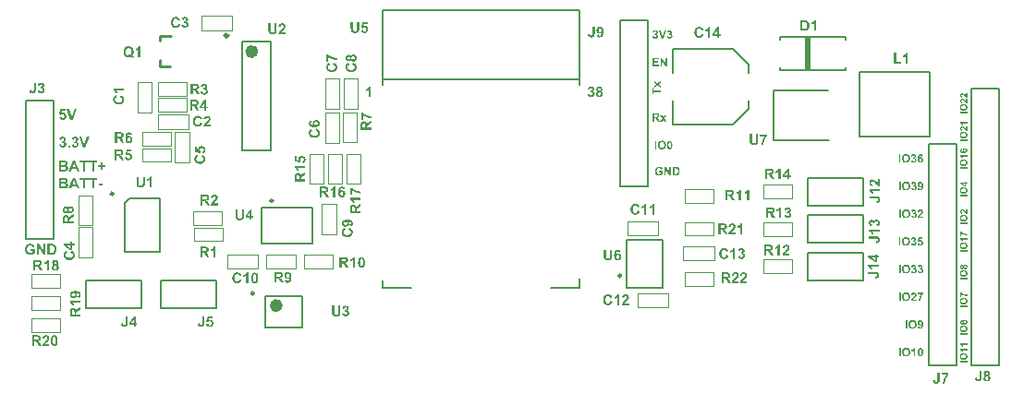
<source format=gto>
G04 Layer_Color=65535*
%FSLAX43Y43*%
%MOMM*%
G71*
G01*
G75*
%ADD27C,0.600*%
%ADD28C,0.300*%
%ADD42C,0.250*%
%ADD43C,0.200*%
%ADD44C,0.051*%
%ADD45C,0.100*%
%ADD46C,0.254*%
%ADD47R,0.604X3.000*%
G36*
X6238Y26011D02*
X5951D01*
Y25200D01*
X5753D01*
Y26011D01*
X5466D01*
Y26176D01*
X6238D01*
Y26011D01*
D02*
G37*
G36*
X5431Y25200D02*
X5217D01*
X5134Y25421D01*
X4740D01*
X4660Y25200D01*
X4452D01*
X4830Y26176D01*
X5038D01*
X5431Y25200D01*
D02*
G37*
G36*
X7582Y25765D02*
X7838D01*
Y25592D01*
X7582D01*
Y25340D01*
X7411D01*
Y25592D01*
X7156D01*
Y25765D01*
X7411D01*
Y26017D01*
X7582D01*
Y25765D01*
D02*
G37*
G36*
X7070Y26011D02*
X6783D01*
Y25200D01*
X6585D01*
Y26011D01*
X6299D01*
Y26176D01*
X7070D01*
Y26011D01*
D02*
G37*
G36*
Y24430D02*
X6783D01*
Y23619D01*
X6585D01*
Y24430D01*
X6299D01*
Y24595D01*
X7070D01*
Y24430D01*
D02*
G37*
G36*
X6238D02*
X5951D01*
Y23619D01*
X5753D01*
Y24430D01*
X5466D01*
Y24595D01*
X6238D01*
Y24430D01*
D02*
G37*
G36*
X4022Y26175D02*
X4050Y26173D01*
X4079Y26172D01*
X4105Y26169D01*
X4129Y26166D01*
X4132D01*
X4140Y26164D01*
X4150Y26161D01*
X4163Y26157D01*
X4180Y26152D01*
X4197Y26145D01*
X4214Y26136D01*
X4232Y26126D01*
X4233Y26124D01*
X4239Y26120D01*
X4248Y26114D01*
X4258Y26103D01*
X4269Y26092D01*
X4282Y26078D01*
X4294Y26062D01*
X4306Y26044D01*
X4307Y26041D01*
X4310Y26035D01*
X4316Y26025D01*
X4322Y26011D01*
X4327Y25993D01*
X4333Y25974D01*
X4336Y25953D01*
X4337Y25930D01*
Y25927D01*
Y25918D01*
X4336Y25904D01*
X4333Y25888D01*
X4328Y25869D01*
X4321Y25848D01*
X4312Y25826D01*
X4300Y25803D01*
X4299Y25800D01*
X4293Y25794D01*
X4285Y25784D01*
X4273Y25772D01*
X4258Y25757D01*
X4242Y25744D01*
X4221Y25730D01*
X4199Y25719D01*
X4200D01*
X4203Y25717D01*
X4208Y25716D01*
X4214Y25714D01*
X4230Y25707D01*
X4249Y25698D01*
X4272Y25686D01*
X4294Y25671D01*
X4316Y25652D01*
X4336Y25629D01*
X4337Y25626D01*
X4343Y25619D01*
X4351Y25606D01*
X4361Y25588D01*
X4370Y25566D01*
X4377Y25542D01*
X4383Y25514D01*
X4385Y25482D01*
Y25479D01*
Y25470D01*
X4383Y25459D01*
X4380Y25441D01*
X4377Y25421D01*
X4371Y25399D01*
X4364Y25377D01*
X4353Y25353D01*
X4352Y25350D01*
X4348Y25343D01*
X4340Y25331D01*
X4331Y25317D01*
X4319Y25301D01*
X4304Y25285D01*
X4288Y25267D01*
X4269Y25252D01*
X4266Y25251D01*
X4260Y25246D01*
X4248Y25240D01*
X4232Y25233D01*
X4212Y25224D01*
X4190Y25216D01*
X4165Y25210D01*
X4137Y25206D01*
X4131D01*
X4126Y25204D01*
X4111D01*
X4101Y25203D01*
X4074D01*
X4056Y25201D01*
X4016D01*
X3991Y25200D01*
X3567D01*
Y26176D01*
X3997D01*
X4022Y26175D01*
D02*
G37*
G36*
X7542Y23879D02*
X7175D01*
Y24066D01*
X7542D01*
Y23879D01*
D02*
G37*
G36*
X4559Y27390D02*
X4371D01*
Y27577D01*
X4559D01*
Y27390D01*
D02*
G37*
G36*
X32113Y32010D02*
X31928D01*
Y32703D01*
X31927Y32702D01*
X31924Y32699D01*
X31918Y32695D01*
X31911Y32687D01*
X31901Y32680D01*
X31889Y32671D01*
X31876Y32661D01*
X31860Y32651D01*
X31844Y32639D01*
X31825Y32627D01*
X31785Y32605D01*
X31740Y32584D01*
X31690Y32564D01*
Y32731D01*
X31691D01*
X31693Y32733D01*
X31697Y32734D01*
X31703Y32736D01*
X31718Y32742D01*
X31737Y32752D01*
X31760Y32763D01*
X31787Y32780D01*
X31816Y32797D01*
X31847Y32821D01*
X31848Y32822D01*
X31851Y32823D01*
X31855Y32828D01*
X31860Y32832D01*
X31874Y32845D01*
X31893Y32864D01*
X31912Y32886D01*
X31931Y32913D01*
X31949Y32942D01*
X31962Y32974D01*
X32113D01*
Y32010D01*
D02*
G37*
G36*
X4826Y29930D02*
X4614D01*
X4264Y30906D01*
X4477D01*
X4725Y30184D01*
X4963Y30906D01*
X5174D01*
X4826Y29930D01*
D02*
G37*
G36*
X52322Y32973D02*
X52334Y32971D01*
X52347Y32970D01*
X52363Y32967D01*
X52379Y32964D01*
X52413Y32952D01*
X52432Y32946D01*
X52449Y32938D01*
X52467Y32927D01*
X52486Y32916D01*
X52502Y32902D01*
X52518Y32886D01*
X52520Y32885D01*
X52521Y32883D01*
X52524Y32879D01*
X52528Y32875D01*
X52540Y32860D01*
X52553Y32840D01*
X52565Y32816D01*
X52577Y32790D01*
X52584Y32759D01*
X52587Y32743D01*
Y32727D01*
Y32725D01*
Y32721D01*
X52585Y32715D01*
Y32706D01*
X52583Y32695D01*
X52580Y32683D01*
X52575Y32670D01*
X52569Y32655D01*
X52562Y32639D01*
X52553Y32623D01*
X52542Y32605D01*
X52528Y32589D01*
X52512Y32572D01*
X52493Y32556D01*
X52473Y32540D01*
X52448Y32525D01*
X52449D01*
X52452Y32524D01*
X52455D01*
X52461Y32522D01*
X52477Y32516D01*
X52495Y32509D01*
X52517Y32499D01*
X52539Y32484D01*
X52559Y32466D01*
X52580Y32446D01*
X52581Y32443D01*
X52587Y32436D01*
X52596Y32423D01*
X52604Y32405D01*
X52613Y32383D01*
X52622Y32357D01*
X52628Y32329D01*
X52629Y32297D01*
Y32295D01*
Y32291D01*
Y32285D01*
X52628Y32276D01*
X52626Y32265D01*
X52625Y32253D01*
X52622Y32238D01*
X52618Y32222D01*
X52606Y32188D01*
X52599Y32171D01*
X52590Y32153D01*
X52580Y32134D01*
X52566Y32117D01*
X52552Y32099D01*
X52536Y32082D01*
X52534Y32080D01*
X52531Y32077D01*
X52527Y32073D01*
X52520Y32069D01*
X52511Y32061D01*
X52499Y32054D01*
X52487Y32045D01*
X52473Y32038D01*
X52457Y32029D01*
X52439Y32020D01*
X52420Y32013D01*
X52400Y32007D01*
X52378Y32001D01*
X52356Y31997D01*
X52331Y31994D01*
X52306Y31992D01*
X52293D01*
X52284Y31994D01*
X52272Y31995D01*
X52259Y31997D01*
X52245Y31998D01*
X52230Y32001D01*
X52195Y32010D01*
X52158Y32025D01*
X52141Y32032D01*
X52122Y32042D01*
X52104Y32054D01*
X52088Y32067D01*
X52087Y32069D01*
X52085Y32070D01*
X52081Y32074D01*
X52075Y32080D01*
X52068Y32088D01*
X52060Y32098D01*
X52053Y32108D01*
X52044Y32120D01*
X52027Y32148D01*
X52010Y32181D01*
X51997Y32219D01*
X51993Y32241D01*
X51990Y32263D01*
X52168Y32285D01*
Y32284D01*
Y32282D01*
X52170Y32273D01*
X52173Y32262D01*
X52177Y32246D01*
X52183Y32229D01*
X52190Y32212D01*
X52201Y32194D01*
X52214Y32180D01*
X52215Y32178D01*
X52221Y32174D01*
X52228Y32168D01*
X52240Y32162D01*
X52253Y32156D01*
X52268Y32150D01*
X52285Y32146D01*
X52305Y32145D01*
X52315D01*
X52325Y32148D01*
X52338Y32150D01*
X52353Y32155D01*
X52369Y32162D01*
X52385Y32172D01*
X52401Y32187D01*
X52403Y32188D01*
X52407Y32196D01*
X52414Y32205D01*
X52422Y32218D01*
X52427Y32235D01*
X52435Y32256D01*
X52439Y32279D01*
X52441Y32306D01*
Y32307D01*
Y32308D01*
Y32317D01*
X52439Y32330D01*
X52436Y32347D01*
X52432Y32364D01*
X52424Y32382D01*
X52416Y32401D01*
X52403Y32417D01*
X52401Y32418D01*
X52395Y32423D01*
X52388Y32430D01*
X52376Y32437D01*
X52363Y32445D01*
X52347Y32452D01*
X52329Y32456D01*
X52310Y32458D01*
X52297D01*
X52287Y32456D01*
X52275Y32455D01*
X52261Y32452D01*
X52245Y32447D01*
X52227Y32443D01*
X52247Y32592D01*
X52259D01*
X52274Y32594D01*
X52290Y32595D01*
X52307Y32598D01*
X52326Y32604D01*
X52345Y32613D01*
X52362Y32623D01*
X52363Y32624D01*
X52367Y32629D01*
X52375Y32638D01*
X52382Y32648D01*
X52389Y32661D01*
X52397Y32677D01*
X52401Y32695D01*
X52403Y32715D01*
Y32717D01*
Y32724D01*
X52401Y32733D01*
X52400Y32743D01*
X52395Y32755D01*
X52391Y32768D01*
X52384Y32781D01*
X52373Y32793D01*
X52372Y32794D01*
X52367Y32797D01*
X52362Y32801D01*
X52353Y32807D01*
X52341Y32813D01*
X52328Y32818D01*
X52312Y32821D01*
X52294Y32822D01*
X52287D01*
X52278Y32821D01*
X52266Y32818D01*
X52253Y32813D01*
X52240Y32807D01*
X52226Y32800D01*
X52212Y32788D01*
X52211Y32787D01*
X52207Y32782D01*
X52202Y32775D01*
X52195Y32765D01*
X52187Y32750D01*
X52182Y32734D01*
X52176Y32715D01*
X52173Y32693D01*
X52003Y32721D01*
Y32722D01*
X52005Y32725D01*
Y32730D01*
X52006Y32736D01*
X52010Y32752D01*
X52016Y32772D01*
X52024Y32794D01*
X52032Y32818D01*
X52044Y32841D01*
X52056Y32861D01*
X52057Y32864D01*
X52063Y32870D01*
X52070Y32879D01*
X52082Y32892D01*
X52097Y32905D01*
X52113Y32919D01*
X52133Y32932D01*
X52155Y32943D01*
X52157D01*
X52158Y32945D01*
X52167Y32948D01*
X52180Y32954D01*
X52198Y32960D01*
X52220Y32964D01*
X52243Y32970D01*
X52271Y32973D01*
X52300Y32974D01*
X52313D01*
X52322Y32973D01*
D02*
G37*
G36*
X53076D02*
X53087D01*
X53100Y32971D01*
X53115Y32968D01*
X53131Y32965D01*
X53165Y32957D01*
X53200Y32945D01*
X53235Y32927D01*
X53251Y32916D01*
X53266Y32904D01*
X53267Y32902D01*
X53269Y32901D01*
X53273Y32897D01*
X53277Y32891D01*
X53289Y32876D01*
X53304Y32856D01*
X53318Y32829D01*
X53330Y32799D01*
X53339Y32765D01*
X53340Y32746D01*
X53342Y32725D01*
Y32722D01*
Y32714D01*
X53340Y32702D01*
X53337Y32686D01*
X53333Y32667D01*
X53327Y32648D01*
X53318Y32627D01*
X53307Y32607D01*
X53305Y32604D01*
X53301Y32598D01*
X53292Y32589D01*
X53282Y32578D01*
X53267Y32564D01*
X53251Y32551D01*
X53231Y32540D01*
X53209Y32528D01*
X53210D01*
X53212Y32526D01*
X53216Y32525D01*
X53222Y32522D01*
X53236Y32515D01*
X53254Y32505D01*
X53273Y32491D01*
X53294Y32475D01*
X53313Y32456D01*
X53330Y32434D01*
X53332Y32431D01*
X53337Y32424D01*
X53343Y32411D01*
X53352Y32393D01*
X53359Y32373D01*
X53367Y32348D01*
X53371Y32320D01*
X53373Y32291D01*
Y32289D01*
Y32285D01*
Y32278D01*
X53371Y32269D01*
X53370Y32257D01*
X53368Y32244D01*
X53365Y32229D01*
X53362Y32213D01*
X53352Y32180D01*
X53345Y32162D01*
X53336Y32143D01*
X53326Y32126D01*
X53315Y32108D01*
X53301Y32090D01*
X53286Y32074D01*
X53285Y32073D01*
X53282Y32071D01*
X53277Y32067D01*
X53270Y32061D01*
X53263Y32055D01*
X53253Y32048D01*
X53239Y32041D01*
X53226Y32033D01*
X53212Y32026D01*
X53194Y32019D01*
X53175Y32011D01*
X53156Y32006D01*
X53134Y32000D01*
X53111Y31995D01*
X53087Y31994D01*
X53061Y31992D01*
X53048D01*
X53039Y31994D01*
X53027D01*
X53014Y31997D01*
X52999Y31998D01*
X52985Y32001D01*
X52950Y32010D01*
X52913Y32022D01*
X52877Y32039D01*
X52859Y32049D01*
X52843Y32061D01*
X52841Y32063D01*
X52839Y32066D01*
X52834Y32070D01*
X52827Y32076D01*
X52820Y32085D01*
X52811Y32095D01*
X52802Y32107D01*
X52792Y32120D01*
X52783Y32134D01*
X52773Y32150D01*
X52764Y32169D01*
X52757Y32188D01*
X52749Y32210D01*
X52745Y32234D01*
X52742Y32257D01*
X52741Y32284D01*
Y32285D01*
Y32287D01*
Y32291D01*
Y32297D01*
X52742Y32311D01*
X52745Y32330D01*
X52749Y32352D01*
X52757Y32377D01*
X52765Y32402D01*
X52779Y32427D01*
Y32428D01*
X52780Y32430D01*
X52786Y32437D01*
X52795Y32450D01*
X52808Y32465D01*
X52825Y32481D01*
X52846Y32497D01*
X52871Y32513D01*
X52900Y32528D01*
X52899D01*
X52897Y32529D01*
X52888Y32534D01*
X52877Y32540D01*
X52860Y32550D01*
X52844Y32560D01*
X52827Y32575D01*
X52811Y32591D01*
X52798Y32610D01*
X52796Y32613D01*
X52793Y32619D01*
X52787Y32630D01*
X52781Y32644D01*
X52776Y32661D01*
X52770Y32682D01*
X52767Y32702D01*
X52765Y32725D01*
Y32727D01*
Y32730D01*
Y32736D01*
X52767Y32743D01*
X52768Y32753D01*
X52770Y32763D01*
X52774Y32788D01*
X52783Y32816D01*
X52798Y32847D01*
X52805Y32861D01*
X52815Y32876D01*
X52827Y32891D01*
X52840Y32904D01*
X52841Y32905D01*
X52843Y32907D01*
X52847Y32910D01*
X52853Y32916D01*
X52862Y32920D01*
X52871Y32926D01*
X52882Y32933D01*
X52894Y32939D01*
X52909Y32946D01*
X52925Y32952D01*
X52942Y32958D01*
X52961Y32964D01*
X52982Y32968D01*
X53004Y32971D01*
X53029Y32973D01*
X53054Y32974D01*
X53067D01*
X53076Y32973D01*
D02*
G37*
G36*
X5041Y28368D02*
X5053Y28366D01*
X5067Y28365D01*
X5083Y28362D01*
X5099Y28359D01*
X5134Y28347D01*
X5153Y28341D01*
X5171Y28332D01*
X5189Y28322D01*
X5208Y28310D01*
X5224Y28296D01*
X5241Y28280D01*
X5242Y28279D01*
X5244Y28277D01*
X5247Y28273D01*
X5251Y28268D01*
X5263Y28253D01*
X5276Y28233D01*
X5288Y28209D01*
X5300Y28182D01*
X5307Y28151D01*
X5310Y28134D01*
Y28118D01*
Y28117D01*
Y28112D01*
X5309Y28106D01*
Y28097D01*
X5306Y28085D01*
X5303Y28074D01*
X5299Y28060D01*
X5293Y28045D01*
X5285Y28029D01*
X5276Y28013D01*
X5264Y27995D01*
X5251Y27978D01*
X5235Y27961D01*
X5215Y27944D01*
X5195Y27928D01*
X5169Y27913D01*
X5171D01*
X5174Y27912D01*
X5177D01*
X5183Y27910D01*
X5199Y27904D01*
X5217Y27897D01*
X5239Y27886D01*
X5261Y27871D01*
X5282Y27854D01*
X5303Y27833D01*
X5304Y27830D01*
X5310Y27822D01*
X5319Y27809D01*
X5328Y27791D01*
X5337Y27769D01*
X5346Y27742D01*
X5352Y27714D01*
X5353Y27681D01*
Y27680D01*
Y27675D01*
Y27669D01*
X5352Y27660D01*
X5351Y27649D01*
X5349Y27637D01*
X5346Y27622D01*
X5342Y27605D01*
X5330Y27571D01*
X5322Y27553D01*
X5313Y27536D01*
X5303Y27516D01*
X5290Y27498D01*
X5275Y27481D01*
X5258Y27463D01*
X5257Y27461D01*
X5254Y27458D01*
X5249Y27454D01*
X5242Y27449D01*
X5233Y27442D01*
X5221Y27435D01*
X5209Y27426D01*
X5195Y27418D01*
X5178Y27409D01*
X5160Y27400D01*
X5141Y27393D01*
X5120Y27387D01*
X5098Y27381D01*
X5076Y27377D01*
X5050Y27374D01*
X5025Y27372D01*
X5012D01*
X5003Y27374D01*
X4991Y27375D01*
X4978Y27377D01*
X4963Y27378D01*
X4948Y27381D01*
X4912Y27390D01*
X4875Y27405D01*
X4857Y27412D01*
X4838Y27423D01*
X4820Y27435D01*
X4804Y27448D01*
X4802Y27449D01*
X4801Y27451D01*
X4796Y27455D01*
X4790Y27461D01*
X4783Y27469D01*
X4775Y27479D01*
X4768Y27490D01*
X4759Y27501D01*
X4741Y27530D01*
X4725Y27564D01*
X4712Y27602D01*
X4707Y27625D01*
X4704Y27647D01*
X4885Y27669D01*
Y27668D01*
Y27666D01*
X4887Y27657D01*
X4890Y27646D01*
X4894Y27629D01*
X4900Y27613D01*
X4908Y27595D01*
X4918Y27577D01*
X4932Y27562D01*
X4933Y27561D01*
X4939Y27556D01*
X4946Y27550D01*
X4958Y27545D01*
X4972Y27539D01*
X4986Y27533D01*
X5004Y27528D01*
X5024Y27527D01*
X5034D01*
X5044Y27530D01*
X5058Y27533D01*
X5073Y27537D01*
X5089Y27545D01*
X5105Y27555D01*
X5122Y27570D01*
X5123Y27571D01*
X5128Y27579D01*
X5135Y27588D01*
X5143Y27601D01*
X5148Y27619D01*
X5156Y27640D01*
X5160Y27663D01*
X5162Y27690D01*
Y27692D01*
Y27693D01*
Y27702D01*
X5160Y27715D01*
X5157Y27732D01*
X5153Y27750D01*
X5145Y27767D01*
X5137Y27787D01*
X5123Y27803D01*
X5122Y27805D01*
X5116Y27809D01*
X5108Y27816D01*
X5096Y27824D01*
X5083Y27831D01*
X5067Y27839D01*
X5049Y27843D01*
X5030Y27845D01*
X5016D01*
X5006Y27843D01*
X4994Y27842D01*
X4979Y27839D01*
X4963Y27834D01*
X4945Y27830D01*
X4966Y27981D01*
X4978D01*
X4992Y27983D01*
X5009Y27984D01*
X5027Y27987D01*
X5046Y27993D01*
X5065Y28002D01*
X5082Y28013D01*
X5083Y28014D01*
X5088Y28019D01*
X5095Y28027D01*
X5102Y28038D01*
X5110Y28051D01*
X5117Y28068D01*
X5122Y28085D01*
X5123Y28106D01*
Y28108D01*
Y28115D01*
X5122Y28124D01*
X5120Y28134D01*
X5116Y28146D01*
X5111Y28160D01*
X5104Y28173D01*
X5093Y28185D01*
X5092Y28186D01*
X5088Y28189D01*
X5082Y28194D01*
X5073Y28200D01*
X5061Y28206D01*
X5047Y28210D01*
X5031Y28213D01*
X5013Y28215D01*
X5006D01*
X4997Y28213D01*
X4985Y28210D01*
X4972Y28206D01*
X4958Y28200D01*
X4943Y28192D01*
X4930Y28181D01*
X4929Y28179D01*
X4924Y28175D01*
X4920Y28167D01*
X4912Y28157D01*
X4905Y28142D01*
X4899Y28126D01*
X4893Y28106D01*
X4890Y28084D01*
X4718Y28112D01*
Y28114D01*
X4719Y28117D01*
Y28121D01*
X4721Y28127D01*
X4725Y28143D01*
X4731Y28164D01*
X4738Y28186D01*
X4747Y28210D01*
X4759Y28234D01*
X4771Y28255D01*
X4773Y28258D01*
X4778Y28264D01*
X4786Y28273D01*
X4798Y28286D01*
X4813Y28299D01*
X4829Y28313D01*
X4850Y28326D01*
X4872Y28338D01*
X4874D01*
X4875Y28339D01*
X4884Y28342D01*
X4897Y28348D01*
X4915Y28354D01*
X4937Y28359D01*
X4961Y28365D01*
X4989Y28368D01*
X5019Y28369D01*
X5033D01*
X5041Y28368D01*
D02*
G37*
G36*
X3905D02*
X3917Y28366D01*
X3930Y28365D01*
X3946Y28362D01*
X3963Y28359D01*
X3997Y28347D01*
X4016Y28341D01*
X4034Y28332D01*
X4052Y28322D01*
X4071Y28310D01*
X4088Y28296D01*
X4104Y28280D01*
X4105Y28279D01*
X4107Y28277D01*
X4110Y28273D01*
X4114Y28268D01*
X4126Y28253D01*
X4140Y28233D01*
X4151Y28209D01*
X4163Y28182D01*
X4171Y28151D01*
X4174Y28134D01*
Y28118D01*
Y28117D01*
Y28112D01*
X4172Y28106D01*
Y28097D01*
X4169Y28085D01*
X4166Y28074D01*
X4162Y28060D01*
X4156Y28045D01*
X4148Y28029D01*
X4140Y28013D01*
X4128Y27995D01*
X4114Y27978D01*
X4098Y27961D01*
X4079Y27944D01*
X4058Y27928D01*
X4033Y27913D01*
X4034D01*
X4037Y27912D01*
X4040D01*
X4046Y27910D01*
X4062Y27904D01*
X4080Y27897D01*
X4102Y27886D01*
X4125Y27871D01*
X4145Y27854D01*
X4166Y27833D01*
X4168Y27830D01*
X4174Y27822D01*
X4183Y27809D01*
X4192Y27791D01*
X4200Y27769D01*
X4209Y27742D01*
X4215Y27714D01*
X4217Y27681D01*
Y27680D01*
Y27675D01*
Y27669D01*
X4215Y27660D01*
X4214Y27649D01*
X4212Y27637D01*
X4209Y27622D01*
X4205Y27605D01*
X4193Y27571D01*
X4186Y27553D01*
X4177Y27536D01*
X4166Y27516D01*
X4153Y27498D01*
X4138Y27481D01*
X4122Y27463D01*
X4120Y27461D01*
X4117Y27458D01*
X4113Y27454D01*
X4105Y27449D01*
X4096Y27442D01*
X4085Y27435D01*
X4073Y27426D01*
X4058Y27418D01*
X4041Y27409D01*
X4024Y27400D01*
X4004Y27393D01*
X3984Y27387D01*
X3961Y27381D01*
X3939Y27377D01*
X3914Y27374D01*
X3888Y27372D01*
X3875D01*
X3866Y27374D01*
X3854Y27375D01*
X3841Y27377D01*
X3826Y27378D01*
X3811Y27381D01*
X3775Y27390D01*
X3738Y27405D01*
X3720Y27412D01*
X3701Y27423D01*
X3683Y27435D01*
X3667Y27448D01*
X3666Y27449D01*
X3664Y27451D01*
X3660Y27455D01*
X3654Y27461D01*
X3646Y27469D01*
X3639Y27479D01*
X3631Y27490D01*
X3622Y27501D01*
X3605Y27530D01*
X3588Y27564D01*
X3575Y27602D01*
X3570Y27625D01*
X3567Y27647D01*
X3749Y27669D01*
Y27668D01*
Y27666D01*
X3750Y27657D01*
X3753Y27646D01*
X3758Y27629D01*
X3764Y27613D01*
X3771Y27595D01*
X3781Y27577D01*
X3795Y27562D01*
X3796Y27561D01*
X3802Y27556D01*
X3810Y27550D01*
X3822Y27545D01*
X3835Y27539D01*
X3850Y27533D01*
X3868Y27528D01*
X3887Y27527D01*
X3897D01*
X3908Y27530D01*
X3921Y27533D01*
X3936Y27537D01*
X3952Y27545D01*
X3969Y27555D01*
X3985Y27570D01*
X3986Y27571D01*
X3991Y27579D01*
X3998Y27588D01*
X4006Y27601D01*
X4012Y27619D01*
X4019Y27640D01*
X4024Y27663D01*
X4025Y27690D01*
Y27692D01*
Y27693D01*
Y27702D01*
X4024Y27715D01*
X4021Y27732D01*
X4016Y27750D01*
X4009Y27767D01*
X4000Y27787D01*
X3986Y27803D01*
X3985Y27805D01*
X3979Y27809D01*
X3972Y27816D01*
X3960Y27824D01*
X3946Y27831D01*
X3930Y27839D01*
X3912Y27843D01*
X3893Y27845D01*
X3879D01*
X3869Y27843D01*
X3857Y27842D01*
X3842Y27839D01*
X3826Y27834D01*
X3808Y27830D01*
X3829Y27981D01*
X3841D01*
X3856Y27983D01*
X3872Y27984D01*
X3890Y27987D01*
X3909Y27993D01*
X3929Y28002D01*
X3945Y28013D01*
X3946Y28014D01*
X3951Y28019D01*
X3958Y28027D01*
X3966Y28038D01*
X3973Y28051D01*
X3981Y28068D01*
X3985Y28085D01*
X3986Y28106D01*
Y28108D01*
Y28115D01*
X3985Y28124D01*
X3984Y28134D01*
X3979Y28146D01*
X3975Y28160D01*
X3967Y28173D01*
X3957Y28185D01*
X3955Y28186D01*
X3951Y28189D01*
X3945Y28194D01*
X3936Y28200D01*
X3924Y28206D01*
X3911Y28210D01*
X3894Y28213D01*
X3877Y28215D01*
X3869D01*
X3860Y28213D01*
X3848Y28210D01*
X3835Y28206D01*
X3822Y28200D01*
X3807Y28192D01*
X3793Y28181D01*
X3792Y28179D01*
X3787Y28175D01*
X3783Y28167D01*
X3775Y28157D01*
X3768Y28142D01*
X3762Y28126D01*
X3756Y28106D01*
X3753Y28084D01*
X3581Y28112D01*
Y28114D01*
X3582Y28117D01*
Y28121D01*
X3584Y28127D01*
X3588Y28143D01*
X3594Y28164D01*
X3602Y28186D01*
X3611Y28210D01*
X3622Y28234D01*
X3634Y28255D01*
X3636Y28258D01*
X3642Y28264D01*
X3649Y28273D01*
X3661Y28286D01*
X3676Y28299D01*
X3692Y28313D01*
X3713Y28326D01*
X3735Y28338D01*
X3737D01*
X3738Y28339D01*
X3747Y28342D01*
X3761Y28348D01*
X3778Y28354D01*
X3801Y28359D01*
X3825Y28365D01*
X3853Y28368D01*
X3882Y28369D01*
X3896D01*
X3905Y28368D01*
D02*
G37*
G36*
X4180Y30716D02*
X3826D01*
X3796Y30551D01*
X3799Y30553D01*
X3807Y30556D01*
X3820Y30562D01*
X3836Y30567D01*
X3854Y30572D01*
X3877Y30578D01*
X3900Y30581D01*
X3924Y30582D01*
X3936D01*
X3945Y30581D01*
X3955Y30579D01*
X3969Y30578D01*
X3982Y30575D01*
X3997Y30570D01*
X4031Y30560D01*
X4047Y30553D01*
X4065Y30544D01*
X4083Y30533D01*
X4101Y30521D01*
X4119Y30508D01*
X4135Y30492D01*
X4137Y30490D01*
X4140Y30487D01*
X4142Y30483D01*
X4148Y30475D01*
X4156Y30466D01*
X4163Y30456D01*
X4171Y30443D01*
X4180Y30428D01*
X4187Y30411D01*
X4194Y30394D01*
X4202Y30374D01*
X4209Y30353D01*
X4215Y30331D01*
X4218Y30307D01*
X4221Y30282D01*
X4223Y30255D01*
Y30254D01*
Y30249D01*
Y30244D01*
X4221Y30235D01*
Y30224D01*
X4220Y30212D01*
X4217Y30199D01*
X4214Y30184D01*
X4206Y30150D01*
X4193Y30114D01*
X4177Y30077D01*
X4165Y30058D01*
X4153Y30040D01*
X4151Y30038D01*
X4148Y30034D01*
X4142Y30028D01*
X4135Y30021D01*
X4126Y30010D01*
X4114Y30000D01*
X4099Y29988D01*
X4085Y29976D01*
X4067Y29964D01*
X4046Y29952D01*
X4025Y29942D01*
X4001Y29931D01*
X3976Y29924D01*
X3948Y29918D01*
X3920Y29914D01*
X3888Y29912D01*
X3875D01*
X3866Y29914D01*
X3854D01*
X3841Y29917D01*
X3826Y29918D01*
X3810Y29921D01*
X3775Y29930D01*
X3738Y29942D01*
X3703Y29960D01*
X3685Y29972D01*
X3668Y29983D01*
X3667Y29985D01*
X3666Y29986D01*
X3661Y29991D01*
X3655Y29997D01*
X3648Y30004D01*
X3640Y30013D01*
X3633Y30024D01*
X3624Y30035D01*
X3606Y30064D01*
X3590Y30096D01*
X3576Y30137D01*
X3572Y30157D01*
X3567Y30180D01*
X3753Y30199D01*
Y30196D01*
X3755Y30189D01*
X3758Y30177D01*
X3762Y30162D01*
X3768Y30147D01*
X3775Y30129D01*
X3786Y30113D01*
X3799Y30098D01*
X3801Y30096D01*
X3807Y30092D01*
X3814Y30086D01*
X3826Y30080D01*
X3839Y30074D01*
X3854Y30068D01*
X3872Y30064D01*
X3890Y30062D01*
X3893D01*
X3900Y30064D01*
X3911Y30065D01*
X3924Y30068D01*
X3940Y30074D01*
X3957Y30083D01*
X3973Y30093D01*
X3989Y30110D01*
X3991Y30113D01*
X3995Y30119D01*
X4003Y30131D01*
X4010Y30145D01*
X4018Y30166D01*
X4025Y30190D01*
X4030Y30220D01*
X4031Y30252D01*
Y30254D01*
Y30257D01*
Y30261D01*
Y30267D01*
X4030Y30284D01*
X4027Y30303D01*
X4021Y30325D01*
X4013Y30348D01*
X4003Y30370D01*
X3989Y30388D01*
X3988Y30389D01*
X3982Y30395D01*
X3973Y30403D01*
X3961Y30411D01*
X3946Y30419D01*
X3929Y30426D01*
X3908Y30432D01*
X3885Y30434D01*
X3878D01*
X3872Y30432D01*
X3856Y30431D01*
X3836Y30425D01*
X3814Y30416D01*
X3789Y30404D01*
X3765Y30386D01*
X3752Y30374D01*
X3740Y30362D01*
X3590Y30383D01*
X3685Y30891D01*
X4180D01*
Y30716D01*
D02*
G37*
G36*
X5973Y27390D02*
X5761D01*
X5411Y28366D01*
X5624D01*
X5872Y27644D01*
X6110Y28366D01*
X6321D01*
X5973Y27390D01*
D02*
G37*
G36*
X80664Y23460D02*
X80508D01*
Y24229D01*
X80664D01*
Y23460D01*
D02*
G37*
G36*
X81168Y24241D02*
X81179D01*
X81193Y24239D01*
X81210Y24236D01*
X81229Y24233D01*
X81248Y24229D01*
X81271Y24223D01*
X81292Y24216D01*
X81315Y24207D01*
X81337Y24198D01*
X81360Y24185D01*
X81382Y24171D01*
X81403Y24154D01*
X81423Y24136D01*
X81424Y24134D01*
X81428Y24131D01*
X81432Y24125D01*
X81439Y24116D01*
X81446Y24105D01*
X81456Y24092D01*
X81464Y24077D01*
X81474Y24060D01*
X81484Y24040D01*
X81493Y24017D01*
X81501Y23994D01*
X81508Y23968D01*
X81515Y23940D01*
X81520Y23910D01*
X81524Y23877D01*
X81525Y23843D01*
Y23841D01*
Y23835D01*
X81524Y23825D01*
Y23812D01*
X81521Y23796D01*
X81519Y23778D01*
X81517Y23757D01*
X81512Y23736D01*
X81507Y23713D01*
X81500Y23690D01*
X81492Y23665D01*
X81481Y23640D01*
X81470Y23617D01*
X81457Y23593D01*
X81440Y23571D01*
X81423Y23550D01*
X81422Y23549D01*
X81418Y23545D01*
X81412Y23541D01*
X81404Y23534D01*
X81395Y23526D01*
X81382Y23517D01*
X81368Y23508D01*
X81352Y23499D01*
X81333Y23488D01*
X81313Y23479D01*
X81291Y23471D01*
X81266Y23462D01*
X81240Y23455D01*
X81213Y23451D01*
X81184Y23447D01*
X81152Y23446D01*
X81145D01*
X81136Y23447D01*
X81124D01*
X81110Y23449D01*
X81093Y23452D01*
X81074Y23454D01*
X81054Y23459D01*
X81033Y23465D01*
X81011Y23472D01*
X80989Y23480D01*
X80966Y23490D01*
X80943Y23502D01*
X80922Y23516D01*
X80901Y23531D01*
X80881Y23550D01*
X80880Y23551D01*
X80876Y23555D01*
X80871Y23561D01*
X80866Y23569D01*
X80857Y23579D01*
X80849Y23592D01*
X80840Y23608D01*
X80830Y23625D01*
X80821Y23645D01*
X80812Y23666D01*
X80803Y23690D01*
X80795Y23715D01*
X80789Y23743D01*
X80785Y23773D01*
X80781Y23804D01*
X80780Y23838D01*
Y23839D01*
Y23844D01*
Y23850D01*
Y23858D01*
X80781Y23869D01*
X80782Y23880D01*
Y23893D01*
X80785Y23907D01*
X80788Y23939D01*
X80794Y23972D01*
X80802Y24004D01*
X80814Y24036D01*
Y24037D01*
X80815Y24038D01*
X80819Y24045D01*
X80825Y24057D01*
X80833Y24071D01*
X80843Y24088D01*
X80855Y24105D01*
X80870Y24124D01*
X80885Y24141D01*
X80888Y24144D01*
X80894Y24150D01*
X80903Y24158D01*
X80915Y24167D01*
X80930Y24179D01*
X80946Y24191D01*
X80965Y24201D01*
X80985Y24211D01*
X80986D01*
X80989Y24212D01*
X80992Y24214D01*
X80998Y24215D01*
X81005Y24218D01*
X81013Y24221D01*
X81022Y24223D01*
X81033Y24227D01*
X81058Y24232D01*
X81086Y24237D01*
X81117Y24241D01*
X81151Y24242D01*
X81158D01*
X81168Y24241D01*
D02*
G37*
G36*
X82465Y24230D02*
X82474Y24229D01*
X82486Y24227D01*
X82499Y24223D01*
X82513Y24220D01*
X82528Y24215D01*
X82544Y24209D01*
X82560Y24202D01*
X82575Y24193D01*
X82592Y24182D01*
X82608Y24171D01*
X82623Y24157D01*
X82637Y24140D01*
X82638Y24139D01*
X82641Y24136D01*
X82644Y24131D01*
X82649Y24123D01*
X82655Y24113D01*
X82661Y24101D01*
X82668Y24086D01*
X82675Y24069D01*
X82682Y24050D01*
X82689Y24028D01*
X82695Y24003D01*
X82700Y23976D01*
X82705Y23947D01*
X82709Y23915D01*
X82711Y23880D01*
X82712Y23843D01*
Y23841D01*
Y23834D01*
Y23823D01*
X82711Y23809D01*
X82710Y23791D01*
X82707Y23771D01*
X82705Y23749D01*
X82703Y23726D01*
X82693Y23675D01*
X82686Y23651D01*
X82679Y23625D01*
X82670Y23602D01*
X82659Y23578D01*
X82648Y23557D01*
X82634Y23538D01*
X82632Y23537D01*
X82630Y23535D01*
X82625Y23530D01*
X82620Y23524D01*
X82611Y23517D01*
X82602Y23509D01*
X82592Y23501D01*
X82579Y23493D01*
X82565Y23483D01*
X82549Y23475D01*
X82533Y23467D01*
X82515Y23460D01*
X82495Y23454D01*
X82476Y23449D01*
X82453Y23447D01*
X82431Y23446D01*
X82423D01*
X82416Y23447D01*
X82409D01*
X82399Y23448D01*
X82380Y23452D01*
X82356Y23458D01*
X82332Y23466D01*
X82307Y23478D01*
X82285Y23494D01*
Y23495D01*
X82282Y23496D01*
X82275Y23503D01*
X82266Y23514D01*
X82255Y23530D01*
X82244Y23550D01*
X82232Y23575D01*
X82221Y23604D01*
X82214Y23637D01*
X82357Y23653D01*
Y23651D01*
X82358Y23646D01*
X82360Y23638D01*
X82362Y23629D01*
X82366Y23618D01*
X82370Y23606D01*
X82376Y23597D01*
X82383Y23588D01*
X82384Y23586D01*
X82387Y23584D01*
X82392Y23582D01*
X82398Y23578D01*
X82408Y23574D01*
X82417Y23571D01*
X82429Y23569D01*
X82442Y23568D01*
X82444D01*
X82450Y23569D01*
X82458Y23570D01*
X82469Y23572D01*
X82480Y23578D01*
X82493Y23585D01*
X82506Y23595D01*
X82519Y23609D01*
X82520Y23611D01*
X82522Y23613D01*
X82524Y23617D01*
X82527Y23623D01*
X82529Y23629D01*
X82533Y23637D01*
X82536Y23646D01*
X82539Y23658D01*
X82542Y23670D01*
X82546Y23684D01*
X82549Y23700D01*
X82553Y23718D01*
X82555Y23738D01*
X82558Y23760D01*
X82560Y23783D01*
X82559Y23782D01*
X82558Y23781D01*
X82554Y23777D01*
X82549Y23773D01*
X82538Y23763D01*
X82521Y23752D01*
X82501Y23739D01*
X82478Y23729D01*
X82451Y23721D01*
X82436Y23720D01*
X82421Y23719D01*
X82412D01*
X82405Y23720D01*
X82397Y23721D01*
X82389Y23722D01*
X82368Y23727D01*
X82343Y23735D01*
X82330Y23741D01*
X82316Y23748D01*
X82303Y23756D01*
X82291Y23766D01*
X82278Y23776D01*
X82265Y23788D01*
X82264Y23789D01*
X82262Y23791D01*
X82259Y23795D01*
X82254Y23801D01*
X82250Y23808D01*
X82244Y23816D01*
X82238Y23825D01*
X82232Y23837D01*
X82226Y23850D01*
X82220Y23863D01*
X82214Y23878D01*
X82210Y23894D01*
X82202Y23931D01*
X82200Y23949D01*
X82199Y23971D01*
Y23972D01*
Y23975D01*
Y23982D01*
X82200Y23990D01*
X82202Y24000D01*
X82203Y24012D01*
X82205Y24024D01*
X82207Y24038D01*
X82216Y24068D01*
X82221Y24084D01*
X82229Y24099D01*
X82237Y24116D01*
X82246Y24131D01*
X82257Y24145D01*
X82268Y24159D01*
X82270Y24160D01*
X82272Y24163D01*
X82275Y24166D01*
X82281Y24171D01*
X82288Y24175D01*
X82296Y24182D01*
X82306Y24188D01*
X82316Y24195D01*
X82328Y24202D01*
X82342Y24208D01*
X82356Y24215D01*
X82373Y24220D01*
X82389Y24225D01*
X82407Y24228D01*
X82425Y24230D01*
X82445Y24232D01*
X82457D01*
X82465Y24230D01*
D02*
G37*
G36*
X81874D02*
X81883Y24229D01*
X81894Y24228D01*
X81907Y24226D01*
X81919Y24223D01*
X81946Y24214D01*
X81962Y24209D01*
X81976Y24202D01*
X81990Y24194D01*
X82005Y24185D01*
X82018Y24174D01*
X82031Y24161D01*
X82032Y24160D01*
X82033Y24159D01*
X82035Y24156D01*
X82039Y24152D01*
X82048Y24140D01*
X82059Y24124D01*
X82068Y24105D01*
X82077Y24084D01*
X82083Y24060D01*
X82086Y24047D01*
Y24034D01*
Y24033D01*
Y24029D01*
X82085Y24024D01*
Y24017D01*
X82082Y24008D01*
X82080Y23999D01*
X82076Y23988D01*
X82072Y23976D01*
X82066Y23963D01*
X82059Y23951D01*
X82049Y23937D01*
X82039Y23924D01*
X82026Y23910D01*
X82011Y23897D01*
X81994Y23884D01*
X81974Y23872D01*
X81976D01*
X81978Y23871D01*
X81980D01*
X81985Y23870D01*
X81998Y23865D01*
X82012Y23859D01*
X82029Y23851D01*
X82047Y23839D01*
X82063Y23825D01*
X82080Y23809D01*
X82081Y23807D01*
X82086Y23801D01*
X82093Y23790D01*
X82100Y23776D01*
X82107Y23759D01*
X82114Y23738D01*
X82118Y23715D01*
X82120Y23690D01*
Y23688D01*
Y23685D01*
Y23680D01*
X82118Y23673D01*
X82117Y23664D01*
X82116Y23654D01*
X82114Y23643D01*
X82110Y23630D01*
X82101Y23603D01*
X82095Y23589D01*
X82088Y23575D01*
X82080Y23560D01*
X82069Y23545D01*
X82058Y23531D01*
X82045Y23517D01*
X82044Y23516D01*
X82041Y23514D01*
X82038Y23510D01*
X82032Y23507D01*
X82025Y23501D01*
X82015Y23495D01*
X82006Y23488D01*
X81994Y23482D01*
X81981Y23475D01*
X81967Y23468D01*
X81952Y23462D01*
X81936Y23458D01*
X81918Y23453D01*
X81901Y23449D01*
X81881Y23447D01*
X81861Y23446D01*
X81850D01*
X81843Y23447D01*
X81834Y23448D01*
X81823Y23449D01*
X81812Y23451D01*
X81800Y23453D01*
X81772Y23460D01*
X81743Y23472D01*
X81729Y23478D01*
X81713Y23486D01*
X81699Y23495D01*
X81686Y23506D01*
X81685Y23507D01*
X81684Y23508D01*
X81681Y23512D01*
X81676Y23516D01*
X81670Y23522D01*
X81664Y23530D01*
X81658Y23538D01*
X81651Y23548D01*
X81637Y23570D01*
X81624Y23597D01*
X81614Y23627D01*
X81610Y23645D01*
X81608Y23663D01*
X81751Y23680D01*
Y23679D01*
Y23678D01*
X81752Y23671D01*
X81754Y23661D01*
X81758Y23649D01*
X81762Y23636D01*
X81768Y23622D01*
X81777Y23608D01*
X81787Y23596D01*
X81788Y23595D01*
X81793Y23591D01*
X81799Y23586D01*
X81808Y23582D01*
X81819Y23577D01*
X81830Y23572D01*
X81844Y23569D01*
X81860Y23568D01*
X81868D01*
X81876Y23570D01*
X81887Y23572D01*
X81898Y23576D01*
X81911Y23582D01*
X81924Y23590D01*
X81937Y23602D01*
X81938Y23603D01*
X81942Y23609D01*
X81948Y23616D01*
X81953Y23626D01*
X81958Y23640D01*
X81964Y23657D01*
X81967Y23675D01*
X81969Y23697D01*
Y23698D01*
Y23699D01*
Y23706D01*
X81967Y23716D01*
X81965Y23729D01*
X81962Y23743D01*
X81956Y23757D01*
X81949Y23773D01*
X81938Y23786D01*
X81937Y23787D01*
X81932Y23790D01*
X81926Y23796D01*
X81917Y23802D01*
X81907Y23808D01*
X81894Y23814D01*
X81880Y23817D01*
X81864Y23818D01*
X81854D01*
X81846Y23817D01*
X81836Y23816D01*
X81825Y23814D01*
X81812Y23810D01*
X81798Y23807D01*
X81814Y23926D01*
X81823D01*
X81835Y23927D01*
X81848Y23928D01*
X81862Y23931D01*
X81877Y23935D01*
X81892Y23942D01*
X81905Y23951D01*
X81907Y23952D01*
X81910Y23955D01*
X81916Y23962D01*
X81922Y23971D01*
X81928Y23981D01*
X81933Y23994D01*
X81937Y24008D01*
X81938Y24024D01*
Y24026D01*
Y24031D01*
X81937Y24038D01*
X81936Y24047D01*
X81932Y24056D01*
X81929Y24067D01*
X81923Y24077D01*
X81915Y24086D01*
X81914Y24088D01*
X81910Y24090D01*
X81905Y24093D01*
X81898Y24098D01*
X81889Y24103D01*
X81878Y24106D01*
X81866Y24109D01*
X81851Y24110D01*
X81846D01*
X81839Y24109D01*
X81829Y24106D01*
X81819Y24103D01*
X81808Y24098D01*
X81796Y24092D01*
X81786Y24083D01*
X81785Y24082D01*
X81781Y24078D01*
X81778Y24072D01*
X81772Y24064D01*
X81766Y24052D01*
X81761Y24040D01*
X81757Y24024D01*
X81754Y24007D01*
X81618Y24029D01*
Y24030D01*
X81620Y24033D01*
Y24036D01*
X81621Y24041D01*
X81624Y24054D01*
X81629Y24070D01*
X81635Y24088D01*
X81642Y24106D01*
X81651Y24125D01*
X81661Y24141D01*
X81662Y24144D01*
X81666Y24149D01*
X81672Y24156D01*
X81682Y24166D01*
X81693Y24177D01*
X81706Y24187D01*
X81723Y24198D01*
X81740Y24207D01*
X81741D01*
X81743Y24208D01*
X81750Y24211D01*
X81760Y24215D01*
X81774Y24220D01*
X81792Y24223D01*
X81811Y24228D01*
X81833Y24230D01*
X81856Y24232D01*
X81867D01*
X81874Y24230D01*
D02*
G37*
G36*
X80668Y20920D02*
X80512D01*
Y21689D01*
X80668D01*
Y20920D01*
D02*
G37*
G36*
X81171Y21701D02*
X81183D01*
X81197Y21699D01*
X81213Y21696D01*
X81232Y21693D01*
X81252Y21689D01*
X81274Y21683D01*
X81295Y21676D01*
X81319Y21667D01*
X81341Y21658D01*
X81363Y21645D01*
X81385Y21631D01*
X81407Y21614D01*
X81426Y21596D01*
X81428Y21594D01*
X81431Y21591D01*
X81436Y21585D01*
X81443Y21576D01*
X81450Y21565D01*
X81459Y21552D01*
X81467Y21537D01*
X81478Y21520D01*
X81487Y21500D01*
X81497Y21477D01*
X81505Y21454D01*
X81512Y21428D01*
X81519Y21400D01*
X81524Y21370D01*
X81527Y21337D01*
X81528Y21303D01*
Y21301D01*
Y21295D01*
X81527Y21285D01*
Y21272D01*
X81525Y21256D01*
X81522Y21238D01*
X81520Y21217D01*
X81515Y21196D01*
X81511Y21173D01*
X81504Y21149D01*
X81496Y21125D01*
X81485Y21100D01*
X81473Y21077D01*
X81460Y21053D01*
X81444Y21031D01*
X81426Y21010D01*
X81425Y21009D01*
X81422Y21005D01*
X81416Y21001D01*
X81408Y20994D01*
X81398Y20986D01*
X81385Y20977D01*
X81371Y20968D01*
X81355Y20959D01*
X81336Y20948D01*
X81316Y20939D01*
X81294Y20931D01*
X81270Y20922D01*
X81244Y20915D01*
X81217Y20911D01*
X81188Y20907D01*
X81156Y20906D01*
X81149D01*
X81140Y20907D01*
X81128D01*
X81114Y20909D01*
X81096Y20912D01*
X81077Y20914D01*
X81058Y20919D01*
X81037Y20925D01*
X81014Y20932D01*
X80992Y20940D01*
X80970Y20950D01*
X80946Y20962D01*
X80925Y20976D01*
X80904Y20991D01*
X80884Y21010D01*
X80883Y21011D01*
X80880Y21015D01*
X80875Y21021D01*
X80869Y21029D01*
X80861Y21039D01*
X80853Y21052D01*
X80843Y21068D01*
X80834Y21085D01*
X80825Y21105D01*
X80815Y21126D01*
X80807Y21149D01*
X80799Y21175D01*
X80793Y21203D01*
X80788Y21233D01*
X80785Y21264D01*
X80784Y21298D01*
Y21299D01*
Y21304D01*
Y21310D01*
Y21318D01*
X80785Y21329D01*
X80786Y21340D01*
Y21353D01*
X80788Y21367D01*
X80792Y21399D01*
X80798Y21432D01*
X80806Y21464D01*
X80818Y21496D01*
Y21497D01*
X80819Y21498D01*
X80822Y21505D01*
X80828Y21517D01*
X80836Y21531D01*
X80847Y21548D01*
X80859Y21565D01*
X80874Y21584D01*
X80889Y21601D01*
X80891Y21604D01*
X80897Y21610D01*
X80907Y21618D01*
X80918Y21627D01*
X80933Y21639D01*
X80950Y21651D01*
X80969Y21661D01*
X80989Y21671D01*
X80990D01*
X80992Y21672D01*
X80996Y21674D01*
X81001Y21675D01*
X81008Y21678D01*
X81017Y21681D01*
X81026Y21683D01*
X81037Y21687D01*
X81061Y21692D01*
X81089Y21698D01*
X81121Y21701D01*
X81155Y21702D01*
X81162D01*
X81171Y21701D01*
D02*
G37*
G36*
X81877Y21690D02*
X81887Y21689D01*
X81897Y21688D01*
X81910Y21686D01*
X81923Y21683D01*
X81950Y21674D01*
X81965Y21669D01*
X81979Y21662D01*
X81993Y21654D01*
X82008Y21645D01*
X82021Y21634D01*
X82034Y21621D01*
X82035Y21620D01*
X82036Y21619D01*
X82039Y21616D01*
X82042Y21612D01*
X82052Y21600D01*
X82062Y21584D01*
X82072Y21565D01*
X82081Y21544D01*
X82087Y21520D01*
X82089Y21507D01*
Y21494D01*
Y21493D01*
Y21489D01*
X82088Y21484D01*
Y21477D01*
X82086Y21468D01*
X82083Y21459D01*
X82080Y21448D01*
X82075Y21436D01*
X82069Y21424D01*
X82062Y21411D01*
X82053Y21397D01*
X82042Y21384D01*
X82029Y21370D01*
X82014Y21357D01*
X81998Y21344D01*
X81978Y21332D01*
X81979D01*
X81981Y21331D01*
X81984D01*
X81988Y21330D01*
X82001Y21325D01*
X82015Y21319D01*
X82033Y21311D01*
X82051Y21299D01*
X82067Y21285D01*
X82083Y21269D01*
X82085Y21267D01*
X82089Y21261D01*
X82096Y21250D01*
X82103Y21236D01*
X82110Y21219D01*
X82117Y21198D01*
X82122Y21175D01*
X82123Y21149D01*
Y21148D01*
Y21145D01*
Y21140D01*
X82122Y21133D01*
X82121Y21124D01*
X82120Y21114D01*
X82117Y21103D01*
X82114Y21090D01*
X82104Y21063D01*
X82099Y21049D01*
X82092Y21035D01*
X82083Y21020D01*
X82073Y21005D01*
X82061Y20991D01*
X82048Y20977D01*
X82047Y20976D01*
X82045Y20974D01*
X82041Y20970D01*
X82035Y20967D01*
X82028Y20961D01*
X82019Y20955D01*
X82010Y20948D01*
X81998Y20942D01*
X81985Y20935D01*
X81971Y20928D01*
X81956Y20922D01*
X81939Y20918D01*
X81922Y20913D01*
X81904Y20909D01*
X81884Y20907D01*
X81864Y20906D01*
X81854D01*
X81847Y20907D01*
X81837Y20908D01*
X81827Y20909D01*
X81815Y20911D01*
X81803Y20913D01*
X81775Y20920D01*
X81746Y20932D01*
X81732Y20938D01*
X81717Y20946D01*
X81703Y20955D01*
X81690Y20966D01*
X81689Y20967D01*
X81688Y20968D01*
X81684Y20972D01*
X81679Y20976D01*
X81674Y20982D01*
X81668Y20990D01*
X81662Y20998D01*
X81655Y21008D01*
X81641Y21030D01*
X81628Y21057D01*
X81617Y21087D01*
X81614Y21105D01*
X81611Y21123D01*
X81754Y21140D01*
Y21139D01*
Y21138D01*
X81755Y21131D01*
X81758Y21121D01*
X81761Y21109D01*
X81766Y21096D01*
X81772Y21082D01*
X81780Y21068D01*
X81791Y21056D01*
X81792Y21055D01*
X81796Y21051D01*
X81802Y21046D01*
X81812Y21042D01*
X81822Y21037D01*
X81834Y21032D01*
X81848Y21029D01*
X81863Y21028D01*
X81871D01*
X81880Y21030D01*
X81890Y21032D01*
X81902Y21036D01*
X81915Y21042D01*
X81928Y21050D01*
X81940Y21062D01*
X81942Y21063D01*
X81945Y21069D01*
X81951Y21076D01*
X81957Y21086D01*
X81962Y21100D01*
X81967Y21117D01*
X81971Y21135D01*
X81972Y21157D01*
Y21158D01*
Y21159D01*
Y21166D01*
X81971Y21176D01*
X81969Y21189D01*
X81965Y21203D01*
X81959Y21217D01*
X81952Y21233D01*
X81942Y21246D01*
X81940Y21247D01*
X81936Y21250D01*
X81930Y21256D01*
X81921Y21262D01*
X81910Y21268D01*
X81897Y21274D01*
X81883Y21277D01*
X81868Y21278D01*
X81857D01*
X81849Y21277D01*
X81840Y21276D01*
X81828Y21274D01*
X81815Y21270D01*
X81801Y21267D01*
X81818Y21386D01*
X81827D01*
X81839Y21387D01*
X81851Y21388D01*
X81866Y21391D01*
X81881Y21395D01*
X81896Y21402D01*
X81909Y21411D01*
X81910Y21412D01*
X81914Y21415D01*
X81919Y21422D01*
X81925Y21431D01*
X81931Y21441D01*
X81937Y21454D01*
X81940Y21468D01*
X81942Y21484D01*
Y21486D01*
Y21491D01*
X81940Y21498D01*
X81939Y21507D01*
X81936Y21516D01*
X81932Y21527D01*
X81926Y21537D01*
X81918Y21546D01*
X81917Y21548D01*
X81914Y21550D01*
X81909Y21553D01*
X81902Y21558D01*
X81892Y21563D01*
X81882Y21566D01*
X81869Y21569D01*
X81855Y21570D01*
X81849D01*
X81842Y21569D01*
X81833Y21566D01*
X81822Y21563D01*
X81812Y21558D01*
X81800Y21552D01*
X81789Y21543D01*
X81788Y21542D01*
X81785Y21538D01*
X81781Y21532D01*
X81775Y21524D01*
X81770Y21512D01*
X81765Y21500D01*
X81760Y21484D01*
X81758Y21467D01*
X81622Y21489D01*
Y21490D01*
X81623Y21493D01*
Y21496D01*
X81624Y21501D01*
X81628Y21514D01*
X81633Y21530D01*
X81638Y21548D01*
X81645Y21566D01*
X81655Y21585D01*
X81664Y21601D01*
X81665Y21604D01*
X81670Y21609D01*
X81676Y21616D01*
X81685Y21626D01*
X81697Y21637D01*
X81710Y21647D01*
X81726Y21658D01*
X81744Y21667D01*
X81745D01*
X81746Y21668D01*
X81753Y21671D01*
X81764Y21675D01*
X81778Y21680D01*
X81795Y21683D01*
X81814Y21688D01*
X81836Y21690D01*
X81860Y21692D01*
X81870D01*
X81877Y21690D01*
D02*
G37*
G36*
X82486D02*
X82495Y21689D01*
X82507Y21688D01*
X82519Y21687D01*
X82533Y21683D01*
X82561Y21676D01*
X82592Y21666D01*
X82606Y21659D01*
X82621Y21651D01*
X82634Y21640D01*
X82647Y21630D01*
X82648Y21628D01*
X82649Y21627D01*
X82652Y21624D01*
X82657Y21619D01*
X82662Y21613D01*
X82668Y21605D01*
X82679Y21587D01*
X82691Y21565D01*
X82702Y21539D01*
X82710Y21510D01*
X82711Y21494D01*
X82712Y21477D01*
Y21475D01*
Y21469D01*
X82711Y21459D01*
X82710Y21446D01*
X82707Y21431D01*
X82704Y21414D01*
X82699Y21395D01*
X82693Y21378D01*
X82692Y21375D01*
X82690Y21370D01*
X82685Y21360D01*
X82679Y21349D01*
X82671Y21333D01*
X82661Y21317D01*
X82648Y21299D01*
X82634Y21281D01*
X82632Y21279D01*
X82629Y21275D01*
X82622Y21267D01*
X82611Y21256D01*
X82599Y21242D01*
X82581Y21224D01*
X82561Y21205D01*
X82536Y21182D01*
X82535Y21181D01*
X82533Y21180D01*
X82529Y21176D01*
X82526Y21172D01*
X82514Y21161D01*
X82500Y21147D01*
X82485Y21133D01*
X82471Y21119D01*
X82458Y21106D01*
X82453Y21101D01*
X82449Y21097D01*
X82448Y21096D01*
X82445Y21093D01*
X82442Y21090D01*
X82438Y21084D01*
X82428Y21072D01*
X82418Y21057D01*
X82712D01*
Y20920D01*
X82196D01*
Y20921D01*
Y20924D01*
X82197Y20928D01*
X82198Y20933D01*
X82199Y20940D01*
X82200Y20948D01*
X82205Y20967D01*
X82211Y20990D01*
X82220Y21015D01*
X82231Y21041D01*
X82245Y21066D01*
Y21068D01*
X82247Y21070D01*
X82250Y21073D01*
X82253Y21079D01*
X82259Y21086D01*
X82265Y21094D01*
X82273Y21105D01*
X82281Y21116D01*
X82292Y21128D01*
X82305Y21142D01*
X82318Y21158D01*
X82333Y21174D01*
X82350Y21192D01*
X82368Y21210D01*
X82389Y21230D01*
X82411Y21251D01*
X82412Y21253D01*
X82416Y21255D01*
X82421Y21261D01*
X82428Y21267D01*
X82435Y21274D01*
X82444Y21283D01*
X82464Y21302D01*
X82485Y21323D01*
X82505Y21344D01*
X82514Y21353D01*
X82522Y21361D01*
X82529Y21370D01*
X82534Y21377D01*
X82535Y21379D01*
X82539Y21385D01*
X82544Y21393D01*
X82549Y21405D01*
X82555Y21419D01*
X82560Y21434D01*
X82563Y21450D01*
X82565Y21467D01*
Y21469D01*
Y21475D01*
X82563Y21484D01*
X82561Y21495D01*
X82558Y21507D01*
X82553Y21520D01*
X82547Y21532D01*
X82538Y21543D01*
X82536Y21544D01*
X82533Y21548D01*
X82527Y21551D01*
X82519Y21557D01*
X82508Y21562D01*
X82495Y21565D01*
X82480Y21569D01*
X82464Y21570D01*
X82457D01*
X82448Y21569D01*
X82438Y21566D01*
X82426Y21563D01*
X82414Y21558D01*
X82402Y21551D01*
X82390Y21542D01*
X82389Y21541D01*
X82385Y21536D01*
X82382Y21530D01*
X82376Y21520D01*
X82371Y21507D01*
X82366Y21491D01*
X82362Y21472D01*
X82360Y21449D01*
X82213Y21463D01*
Y21464D01*
X82214Y21469D01*
Y21475D01*
X82217Y21483D01*
X82218Y21494D01*
X82221Y21504D01*
X82224Y21517D01*
X82229Y21531D01*
X82239Y21559D01*
X82253Y21589D01*
X82262Y21603D01*
X82272Y21616D01*
X82284Y21627D01*
X82295Y21638D01*
X82296Y21639D01*
X82299Y21640D01*
X82302Y21642D01*
X82308Y21646D01*
X82314Y21651D01*
X82322Y21655D01*
X82332Y21660D01*
X82343Y21665D01*
X82355Y21669D01*
X82368Y21674D01*
X82397Y21683D01*
X82430Y21689D01*
X82449Y21692D01*
X82478D01*
X82486Y21690D01*
D02*
G37*
G36*
X81156Y26781D02*
X81168D01*
X81182Y26779D01*
X81198Y26776D01*
X81217Y26773D01*
X81237Y26769D01*
X81259Y26763D01*
X81280Y26756D01*
X81303Y26747D01*
X81326Y26738D01*
X81348Y26725D01*
X81370Y26711D01*
X81391Y26694D01*
X81411Y26676D01*
X81412Y26674D01*
X81416Y26671D01*
X81421Y26665D01*
X81428Y26656D01*
X81435Y26645D01*
X81444Y26632D01*
X81452Y26617D01*
X81463Y26600D01*
X81472Y26580D01*
X81481Y26557D01*
X81490Y26534D01*
X81497Y26508D01*
X81504Y26480D01*
X81508Y26450D01*
X81512Y26417D01*
X81513Y26383D01*
Y26381D01*
Y26375D01*
X81512Y26365D01*
Y26352D01*
X81510Y26336D01*
X81507Y26318D01*
X81505Y26297D01*
X81500Y26276D01*
X81496Y26253D01*
X81489Y26229D01*
X81480Y26205D01*
X81470Y26180D01*
X81458Y26157D01*
X81445Y26133D01*
X81429Y26111D01*
X81411Y26090D01*
X81410Y26089D01*
X81407Y26085D01*
X81401Y26081D01*
X81392Y26074D01*
X81383Y26066D01*
X81370Y26057D01*
X81356Y26048D01*
X81340Y26039D01*
X81321Y26028D01*
X81301Y26019D01*
X81279Y26011D01*
X81254Y26002D01*
X81229Y25995D01*
X81202Y25991D01*
X81172Y25987D01*
X81141Y25986D01*
X81134D01*
X81124Y25987D01*
X81113D01*
X81099Y25989D01*
X81081Y25992D01*
X81062Y25994D01*
X81042Y25999D01*
X81021Y26005D01*
X80999Y26012D01*
X80977Y26020D01*
X80955Y26030D01*
X80931Y26042D01*
X80910Y26056D01*
X80889Y26071D01*
X80869Y26090D01*
X80868Y26091D01*
X80864Y26095D01*
X80860Y26101D01*
X80854Y26109D01*
X80846Y26119D01*
X80837Y26132D01*
X80828Y26148D01*
X80819Y26165D01*
X80809Y26185D01*
X80800Y26206D01*
X80792Y26229D01*
X80784Y26255D01*
X80778Y26283D01*
X80773Y26313D01*
X80770Y26344D01*
X80768Y26378D01*
Y26379D01*
Y26384D01*
Y26390D01*
Y26398D01*
X80770Y26409D01*
X80771Y26420D01*
Y26433D01*
X80773Y26447D01*
X80777Y26479D01*
X80782Y26512D01*
X80791Y26544D01*
X80802Y26576D01*
Y26577D01*
X80803Y26578D01*
X80807Y26585D01*
X80813Y26597D01*
X80821Y26611D01*
X80832Y26628D01*
X80843Y26645D01*
X80859Y26664D01*
X80874Y26681D01*
X80876Y26684D01*
X80882Y26690D01*
X80891Y26698D01*
X80903Y26707D01*
X80918Y26719D01*
X80935Y26731D01*
X80953Y26741D01*
X80973Y26751D01*
X80974D01*
X80977Y26752D01*
X80980Y26754D01*
X80986Y26755D01*
X80993Y26758D01*
X81001Y26761D01*
X81011Y26763D01*
X81021Y26767D01*
X81046Y26772D01*
X81074Y26778D01*
X81106Y26781D01*
X81140Y26782D01*
X81147D01*
X81156Y26781D01*
D02*
G37*
G36*
X938Y18541D02*
X952Y18540D01*
X970Y18538D01*
X990Y18537D01*
X1012Y18534D01*
X1057Y18523D01*
X1104Y18510D01*
X1126Y18501D01*
X1149Y18491D01*
X1171Y18479D01*
X1190Y18465D01*
X1192Y18464D01*
X1195Y18462D01*
X1201Y18458D01*
X1207Y18452D01*
X1215Y18443D01*
X1224Y18434D01*
X1235Y18424D01*
X1245Y18410D01*
X1257Y18397D01*
X1268Y18381D01*
X1279Y18364D01*
X1290Y18345D01*
X1308Y18305D01*
X1317Y18281D01*
X1322Y18257D01*
X1126Y18220D01*
Y18222D01*
X1125Y18223D01*
X1122Y18232D01*
X1117Y18245D01*
X1109Y18262D01*
X1098Y18280D01*
X1085Y18297D01*
X1068Y18317D01*
X1049Y18333D01*
X1046Y18335D01*
X1039Y18339D01*
X1027Y18346D01*
X1010Y18354D01*
X990Y18361D01*
X966Y18369D01*
X938Y18373D01*
X908Y18375D01*
X896D01*
X887Y18373D01*
X875Y18372D01*
X863Y18370D01*
X834Y18364D01*
X801Y18354D01*
X767Y18339D01*
X750Y18330D01*
X734Y18320D01*
X718Y18306D01*
X703Y18291D01*
X701Y18290D01*
X700Y18287D01*
X695Y18283D01*
X691Y18277D01*
X685Y18268D01*
X679Y18257D01*
X673Y18245D01*
X666Y18231D01*
X658Y18214D01*
X652Y18196D01*
X646Y18176D01*
X640Y18155D01*
X636Y18131D01*
X632Y18104D01*
X630Y18077D01*
X629Y18048D01*
Y18046D01*
Y18040D01*
Y18031D01*
X630Y18020D01*
X632Y18005D01*
X633Y17988D01*
X635Y17971D01*
X637Y17950D01*
X646Y17908D01*
X661Y17864D01*
X669Y17843D01*
X679Y17823D01*
X691Y17804D01*
X704Y17786D01*
X706Y17785D01*
X707Y17783D01*
X712Y17779D01*
X718Y17773D01*
X727Y17767D01*
X736Y17760D01*
X746Y17751D01*
X759Y17743D01*
X788Y17727D01*
X822Y17713D01*
X841Y17708D01*
X862Y17705D01*
X884Y17702D01*
X906Y17700D01*
X917D01*
X929Y17702D01*
X945Y17703D01*
X963Y17706D01*
X984Y17710D01*
X1006Y17716D01*
X1030Y17724D01*
X1033Y17725D01*
X1040Y17728D01*
X1052Y17733D01*
X1067Y17740D01*
X1083Y17749D01*
X1101Y17760D01*
X1119Y17770D01*
X1137Y17783D01*
Y17908D01*
X912D01*
Y18073D01*
X1336D01*
Y17682D01*
X1333Y17679D01*
X1324Y17672D01*
X1311Y17661D01*
X1290Y17647D01*
X1265Y17630D01*
X1233Y17612D01*
X1198Y17595D01*
X1156Y17577D01*
X1155D01*
X1150Y17575D01*
X1144Y17572D01*
X1135Y17569D01*
X1125Y17566D01*
X1113Y17563D01*
X1098Y17559D01*
X1082Y17554D01*
X1046Y17547D01*
X1006Y17540D01*
X963Y17534D01*
X918Y17532D01*
X903D01*
X893Y17534D01*
X880D01*
X863Y17535D01*
X847Y17538D01*
X828Y17540D01*
X786Y17549D01*
X742Y17559D01*
X695Y17575D01*
X673Y17584D01*
X651Y17596D01*
X649Y17598D01*
X646Y17599D01*
X640Y17603D01*
X633Y17608D01*
X623Y17614D01*
X612Y17623D01*
X587Y17644D01*
X560Y17669D01*
X532Y17700D01*
X505Y17737D01*
X481Y17779D01*
Y17780D01*
X478Y17785D01*
X477Y17791D01*
X473Y17800D01*
X468Y17812D01*
X464Y17825D01*
X459Y17840D01*
X453Y17856D01*
X447Y17875D01*
X443Y17896D01*
X434Y17939D01*
X428Y17988D01*
X425Y18040D01*
Y18042D01*
Y18048D01*
Y18055D01*
X426Y18066D01*
Y18079D01*
X428Y18095D01*
X431Y18112D01*
X432Y18131D01*
X440Y18173D01*
X452Y18219D01*
X467Y18265D01*
X487Y18311D01*
X489Y18312D01*
X490Y18317D01*
X495Y18323D01*
X499Y18330D01*
X507Y18340D01*
X514Y18352D01*
X535Y18378D01*
X562Y18407D01*
X593Y18439D01*
X632Y18467D01*
X675Y18494D01*
X676D01*
X679Y18495D01*
X684Y18498D01*
X691Y18501D01*
X701Y18505D01*
X712Y18508D01*
X725Y18513D01*
X739Y18519D01*
X755Y18523D01*
X773Y18528D01*
X792Y18531D01*
X813Y18535D01*
X857Y18541D01*
X908Y18543D01*
X926D01*
X938Y18541D01*
D02*
G37*
G36*
X2294Y17550D02*
X2097D01*
X1701Y18190D01*
Y17550D01*
X1519D01*
Y18526D01*
X1709D01*
X2112Y17871D01*
Y18526D01*
X2294D01*
Y17550D01*
D02*
G37*
G36*
X5431Y23619D02*
X5217D01*
X5134Y23840D01*
X4740D01*
X4660Y23619D01*
X4452D01*
X4830Y24595D01*
X5038D01*
X5431Y23619D01*
D02*
G37*
G36*
X4022Y24593D02*
X4050Y24592D01*
X4079Y24590D01*
X4105Y24587D01*
X4129Y24584D01*
X4132D01*
X4140Y24583D01*
X4150Y24580D01*
X4163Y24575D01*
X4180Y24571D01*
X4197Y24564D01*
X4214Y24555D01*
X4232Y24544D01*
X4233Y24543D01*
X4239Y24538D01*
X4248Y24532D01*
X4258Y24522D01*
X4269Y24510D01*
X4282Y24497D01*
X4294Y24480D01*
X4306Y24463D01*
X4307Y24460D01*
X4310Y24454D01*
X4316Y24443D01*
X4322Y24430D01*
X4327Y24412D01*
X4333Y24393D01*
X4336Y24372D01*
X4337Y24348D01*
Y24345D01*
Y24336D01*
X4336Y24323D01*
X4333Y24306D01*
X4328Y24287D01*
X4321Y24266D01*
X4312Y24244D01*
X4300Y24222D01*
X4299Y24219D01*
X4293Y24213D01*
X4285Y24202D01*
X4273Y24191D01*
X4258Y24176D01*
X4242Y24162D01*
X4221Y24149D01*
X4199Y24137D01*
X4200D01*
X4203Y24136D01*
X4208Y24134D01*
X4214Y24133D01*
X4230Y24125D01*
X4249Y24116D01*
X4272Y24104D01*
X4294Y24090D01*
X4316Y24070D01*
X4336Y24048D01*
X4337Y24045D01*
X4343Y24038D01*
X4351Y24024D01*
X4361Y24006D01*
X4370Y23984D01*
X4377Y23960D01*
X4383Y23932D01*
X4385Y23901D01*
Y23898D01*
Y23889D01*
X4383Y23877D01*
X4380Y23859D01*
X4377Y23840D01*
X4371Y23818D01*
X4364Y23795D01*
X4353Y23772D01*
X4352Y23769D01*
X4348Y23761D01*
X4340Y23749D01*
X4331Y23736D01*
X4319Y23720D01*
X4304Y23703D01*
X4288Y23685D01*
X4269Y23671D01*
X4266Y23669D01*
X4260Y23665D01*
X4248Y23659D01*
X4232Y23651D01*
X4212Y23642D01*
X4190Y23635D01*
X4165Y23629D01*
X4137Y23624D01*
X4131D01*
X4126Y23623D01*
X4111D01*
X4101Y23622D01*
X4074D01*
X4056Y23620D01*
X4016D01*
X3991Y23619D01*
X3567D01*
Y24595D01*
X3997D01*
X4022Y24593D01*
D02*
G37*
G36*
X81862Y26770D02*
X81871Y26769D01*
X81882Y26768D01*
X81895Y26766D01*
X81908Y26763D01*
X81935Y26754D01*
X81950Y26749D01*
X81964Y26742D01*
X81978Y26734D01*
X81993Y26725D01*
X82006Y26714D01*
X82019Y26701D01*
X82020Y26700D01*
X82021Y26699D01*
X82024Y26696D01*
X82027Y26692D01*
X82036Y26680D01*
X82047Y26664D01*
X82056Y26645D01*
X82066Y26624D01*
X82072Y26600D01*
X82074Y26587D01*
Y26574D01*
Y26573D01*
Y26569D01*
X82073Y26564D01*
Y26557D01*
X82070Y26548D01*
X82068Y26539D01*
X82065Y26528D01*
X82060Y26516D01*
X82054Y26503D01*
X82047Y26491D01*
X82038Y26477D01*
X82027Y26464D01*
X82014Y26450D01*
X81999Y26437D01*
X81983Y26424D01*
X81963Y26412D01*
X81964D01*
X81966Y26411D01*
X81969D01*
X81973Y26410D01*
X81986Y26405D01*
X82000Y26399D01*
X82018Y26391D01*
X82035Y26379D01*
X82052Y26365D01*
X82068Y26349D01*
X82069Y26347D01*
X82074Y26341D01*
X82081Y26330D01*
X82088Y26316D01*
X82095Y26299D01*
X82102Y26278D01*
X82107Y26255D01*
X82108Y26229D01*
Y26228D01*
Y26225D01*
Y26220D01*
X82107Y26213D01*
X82106Y26204D01*
X82104Y26194D01*
X82102Y26183D01*
X82099Y26170D01*
X82089Y26143D01*
X82083Y26129D01*
X82076Y26115D01*
X82068Y26100D01*
X82058Y26085D01*
X82046Y26071D01*
X82033Y26057D01*
X82032Y26056D01*
X82029Y26054D01*
X82026Y26050D01*
X82020Y26047D01*
X82013Y26041D01*
X82004Y26035D01*
X81994Y26028D01*
X81983Y26022D01*
X81970Y26015D01*
X81956Y26008D01*
X81940Y26002D01*
X81924Y25998D01*
X81907Y25993D01*
X81889Y25989D01*
X81869Y25987D01*
X81849Y25986D01*
X81839D01*
X81832Y25987D01*
X81822Y25988D01*
X81812Y25989D01*
X81800Y25991D01*
X81788Y25993D01*
X81760Y26000D01*
X81731Y26012D01*
X81717Y26018D01*
X81702Y26026D01*
X81688Y26035D01*
X81675Y26046D01*
X81674Y26047D01*
X81672Y26048D01*
X81669Y26052D01*
X81664Y26056D01*
X81658Y26062D01*
X81652Y26070D01*
X81647Y26078D01*
X81640Y26088D01*
X81626Y26110D01*
X81613Y26137D01*
X81602Y26167D01*
X81599Y26185D01*
X81596Y26203D01*
X81739Y26220D01*
Y26219D01*
Y26218D01*
X81740Y26211D01*
X81743Y26201D01*
X81746Y26189D01*
X81751Y26176D01*
X81757Y26162D01*
X81765Y26148D01*
X81775Y26136D01*
X81777Y26135D01*
X81781Y26131D01*
X81787Y26126D01*
X81796Y26122D01*
X81807Y26117D01*
X81819Y26112D01*
X81833Y26109D01*
X81848Y26108D01*
X81856D01*
X81864Y26110D01*
X81875Y26112D01*
X81887Y26116D01*
X81899Y26122D01*
X81912Y26130D01*
X81925Y26142D01*
X81926Y26143D01*
X81930Y26149D01*
X81936Y26156D01*
X81942Y26166D01*
X81946Y26180D01*
X81952Y26197D01*
X81956Y26215D01*
X81957Y26237D01*
Y26238D01*
Y26239D01*
Y26246D01*
X81956Y26256D01*
X81953Y26269D01*
X81950Y26283D01*
X81944Y26297D01*
X81937Y26313D01*
X81926Y26326D01*
X81925Y26327D01*
X81921Y26330D01*
X81915Y26336D01*
X81905Y26342D01*
X81895Y26348D01*
X81882Y26354D01*
X81868Y26357D01*
X81853Y26358D01*
X81842D01*
X81834Y26357D01*
X81825Y26356D01*
X81813Y26354D01*
X81800Y26350D01*
X81786Y26347D01*
X81802Y26466D01*
X81812D01*
X81823Y26467D01*
X81836Y26468D01*
X81850Y26471D01*
X81866Y26475D01*
X81881Y26482D01*
X81894Y26491D01*
X81895Y26492D01*
X81898Y26495D01*
X81904Y26502D01*
X81910Y26511D01*
X81916Y26521D01*
X81922Y26534D01*
X81925Y26548D01*
X81926Y26564D01*
Y26566D01*
Y26571D01*
X81925Y26578D01*
X81924Y26587D01*
X81921Y26596D01*
X81917Y26607D01*
X81911Y26617D01*
X81903Y26626D01*
X81902Y26628D01*
X81898Y26630D01*
X81894Y26633D01*
X81887Y26638D01*
X81877Y26643D01*
X81867Y26646D01*
X81854Y26649D01*
X81840Y26650D01*
X81834D01*
X81827Y26649D01*
X81818Y26646D01*
X81807Y26643D01*
X81796Y26638D01*
X81785Y26632D01*
X81774Y26623D01*
X81773Y26622D01*
X81770Y26618D01*
X81766Y26612D01*
X81760Y26604D01*
X81754Y26592D01*
X81750Y26580D01*
X81745Y26564D01*
X81743Y26547D01*
X81607Y26569D01*
Y26570D01*
X81608Y26573D01*
Y26576D01*
X81609Y26581D01*
X81613Y26594D01*
X81617Y26610D01*
X81623Y26628D01*
X81630Y26646D01*
X81640Y26665D01*
X81649Y26681D01*
X81650Y26684D01*
X81655Y26689D01*
X81661Y26696D01*
X81670Y26706D01*
X81682Y26717D01*
X81695Y26727D01*
X81711Y26738D01*
X81729Y26747D01*
X81730D01*
X81731Y26748D01*
X81738Y26751D01*
X81748Y26755D01*
X81762Y26760D01*
X81780Y26763D01*
X81799Y26768D01*
X81821Y26770D01*
X81844Y26772D01*
X81855D01*
X81862Y26770D01*
D02*
G37*
G36*
X80652Y26000D02*
X80497D01*
Y26769D01*
X80652D01*
Y26000D01*
D02*
G37*
G36*
X2902Y18525D02*
X2929Y18523D01*
X2960Y18522D01*
X2990Y18519D01*
X3019Y18513D01*
X3046Y18507D01*
X3048D01*
X3051Y18505D01*
X3055Y18504D01*
X3061Y18502D01*
X3076Y18495D01*
X3097Y18486D01*
X3119Y18474D01*
X3143Y18458D01*
X3168Y18439D01*
X3192Y18416D01*
X3193D01*
X3195Y18413D01*
X3202Y18404D01*
X3213Y18391D01*
X3227Y18373D01*
X3242Y18349D01*
X3257Y18323D01*
X3272Y18293D01*
X3285Y18259D01*
Y18257D01*
X3287Y18254D01*
X3288Y18250D01*
X3290Y18242D01*
X3293Y18234D01*
X3296Y18222D01*
X3299Y18210D01*
X3302Y18195D01*
X3305Y18179D01*
X3308Y18162D01*
X3314Y18122D01*
X3317Y18077D01*
X3318Y18028D01*
Y18027D01*
Y18023D01*
Y18017D01*
Y18008D01*
X3317Y17997D01*
Y17985D01*
X3314Y17957D01*
X3311Y17924D01*
X3305Y17890D01*
X3297Y17855D01*
X3287Y17820D01*
Y17819D01*
X3285Y17816D01*
X3284Y17810D01*
X3281Y17803D01*
X3276Y17794D01*
X3272Y17783D01*
X3260Y17760D01*
X3245Y17731D01*
X3227Y17703D01*
X3207Y17675D01*
X3183Y17648D01*
X3180Y17647D01*
X3174Y17639D01*
X3162Y17630D01*
X3147Y17620D01*
X3126Y17606D01*
X3103Y17593D01*
X3076Y17581D01*
X3045Y17569D01*
X3042Y17568D01*
X3033Y17566D01*
X3019Y17563D01*
X2999Y17560D01*
X2975Y17556D01*
X2945Y17553D01*
X2909Y17551D01*
X2871Y17550D01*
X2502D01*
Y18526D01*
X2890D01*
X2902Y18525D01*
D02*
G37*
G36*
X82494Y26770D02*
X82501D01*
X82510Y26769D01*
X82531Y26766D01*
X82553Y26760D01*
X82577Y26751D01*
X82602Y26739D01*
X82624Y26722D01*
X82625D01*
X82627Y26720D01*
X82634Y26713D01*
X82643Y26703D01*
X82655Y26686D01*
X82668Y26666D01*
X82679Y26642D01*
X82690Y26612D01*
X82698Y26580D01*
X82555Y26564D01*
Y26567D01*
X82554Y26571D01*
X82552Y26580D01*
X82549Y26589D01*
X82546Y26600D01*
X82541Y26610D01*
X82535Y26621D01*
X82527Y26629D01*
X82526Y26630D01*
X82524Y26632D01*
X82519Y26636D01*
X82512Y26639D01*
X82504Y26643D01*
X82494Y26646D01*
X82484Y26649D01*
X82471Y26650D01*
X82469D01*
X82463Y26649D01*
X82455Y26648D01*
X82444Y26645D01*
X82431Y26639D01*
X82417Y26632D01*
X82404Y26622D01*
X82391Y26608D01*
X82390Y26605D01*
X82388Y26603D01*
X82387Y26600D01*
X82384Y26594D01*
X82381Y26588D01*
X82377Y26580D01*
X82375Y26570D01*
X82371Y26560D01*
X82368Y26547D01*
X82364Y26533D01*
X82361Y26516D01*
X82358Y26499D01*
X82356Y26479D01*
X82354Y26457D01*
X82351Y26433D01*
X82353Y26434D01*
X82354Y26436D01*
X82357Y26439D01*
X82361Y26444D01*
X82374Y26454D01*
X82389Y26466D01*
X82409Y26478D01*
X82432Y26488D01*
X82459Y26496D01*
X82473Y26498D01*
X82488Y26499D01*
X82498D01*
X82504Y26498D01*
X82512Y26496D01*
X82521Y26495D01*
X82542Y26489D01*
X82567Y26481D01*
X82580Y26475D01*
X82593Y26468D01*
X82607Y26460D01*
X82620Y26451D01*
X82632Y26440D01*
X82645Y26427D01*
X82647Y26426D01*
X82648Y26424D01*
X82651Y26420D01*
X82656Y26415D01*
X82661Y26407D01*
X82666Y26399D01*
X82672Y26390D01*
X82679Y26378D01*
X82685Y26367D01*
X82691Y26352D01*
X82697Y26337D01*
X82702Y26321D01*
X82706Y26304D01*
X82710Y26286D01*
X82711Y26266D01*
X82712Y26246D01*
Y26245D01*
Y26241D01*
Y26234D01*
X82711Y26226D01*
X82710Y26217D01*
X82709Y26205D01*
X82706Y26192D01*
X82704Y26178D01*
X82695Y26148D01*
X82690Y26132D01*
X82683Y26116D01*
X82675Y26101D01*
X82665Y26085D01*
X82655Y26070D01*
X82642Y26056D01*
X82641Y26055D01*
X82638Y26053D01*
X82635Y26049D01*
X82629Y26046D01*
X82623Y26040D01*
X82615Y26034D01*
X82604Y26028D01*
X82594Y26021D01*
X82582Y26014D01*
X82568Y26008D01*
X82554Y26002D01*
X82538Y25996D01*
X82521Y25993D01*
X82504Y25989D01*
X82485Y25987D01*
X82465Y25986D01*
X82460D01*
X82453Y25987D01*
X82445D01*
X82436Y25988D01*
X82424Y25991D01*
X82411Y25993D01*
X82397Y25998D01*
X82382Y26002D01*
X82367Y26008D01*
X82350Y26015D01*
X82335Y26025D01*
X82319Y26034D01*
X82302Y26047D01*
X82287Y26060D01*
X82273Y26076D01*
X82272Y26077D01*
X82270Y26081D01*
X82266Y26085D01*
X82261Y26094D01*
X82255Y26103D01*
X82250Y26116D01*
X82243Y26130D01*
X82237Y26148D01*
X82230Y26166D01*
X82223Y26189D01*
X82217Y26212D01*
X82211Y26239D01*
X82206Y26268D01*
X82203Y26301D01*
X82200Y26335D01*
X82199Y26372D01*
Y26374D01*
Y26375D01*
Y26382D01*
Y26392D01*
X82200Y26407D01*
X82202Y26424D01*
X82204Y26445D01*
X82206Y26466D01*
X82209Y26491D01*
X82218Y26540D01*
X82224Y26566D01*
X82232Y26591D01*
X82240Y26615D01*
X82251Y26638D01*
X82262Y26659D01*
X82277Y26678D01*
X82278Y26679D01*
X82280Y26681D01*
X82285Y26686D01*
X82291Y26693D01*
X82299Y26700D01*
X82308Y26707D01*
X82319Y26717D01*
X82332Y26725D01*
X82346Y26733D01*
X82361Y26742D01*
X82377Y26749D01*
X82395Y26758D01*
X82415Y26763D01*
X82435Y26768D01*
X82457Y26770D01*
X82479Y26772D01*
X82487D01*
X82494Y26770D01*
D02*
G37*
G36*
X9207Y32173D02*
X9215Y32170D01*
X9227Y32166D01*
X9240Y32162D01*
X9255Y32156D01*
X9273Y32148D01*
X9290Y32139D01*
X9329Y32120D01*
X9369Y32095D01*
X9406Y32063D01*
X9424Y32047D01*
X9439Y32028D01*
X9441Y32026D01*
X9442Y32023D01*
X9447Y32017D01*
X9451Y32010D01*
X9457Y32000D01*
X9463Y31988D01*
X9470Y31973D01*
X9478Y31957D01*
X9485Y31939D01*
X9493Y31919D01*
X9499Y31899D01*
X9504Y31876D01*
X9509Y31851D01*
X9513Y31826D01*
X9515Y31798D01*
X9516Y31769D01*
Y31768D01*
Y31760D01*
X9515Y31750D01*
Y31737D01*
X9512Y31720D01*
X9509Y31701D01*
X9506Y31680D01*
X9500Y31656D01*
X9493Y31631D01*
X9484Y31606D01*
X9473Y31579D01*
X9460Y31552D01*
X9445Y31526D01*
X9427Y31499D01*
X9408Y31474D01*
X9384Y31450D01*
X9383Y31448D01*
X9378Y31444D01*
X9371Y31438D01*
X9360Y31431D01*
X9347Y31422D01*
X9331Y31410D01*
X9311Y31399D01*
X9289Y31387D01*
X9265Y31376D01*
X9237Y31365D01*
X9207Y31355D01*
X9175Y31344D01*
X9140Y31337D01*
X9103Y31331D01*
X9063Y31326D01*
X9022Y31325D01*
X9011D01*
X8998Y31326D01*
X8981D01*
X8961Y31329D01*
X8937Y31331D01*
X8912Y31335D01*
X8883Y31341D01*
X8852Y31347D01*
X8822Y31356D01*
X8790Y31365D01*
X8759Y31377D01*
X8727Y31392D01*
X8698Y31408D01*
X8669Y31428D01*
X8643Y31450D01*
X8641Y31451D01*
X8637Y31456D01*
X8631Y31463D01*
X8622Y31472D01*
X8611Y31485D01*
X8600Y31500D01*
X8588Y31518D01*
X8574Y31539D01*
X8562Y31561D01*
X8551Y31587D01*
X8539Y31613D01*
X8528Y31643D01*
X8519Y31674D01*
X8513Y31708D01*
X8509Y31744D01*
X8507Y31781D01*
Y31783D01*
Y31789D01*
Y31799D01*
X8509Y31811D01*
X8510Y31826D01*
X8513Y31844D01*
X8516Y31863D01*
X8521Y31884D01*
X8527Y31907D01*
X8534Y31930D01*
X8542Y31955D01*
X8552Y31979D01*
X8565Y32003D01*
X8579Y32026D01*
X8595Y32049D01*
X8614Y32071D01*
Y32072D01*
X8617Y32074D01*
X8626Y32081D01*
X8640Y32093D01*
X8660Y32108D01*
X8686Y32124D01*
X8715Y32142D01*
X8751Y32159D01*
X8793Y32172D01*
X8839Y31977D01*
X8837D01*
X8836Y31976D01*
X8827Y31974D01*
X8814Y31968D01*
X8796Y31961D01*
X8776Y31952D01*
X8757Y31939D01*
X8738Y31924D01*
X8720Y31904D01*
X8718Y31902D01*
X8712Y31894D01*
X8705Y31884D01*
X8698Y31867D01*
X8689Y31848D01*
X8683Y31824D01*
X8677Y31799D01*
X8675Y31771D01*
Y31769D01*
Y31766D01*
Y31760D01*
X8677Y31753D01*
X8678Y31744D01*
X8680Y31734D01*
X8686Y31708D01*
X8695Y31680D01*
X8708Y31650D01*
X8717Y31637D01*
X8727Y31622D01*
X8741Y31609D01*
X8754Y31595D01*
X8756D01*
X8757Y31592D01*
X8763Y31589D01*
X8769Y31585D01*
X8778Y31581D01*
X8788Y31575D01*
X8800Y31569D01*
X8815Y31563D01*
X8831Y31555D01*
X8849Y31549D01*
X8870Y31543D01*
X8894Y31539D01*
X8918Y31535D01*
X8946Y31532D01*
X8975Y31530D01*
X9007Y31529D01*
X9025D01*
X9036Y31530D01*
X9053D01*
X9069Y31532D01*
X9088Y31535D01*
X9109Y31537D01*
X9152Y31545D01*
X9197Y31557D01*
X9218Y31564D01*
X9237Y31573D01*
X9255Y31582D01*
X9271Y31594D01*
X9273Y31595D01*
X9274Y31597D01*
X9283Y31606D01*
X9295Y31621D01*
X9310Y31640D01*
X9325Y31665D01*
X9337Y31695D01*
X9345Y31729D01*
X9347Y31747D01*
X9348Y31766D01*
Y31768D01*
Y31769D01*
Y31774D01*
X9347Y31780D01*
X9345Y31795D01*
X9342Y31812D01*
X9337Y31835D01*
X9328Y31857D01*
X9316Y31879D01*
X9299Y31902D01*
X9296Y31904D01*
X9290Y31910D01*
X9277Y31921D01*
X9261Y31933D01*
X9238Y31946D01*
X9210Y31959D01*
X9179Y31973D01*
X9140Y31983D01*
X9200Y32175D01*
X9201D01*
X9207Y32173D01*
D02*
G37*
G36*
X56386Y22216D02*
X56401Y22215D01*
X56419Y22212D01*
X56438Y22209D01*
X56459Y22204D01*
X56482Y22198D01*
X56505Y22191D01*
X56530Y22183D01*
X56554Y22173D01*
X56578Y22160D01*
X56601Y22146D01*
X56624Y22130D01*
X56646Y22111D01*
X56647D01*
X56649Y22108D01*
X56656Y22099D01*
X56668Y22085D01*
X56683Y22065D01*
X56699Y22039D01*
X56717Y22010D01*
X56734Y21974D01*
X56747Y21932D01*
X56552Y21886D01*
Y21888D01*
X56551Y21889D01*
X56549Y21898D01*
X56543Y21911D01*
X56536Y21929D01*
X56527Y21949D01*
X56514Y21968D01*
X56499Y21987D01*
X56479Y22005D01*
X56477Y22007D01*
X56469Y22013D01*
X56459Y22020D01*
X56442Y22027D01*
X56423Y22036D01*
X56399Y22042D01*
X56374Y22048D01*
X56346Y22050D01*
X56335D01*
X56328Y22048D01*
X56319Y22047D01*
X56309Y22045D01*
X56283Y22039D01*
X56255Y22030D01*
X56225Y22017D01*
X56212Y22008D01*
X56197Y21998D01*
X56184Y21984D01*
X56170Y21971D01*
Y21969D01*
X56167Y21968D01*
X56164Y21962D01*
X56160Y21956D01*
X56156Y21947D01*
X56150Y21937D01*
X56144Y21925D01*
X56138Y21910D01*
X56130Y21894D01*
X56124Y21876D01*
X56118Y21855D01*
X56114Y21831D01*
X56110Y21807D01*
X56107Y21779D01*
X56105Y21750D01*
X56104Y21718D01*
Y21717D01*
Y21711D01*
Y21700D01*
X56105Y21689D01*
Y21672D01*
X56107Y21656D01*
X56110Y21637D01*
X56112Y21616D01*
X56120Y21573D01*
X56132Y21528D01*
X56139Y21507D01*
X56148Y21488D01*
X56157Y21470D01*
X56169Y21454D01*
X56170Y21452D01*
X56172Y21451D01*
X56181Y21442D01*
X56196Y21430D01*
X56215Y21415D01*
X56240Y21400D01*
X56270Y21388D01*
X56304Y21380D01*
X56322Y21378D01*
X56341Y21377D01*
X56349D01*
X56355Y21378D01*
X56370Y21380D01*
X56387Y21383D01*
X56410Y21388D01*
X56432Y21397D01*
X56454Y21409D01*
X56477Y21426D01*
X56479Y21429D01*
X56485Y21435D01*
X56496Y21448D01*
X56508Y21464D01*
X56521Y21487D01*
X56534Y21515D01*
X56548Y21546D01*
X56558Y21585D01*
X56750Y21525D01*
Y21524D01*
X56748Y21518D01*
X56745Y21510D01*
X56741Y21498D01*
X56737Y21485D01*
X56731Y21470D01*
X56723Y21452D01*
X56714Y21435D01*
X56695Y21396D01*
X56670Y21356D01*
X56638Y21319D01*
X56622Y21301D01*
X56603Y21286D01*
X56601Y21284D01*
X56598Y21283D01*
X56592Y21278D01*
X56585Y21274D01*
X56575Y21268D01*
X56563Y21262D01*
X56548Y21255D01*
X56532Y21247D01*
X56514Y21240D01*
X56494Y21232D01*
X56474Y21226D01*
X56451Y21221D01*
X56426Y21216D01*
X56401Y21212D01*
X56373Y21210D01*
X56344Y21209D01*
X56335D01*
X56325Y21210D01*
X56312D01*
X56295Y21213D01*
X56276Y21216D01*
X56255Y21219D01*
X56231Y21225D01*
X56206Y21232D01*
X56181Y21241D01*
X56154Y21252D01*
X56127Y21265D01*
X56101Y21280D01*
X56074Y21298D01*
X56049Y21317D01*
X56025Y21341D01*
X56023Y21342D01*
X56019Y21347D01*
X56013Y21354D01*
X56006Y21365D01*
X55997Y21378D01*
X55985Y21394D01*
X55974Y21414D01*
X55962Y21436D01*
X55951Y21460D01*
X55940Y21488D01*
X55930Y21518D01*
X55919Y21550D01*
X55912Y21585D01*
X55906Y21622D01*
X55901Y21662D01*
X55900Y21703D01*
Y21706D01*
Y21714D01*
X55901Y21727D01*
Y21744D01*
X55904Y21764D01*
X55906Y21788D01*
X55910Y21813D01*
X55916Y21842D01*
X55922Y21873D01*
X55931Y21903D01*
X55940Y21935D01*
X55952Y21966D01*
X55967Y21998D01*
X55983Y22027D01*
X56003Y22056D01*
X56025Y22082D01*
X56026Y22084D01*
X56031Y22088D01*
X56038Y22094D01*
X56047Y22103D01*
X56060Y22114D01*
X56075Y22125D01*
X56093Y22137D01*
X56114Y22151D01*
X56136Y22163D01*
X56162Y22174D01*
X56188Y22186D01*
X56218Y22197D01*
X56249Y22206D01*
X56283Y22212D01*
X56319Y22216D01*
X56356Y22218D01*
X56374D01*
X56386Y22216D01*
D02*
G37*
G36*
X58115Y21225D02*
X57928D01*
Y21929D01*
X57927Y21928D01*
X57924Y21925D01*
X57918Y21920D01*
X57910Y21913D01*
X57900Y21906D01*
X57888Y21897D01*
X57875Y21886D01*
X57858Y21876D01*
X57842Y21864D01*
X57823Y21852D01*
X57783Y21830D01*
X57737Y21807D01*
X57686Y21788D01*
Y21958D01*
X57688D01*
X57689Y21959D01*
X57693Y21961D01*
X57699Y21962D01*
X57714Y21968D01*
X57734Y21978D01*
X57757Y21990D01*
X57784Y22007D01*
X57814Y22024D01*
X57845Y22048D01*
X57847Y22050D01*
X57849Y22051D01*
X57854Y22056D01*
X57858Y22060D01*
X57873Y22073D01*
X57893Y22093D01*
X57912Y22115D01*
X57931Y22142D01*
X57949Y22172D01*
X57962Y22204D01*
X58115D01*
Y21225D01*
D02*
G37*
G36*
X55480Y13903D02*
X55492Y13901D01*
X55507Y13900D01*
X55522Y13898D01*
X55540Y13894D01*
X55575Y13885D01*
X55614Y13872D01*
X55632Y13863D01*
X55651Y13852D01*
X55667Y13839D01*
X55684Y13825D01*
X55685Y13824D01*
X55687Y13822D01*
X55691Y13818D01*
X55697Y13812D01*
X55703Y13805D01*
X55711Y13794D01*
X55725Y13772D01*
X55740Y13744D01*
X55754Y13711D01*
X55764Y13674D01*
X55766Y13653D01*
X55767Y13632D01*
Y13629D01*
Y13622D01*
X55766Y13609D01*
X55764Y13592D01*
X55761Y13573D01*
X55757Y13552D01*
X55751Y13528D01*
X55743Y13506D01*
X55742Y13503D01*
X55739Y13496D01*
X55733Y13484D01*
X55725Y13469D01*
X55715Y13450D01*
X55702Y13429D01*
X55685Y13406D01*
X55667Y13383D01*
X55666Y13381D01*
X55662Y13375D01*
X55653Y13365D01*
X55639Y13351D01*
X55623Y13334D01*
X55601Y13311D01*
X55575Y13286D01*
X55544Y13258D01*
X55543Y13256D01*
X55540Y13255D01*
X55535Y13250D01*
X55531Y13244D01*
X55516Y13231D01*
X55498Y13213D01*
X55479Y13195D01*
X55461Y13178D01*
X55445Y13161D01*
X55439Y13155D01*
X55433Y13149D01*
X55431Y13148D01*
X55428Y13145D01*
X55424Y13140D01*
X55419Y13133D01*
X55406Y13118D01*
X55394Y13099D01*
X55767D01*
Y12925D01*
X55112D01*
Y12926D01*
Y12929D01*
X55113Y12935D01*
X55115Y12941D01*
X55116Y12950D01*
X55118Y12961D01*
X55124Y12984D01*
X55131Y13014D01*
X55143Y13045D01*
X55156Y13078D01*
X55174Y13111D01*
Y13112D01*
X55177Y13115D01*
X55180Y13120D01*
X55185Y13127D01*
X55192Y13136D01*
X55199Y13146D01*
X55210Y13160D01*
X55220Y13173D01*
X55234Y13189D01*
X55250Y13207D01*
X55266Y13227D01*
X55286Y13247D01*
X55308Y13270D01*
X55330Y13294D01*
X55357Y13319D01*
X55385Y13346D01*
X55387Y13347D01*
X55391Y13350D01*
X55397Y13357D01*
X55406Y13365D01*
X55415Y13374D01*
X55427Y13386D01*
X55452Y13409D01*
X55479Y13436D01*
X55504Y13463D01*
X55516Y13475D01*
X55526Y13485D01*
X55535Y13496D01*
X55541Y13505D01*
X55543Y13507D01*
X55547Y13515D01*
X55553Y13525D01*
X55561Y13540D01*
X55568Y13558D01*
X55574Y13577D01*
X55578Y13598D01*
X55580Y13619D01*
Y13622D01*
Y13629D01*
X55578Y13641D01*
X55575Y13655D01*
X55571Y13669D01*
X55565Y13686D01*
X55558Y13702D01*
X55546Y13716D01*
X55544Y13717D01*
X55540Y13721D01*
X55532Y13726D01*
X55522Y13733D01*
X55509Y13739D01*
X55492Y13744D01*
X55473Y13748D01*
X55452Y13750D01*
X55443D01*
X55431Y13748D01*
X55419Y13745D01*
X55404Y13741D01*
X55388Y13735D01*
X55373Y13726D01*
X55358Y13714D01*
X55357Y13713D01*
X55352Y13707D01*
X55348Y13699D01*
X55341Y13686D01*
X55335Y13669D01*
X55327Y13650D01*
X55323Y13625D01*
X55320Y13597D01*
X55134Y13614D01*
Y13616D01*
X55136Y13622D01*
Y13629D01*
X55139Y13640D01*
X55140Y13653D01*
X55144Y13666D01*
X55147Y13683D01*
X55153Y13701D01*
X55167Y13736D01*
X55185Y13773D01*
X55196Y13791D01*
X55208Y13808D01*
X55223Y13822D01*
X55238Y13836D01*
X55240Y13837D01*
X55243Y13839D01*
X55247Y13842D01*
X55254Y13846D01*
X55262Y13852D01*
X55272Y13858D01*
X55284Y13864D01*
X55299Y13870D01*
X55314Y13876D01*
X55330Y13882D01*
X55367Y13894D01*
X55409Y13901D01*
X55433Y13904D01*
X55470D01*
X55480Y13903D01*
D02*
G37*
G36*
X54858Y12925D02*
X54670D01*
Y13629D01*
X54669Y13628D01*
X54666Y13625D01*
X54660Y13620D01*
X54653Y13613D01*
X54642Y13606D01*
X54630Y13597D01*
X54617Y13586D01*
X54601Y13576D01*
X54584Y13564D01*
X54565Y13552D01*
X54525Y13530D01*
X54479Y13507D01*
X54428Y13488D01*
Y13658D01*
X54430D01*
X54431Y13659D01*
X54436Y13661D01*
X54442Y13662D01*
X54457Y13668D01*
X54476Y13678D01*
X54500Y13690D01*
X54526Y13707D01*
X54556Y13724D01*
X54587Y13748D01*
X54589Y13750D01*
X54592Y13751D01*
X54596Y13756D01*
X54601Y13760D01*
X54615Y13773D01*
X54635Y13793D01*
X54654Y13815D01*
X54673Y13842D01*
X54691Y13872D01*
X54705Y13904D01*
X54858D01*
Y12925D01*
D02*
G37*
G36*
X20883Y14925D02*
X20695D01*
Y15629D01*
X20694Y15628D01*
X20691Y15625D01*
X20685Y15620D01*
X20678Y15613D01*
X20667Y15606D01*
X20655Y15597D01*
X20642Y15586D01*
X20626Y15576D01*
X20609Y15564D01*
X20590Y15552D01*
X20550Y15530D01*
X20504Y15507D01*
X20453Y15488D01*
Y15658D01*
X20455D01*
X20456Y15659D01*
X20461Y15661D01*
X20467Y15662D01*
X20481Y15668D01*
X20501Y15678D01*
X20525Y15690D01*
X20551Y15707D01*
X20581Y15724D01*
X20612Y15748D01*
X20614Y15750D01*
X20617Y15751D01*
X20621Y15756D01*
X20626Y15760D01*
X20640Y15773D01*
X20660Y15793D01*
X20679Y15815D01*
X20698Y15842D01*
X20716Y15872D01*
X20730Y15904D01*
X20883D01*
Y14925D01*
D02*
G37*
G36*
X21501Y15903D02*
X21513Y15901D01*
X21526Y15898D01*
X21541Y15895D01*
X21557Y15891D01*
X21575Y15886D01*
X21593Y15879D01*
X21612Y15872D01*
X21630Y15861D01*
X21648Y15849D01*
X21666Y15836D01*
X21682Y15820D01*
X21698Y15802D01*
X21700Y15800D01*
X21703Y15796D01*
X21707Y15788D01*
X21713Y15779D01*
X21721Y15766D01*
X21728Y15750D01*
X21737Y15730D01*
X21746Y15708D01*
X21755Y15681D01*
X21764Y15653D01*
X21771Y15620D01*
X21779Y15585D01*
X21785Y15545D01*
X21789Y15502D01*
X21792Y15455D01*
X21794Y15405D01*
Y15403D01*
Y15402D01*
Y15393D01*
Y15378D01*
X21792Y15360D01*
X21791Y15337D01*
X21789Y15311D01*
X21786Y15282D01*
X21782Y15250D01*
X21770Y15185D01*
X21762Y15152D01*
X21753Y15120D01*
X21742Y15088D01*
X21728Y15059D01*
X21713Y15031D01*
X21697Y15007D01*
X21695Y15005D01*
X21694Y15002D01*
X21690Y14998D01*
X21682Y14992D01*
X21675Y14983D01*
X21664Y14976D01*
X21654Y14967D01*
X21640Y14958D01*
X21626Y14947D01*
X21609Y14938D01*
X21590Y14931D01*
X21571Y14924D01*
X21550Y14916D01*
X21528Y14912D01*
X21502Y14909D01*
X21477Y14907D01*
X21471D01*
X21464Y14909D01*
X21453D01*
X21441Y14910D01*
X21428Y14913D01*
X21412Y14916D01*
X21395Y14921D01*
X21377Y14926D01*
X21358Y14934D01*
X21339Y14943D01*
X21320Y14953D01*
X21300Y14965D01*
X21282Y14980D01*
X21263Y14996D01*
X21247Y15016D01*
X21245Y15017D01*
X21244Y15022D01*
X21239Y15028D01*
X21233Y15038D01*
X21227Y15050D01*
X21220Y15065D01*
X21211Y15084D01*
X21204Y15106D01*
X21196Y15132D01*
X21187Y15160D01*
X21180Y15191D01*
X21174Y15227D01*
X21168Y15267D01*
X21165Y15308D01*
X21162Y15356D01*
X21161Y15406D01*
Y15408D01*
Y15409D01*
Y15418D01*
Y15433D01*
X21162Y15451D01*
X21163Y15475D01*
X21165Y15500D01*
X21168Y15528D01*
X21172Y15559D01*
X21184Y15625D01*
X21192Y15658D01*
X21201Y15690D01*
X21211Y15721D01*
X21224Y15751D01*
X21239Y15779D01*
X21256Y15803D01*
X21257Y15805D01*
X21259Y15808D01*
X21265Y15812D01*
X21270Y15820D01*
X21278Y15827D01*
X21288Y15836D01*
X21300Y15845D01*
X21314Y15854D01*
X21328Y15863D01*
X21345Y15873D01*
X21363Y15880D01*
X21382Y15888D01*
X21404Y15895D01*
X21427Y15900D01*
X21452Y15903D01*
X21477Y15904D01*
X21490D01*
X21501Y15903D01*
D02*
G37*
G36*
X57358Y21225D02*
X57170D01*
Y21929D01*
X57169Y21928D01*
X57166Y21925D01*
X57160Y21920D01*
X57153Y21913D01*
X57142Y21906D01*
X57130Y21897D01*
X57117Y21886D01*
X57101Y21876D01*
X57084Y21864D01*
X57065Y21852D01*
X57025Y21830D01*
X56979Y21807D01*
X56928Y21788D01*
Y21958D01*
X56930D01*
X56931Y21959D01*
X56936Y21961D01*
X56942Y21962D01*
X56956Y21968D01*
X56976Y21978D01*
X57000Y21990D01*
X57026Y22007D01*
X57056Y22024D01*
X57087Y22048D01*
X57089Y22050D01*
X57092Y22051D01*
X57096Y22056D01*
X57101Y22060D01*
X57115Y22073D01*
X57135Y22093D01*
X57154Y22115D01*
X57173Y22142D01*
X57191Y22172D01*
X57205Y22204D01*
X57358D01*
Y21225D01*
D02*
G37*
G36*
X19911Y15916D02*
X19926Y15915D01*
X19944Y15912D01*
X19963Y15909D01*
X19984Y15904D01*
X20007Y15898D01*
X20030Y15891D01*
X20055Y15883D01*
X20079Y15873D01*
X20103Y15860D01*
X20126Y15846D01*
X20149Y15830D01*
X20171Y15811D01*
X20172D01*
X20174Y15808D01*
X20181Y15799D01*
X20193Y15785D01*
X20208Y15765D01*
X20224Y15739D01*
X20242Y15710D01*
X20259Y15674D01*
X20272Y15632D01*
X20077Y15586D01*
Y15588D01*
X20076Y15589D01*
X20074Y15598D01*
X20068Y15611D01*
X20061Y15629D01*
X20052Y15649D01*
X20039Y15668D01*
X20024Y15687D01*
X20004Y15705D01*
X20002Y15707D01*
X19994Y15713D01*
X19984Y15720D01*
X19967Y15727D01*
X19948Y15736D01*
X19924Y15742D01*
X19899Y15748D01*
X19871Y15750D01*
X19860D01*
X19853Y15748D01*
X19844Y15747D01*
X19834Y15745D01*
X19808Y15739D01*
X19780Y15730D01*
X19750Y15717D01*
X19737Y15708D01*
X19722Y15698D01*
X19709Y15684D01*
X19695Y15671D01*
Y15669D01*
X19692Y15668D01*
X19689Y15662D01*
X19685Y15656D01*
X19681Y15647D01*
X19675Y15637D01*
X19669Y15625D01*
X19663Y15610D01*
X19655Y15594D01*
X19649Y15576D01*
X19643Y15555D01*
X19639Y15531D01*
X19635Y15507D01*
X19632Y15479D01*
X19630Y15450D01*
X19629Y15418D01*
Y15417D01*
Y15411D01*
Y15400D01*
X19630Y15389D01*
Y15372D01*
X19632Y15356D01*
X19635Y15337D01*
X19637Y15316D01*
X19645Y15273D01*
X19657Y15228D01*
X19664Y15207D01*
X19673Y15188D01*
X19682Y15170D01*
X19694Y15154D01*
X19695Y15152D01*
X19697Y15151D01*
X19706Y15142D01*
X19721Y15130D01*
X19740Y15115D01*
X19765Y15100D01*
X19795Y15088D01*
X19829Y15080D01*
X19847Y15078D01*
X19866Y15077D01*
X19874D01*
X19880Y15078D01*
X19895Y15080D01*
X19912Y15083D01*
X19935Y15088D01*
X19957Y15097D01*
X19979Y15109D01*
X20002Y15126D01*
X20004Y15129D01*
X20010Y15135D01*
X20021Y15148D01*
X20033Y15164D01*
X20046Y15187D01*
X20059Y15215D01*
X20073Y15246D01*
X20083Y15285D01*
X20275Y15225D01*
Y15224D01*
X20273Y15218D01*
X20270Y15210D01*
X20266Y15198D01*
X20262Y15185D01*
X20256Y15170D01*
X20248Y15152D01*
X20239Y15135D01*
X20220Y15096D01*
X20195Y15056D01*
X20163Y15019D01*
X20147Y15001D01*
X20128Y14986D01*
X20126Y14984D01*
X20123Y14983D01*
X20117Y14978D01*
X20110Y14974D01*
X20100Y14968D01*
X20088Y14962D01*
X20073Y14955D01*
X20057Y14947D01*
X20039Y14940D01*
X20019Y14932D01*
X19999Y14926D01*
X19976Y14921D01*
X19951Y14916D01*
X19926Y14912D01*
X19898Y14910D01*
X19869Y14909D01*
X19860D01*
X19850Y14910D01*
X19837D01*
X19820Y14913D01*
X19801Y14916D01*
X19780Y14919D01*
X19756Y14925D01*
X19731Y14932D01*
X19706Y14941D01*
X19679Y14952D01*
X19652Y14965D01*
X19626Y14980D01*
X19599Y14998D01*
X19574Y15017D01*
X19550Y15041D01*
X19548Y15042D01*
X19544Y15047D01*
X19538Y15054D01*
X19531Y15065D01*
X19522Y15078D01*
X19510Y15094D01*
X19499Y15114D01*
X19487Y15136D01*
X19476Y15160D01*
X19465Y15188D01*
X19455Y15218D01*
X19444Y15250D01*
X19437Y15285D01*
X19431Y15322D01*
X19426Y15362D01*
X19425Y15403D01*
Y15406D01*
Y15414D01*
X19426Y15427D01*
Y15444D01*
X19429Y15464D01*
X19431Y15488D01*
X19435Y15513D01*
X19441Y15542D01*
X19447Y15573D01*
X19456Y15603D01*
X19465Y15635D01*
X19477Y15666D01*
X19492Y15698D01*
X19508Y15727D01*
X19528Y15756D01*
X19550Y15782D01*
X19551Y15784D01*
X19556Y15788D01*
X19563Y15794D01*
X19572Y15803D01*
X19585Y15814D01*
X19600Y15825D01*
X19618Y15837D01*
X19639Y15851D01*
X19661Y15863D01*
X19687Y15874D01*
X19713Y15886D01*
X19743Y15897D01*
X19774Y15906D01*
X19808Y15912D01*
X19844Y15916D01*
X19881Y15918D01*
X19899D01*
X19911Y15916D01*
D02*
G37*
G36*
X53886Y13916D02*
X53901Y13915D01*
X53919Y13912D01*
X53938Y13909D01*
X53959Y13904D01*
X53982Y13898D01*
X54005Y13891D01*
X54030Y13883D01*
X54054Y13873D01*
X54078Y13860D01*
X54101Y13846D01*
X54124Y13830D01*
X54146Y13811D01*
X54147D01*
X54149Y13808D01*
X54156Y13799D01*
X54168Y13785D01*
X54183Y13765D01*
X54199Y13739D01*
X54217Y13710D01*
X54234Y13674D01*
X54247Y13632D01*
X54052Y13586D01*
Y13588D01*
X54051Y13589D01*
X54049Y13598D01*
X54043Y13611D01*
X54036Y13629D01*
X54027Y13649D01*
X54014Y13668D01*
X53999Y13687D01*
X53980Y13705D01*
X53977Y13707D01*
X53969Y13713D01*
X53959Y13720D01*
X53942Y13727D01*
X53923Y13736D01*
X53899Y13742D01*
X53874Y13748D01*
X53846Y13750D01*
X53835D01*
X53828Y13748D01*
X53819Y13747D01*
X53809Y13745D01*
X53783Y13739D01*
X53755Y13730D01*
X53725Y13717D01*
X53712Y13708D01*
X53697Y13698D01*
X53684Y13684D01*
X53670Y13671D01*
Y13669D01*
X53667Y13668D01*
X53665Y13662D01*
X53660Y13656D01*
X53656Y13647D01*
X53650Y13637D01*
X53644Y13625D01*
X53638Y13610D01*
X53630Y13594D01*
X53624Y13576D01*
X53618Y13555D01*
X53614Y13531D01*
X53610Y13507D01*
X53607Y13479D01*
X53605Y13450D01*
X53604Y13418D01*
Y13417D01*
Y13411D01*
Y13401D01*
X53605Y13389D01*
Y13372D01*
X53607Y13356D01*
X53610Y13337D01*
X53612Y13316D01*
X53620Y13273D01*
X53632Y13228D01*
X53639Y13207D01*
X53648Y13188D01*
X53657Y13170D01*
X53669Y13154D01*
X53670Y13152D01*
X53672Y13151D01*
X53681Y13142D01*
X53696Y13130D01*
X53715Y13115D01*
X53740Y13100D01*
X53770Y13088D01*
X53804Y13080D01*
X53822Y13078D01*
X53841Y13077D01*
X53849D01*
X53855Y13078D01*
X53870Y13080D01*
X53887Y13083D01*
X53910Y13088D01*
X53932Y13097D01*
X53954Y13109D01*
X53977Y13126D01*
X53980Y13129D01*
X53985Y13135D01*
X53996Y13148D01*
X54008Y13164D01*
X54021Y13187D01*
X54035Y13215D01*
X54048Y13246D01*
X54058Y13285D01*
X54250Y13225D01*
Y13224D01*
X54248Y13218D01*
X54245Y13210D01*
X54241Y13198D01*
X54237Y13185D01*
X54231Y13170D01*
X54223Y13152D01*
X54214Y13135D01*
X54195Y13096D01*
X54170Y13056D01*
X54139Y13019D01*
X54122Y13001D01*
X54103Y12986D01*
X54101Y12984D01*
X54098Y12983D01*
X54092Y12979D01*
X54085Y12974D01*
X54075Y12968D01*
X54063Y12962D01*
X54048Y12955D01*
X54032Y12947D01*
X54014Y12940D01*
X53994Y12932D01*
X53974Y12926D01*
X53951Y12921D01*
X53926Y12916D01*
X53901Y12912D01*
X53873Y12910D01*
X53844Y12909D01*
X53835D01*
X53825Y12910D01*
X53812D01*
X53795Y12913D01*
X53776Y12916D01*
X53755Y12919D01*
X53731Y12925D01*
X53706Y12932D01*
X53681Y12941D01*
X53654Y12952D01*
X53627Y12965D01*
X53601Y12980D01*
X53574Y12998D01*
X53549Y13017D01*
X53525Y13041D01*
X53523Y13042D01*
X53519Y13047D01*
X53513Y13054D01*
X53506Y13065D01*
X53497Y13078D01*
X53485Y13094D01*
X53474Y13114D01*
X53462Y13136D01*
X53451Y13160D01*
X53440Y13188D01*
X53430Y13218D01*
X53419Y13250D01*
X53412Y13285D01*
X53406Y13322D01*
X53402Y13362D01*
X53400Y13403D01*
Y13406D01*
Y13414D01*
X53402Y13427D01*
Y13444D01*
X53404Y13464D01*
X53406Y13488D01*
X53410Y13513D01*
X53416Y13542D01*
X53422Y13573D01*
X53431Y13603D01*
X53440Y13635D01*
X53452Y13666D01*
X53467Y13698D01*
X53483Y13727D01*
X53503Y13756D01*
X53525Y13782D01*
X53526Y13784D01*
X53531Y13788D01*
X53538Y13794D01*
X53547Y13803D01*
X53561Y13814D01*
X53575Y13825D01*
X53593Y13837D01*
X53614Y13851D01*
X53636Y13863D01*
X53662Y13875D01*
X53688Y13886D01*
X53718Y13897D01*
X53749Y13906D01*
X53783Y13912D01*
X53819Y13916D01*
X53856Y13918D01*
X53874D01*
X53886Y13916D01*
D02*
G37*
G36*
X62236Y38441D02*
X62251Y38440D01*
X62269Y38437D01*
X62288Y38434D01*
X62309Y38429D01*
X62332Y38423D01*
X62355Y38416D01*
X62380Y38408D01*
X62404Y38398D01*
X62428Y38385D01*
X62451Y38371D01*
X62474Y38355D01*
X62496Y38336D01*
X62497D01*
X62499Y38333D01*
X62506Y38324D01*
X62518Y38310D01*
X62533Y38290D01*
X62549Y38264D01*
X62567Y38235D01*
X62584Y38199D01*
X62597Y38157D01*
X62402Y38111D01*
Y38113D01*
X62401Y38114D01*
X62399Y38123D01*
X62393Y38136D01*
X62386Y38154D01*
X62377Y38174D01*
X62364Y38193D01*
X62349Y38212D01*
X62329Y38230D01*
X62327Y38232D01*
X62319Y38238D01*
X62309Y38245D01*
X62292Y38252D01*
X62273Y38261D01*
X62249Y38267D01*
X62224Y38273D01*
X62196Y38275D01*
X62185D01*
X62178Y38273D01*
X62169Y38272D01*
X62159Y38270D01*
X62133Y38264D01*
X62105Y38255D01*
X62075Y38242D01*
X62062Y38233D01*
X62047Y38223D01*
X62034Y38209D01*
X62020Y38196D01*
Y38194D01*
X62017Y38193D01*
X62014Y38187D01*
X62010Y38181D01*
X62006Y38172D01*
X62000Y38162D01*
X61994Y38150D01*
X61988Y38135D01*
X61980Y38119D01*
X61974Y38101D01*
X61968Y38080D01*
X61964Y38056D01*
X61960Y38032D01*
X61957Y38004D01*
X61955Y37975D01*
X61954Y37943D01*
Y37942D01*
Y37936D01*
Y37925D01*
X61955Y37914D01*
Y37897D01*
X61957Y37881D01*
X61960Y37862D01*
X61962Y37841D01*
X61970Y37798D01*
X61982Y37753D01*
X61989Y37732D01*
X61998Y37713D01*
X62007Y37695D01*
X62019Y37679D01*
X62020Y37677D01*
X62022Y37676D01*
X62031Y37667D01*
X62046Y37655D01*
X62065Y37640D01*
X62090Y37625D01*
X62120Y37613D01*
X62154Y37605D01*
X62172Y37603D01*
X62191Y37602D01*
X62199D01*
X62205Y37603D01*
X62220Y37605D01*
X62237Y37607D01*
X62260Y37613D01*
X62282Y37622D01*
X62304Y37634D01*
X62327Y37651D01*
X62329Y37654D01*
X62335Y37660D01*
X62346Y37673D01*
X62358Y37689D01*
X62371Y37712D01*
X62384Y37740D01*
X62398Y37771D01*
X62408Y37810D01*
X62600Y37750D01*
Y37749D01*
X62598Y37743D01*
X62595Y37735D01*
X62591Y37723D01*
X62587Y37710D01*
X62581Y37695D01*
X62573Y37677D01*
X62564Y37660D01*
X62545Y37621D01*
X62520Y37581D01*
X62488Y37544D01*
X62472Y37526D01*
X62453Y37511D01*
X62451Y37509D01*
X62448Y37508D01*
X62442Y37503D01*
X62435Y37499D01*
X62425Y37493D01*
X62413Y37487D01*
X62398Y37480D01*
X62382Y37472D01*
X62364Y37465D01*
X62344Y37457D01*
X62324Y37451D01*
X62301Y37446D01*
X62276Y37441D01*
X62251Y37437D01*
X62223Y37435D01*
X62194Y37434D01*
X62185D01*
X62175Y37435D01*
X62162D01*
X62145Y37438D01*
X62126Y37441D01*
X62105Y37444D01*
X62081Y37450D01*
X62056Y37457D01*
X62031Y37466D01*
X62004Y37477D01*
X61977Y37490D01*
X61951Y37505D01*
X61924Y37523D01*
X61899Y37542D01*
X61875Y37566D01*
X61873Y37567D01*
X61869Y37572D01*
X61863Y37579D01*
X61855Y37590D01*
X61847Y37603D01*
X61835Y37619D01*
X61824Y37639D01*
X61812Y37661D01*
X61801Y37685D01*
X61790Y37713D01*
X61780Y37743D01*
X61769Y37775D01*
X61762Y37810D01*
X61756Y37847D01*
X61751Y37887D01*
X61750Y37928D01*
Y37931D01*
Y37939D01*
X61751Y37952D01*
Y37969D01*
X61754Y37989D01*
X61756Y38013D01*
X61760Y38038D01*
X61766Y38067D01*
X61772Y38098D01*
X61781Y38128D01*
X61790Y38160D01*
X61802Y38191D01*
X61817Y38223D01*
X61833Y38252D01*
X61853Y38281D01*
X61875Y38307D01*
X61876Y38309D01*
X61881Y38313D01*
X61888Y38319D01*
X61897Y38328D01*
X61910Y38339D01*
X61925Y38350D01*
X61943Y38362D01*
X61964Y38376D01*
X61986Y38388D01*
X62012Y38399D01*
X62038Y38411D01*
X62068Y38422D01*
X62099Y38431D01*
X62133Y38437D01*
X62169Y38441D01*
X62206Y38443D01*
X62224D01*
X62236Y38441D01*
D02*
G37*
G36*
X64034Y37810D02*
X64154D01*
Y37646D01*
X64034D01*
Y37450D01*
X63853D01*
Y37646D01*
X63453D01*
Y37808D01*
X63876Y38429D01*
X64034D01*
Y37810D01*
D02*
G37*
G36*
X72897Y38100D02*
X72710D01*
Y38804D01*
X72708Y38803D01*
X72705Y38800D01*
X72699Y38795D01*
X72692Y38788D01*
X72682Y38781D01*
X72670Y38772D01*
X72656Y38761D01*
X72640Y38751D01*
X72624Y38739D01*
X72604Y38727D01*
X72564Y38705D01*
X72518Y38682D01*
X72468Y38663D01*
Y38833D01*
X72469D01*
X72471Y38834D01*
X72475Y38836D01*
X72481Y38837D01*
X72496Y38843D01*
X72515Y38853D01*
X72539Y38865D01*
X72566Y38882D01*
X72595Y38899D01*
X72627Y38923D01*
X72628Y38925D01*
X72631Y38926D01*
X72636Y38931D01*
X72640Y38935D01*
X72655Y38948D01*
X72674Y38968D01*
X72693Y38990D01*
X72713Y39017D01*
X72731Y39047D01*
X72744Y39079D01*
X72897D01*
Y38100D01*
D02*
G37*
G36*
X71875Y39075D02*
X71901Y39073D01*
X71933Y39072D01*
X71962Y39069D01*
X71992Y39063D01*
X72019Y39057D01*
X72020D01*
X72023Y39055D01*
X72028Y39054D01*
X72034Y39052D01*
X72049Y39045D01*
X72069Y39036D01*
X72092Y39024D01*
X72115Y39008D01*
X72141Y38989D01*
X72164Y38966D01*
X72166D01*
X72167Y38963D01*
X72175Y38954D01*
X72185Y38941D01*
X72200Y38923D01*
X72215Y38899D01*
X72230Y38873D01*
X72245Y38843D01*
X72258Y38809D01*
Y38807D01*
X72260Y38804D01*
X72261Y38800D01*
X72263Y38792D01*
X72266Y38784D01*
X72268Y38772D01*
X72271Y38760D01*
X72274Y38745D01*
X72277Y38729D01*
X72280Y38712D01*
X72286Y38672D01*
X72289Y38627D01*
X72291Y38578D01*
Y38577D01*
Y38573D01*
Y38567D01*
Y38558D01*
X72289Y38547D01*
Y38535D01*
X72286Y38507D01*
X72283Y38474D01*
X72277Y38440D01*
X72270Y38405D01*
X72260Y38370D01*
Y38369D01*
X72258Y38366D01*
X72257Y38360D01*
X72254Y38353D01*
X72249Y38344D01*
X72245Y38333D01*
X72233Y38310D01*
X72218Y38281D01*
X72200Y38253D01*
X72179Y38225D01*
X72156Y38198D01*
X72153Y38197D01*
X72147Y38189D01*
X72135Y38180D01*
X72120Y38170D01*
X72099Y38156D01*
X72075Y38143D01*
X72049Y38131D01*
X72017Y38119D01*
X72014Y38118D01*
X72005Y38116D01*
X71992Y38113D01*
X71971Y38110D01*
X71948Y38106D01*
X71918Y38103D01*
X71882Y38101D01*
X71844Y38100D01*
X71475D01*
Y39076D01*
X71863D01*
X71875Y39075D01*
D02*
G37*
G36*
X66090Y18140D02*
X66102Y18139D01*
X66116Y18137D01*
X66132Y18134D01*
X66148Y18131D01*
X66183Y18119D01*
X66202Y18113D01*
X66220Y18104D01*
X66238Y18094D01*
X66257Y18082D01*
X66273Y18069D01*
X66290Y18052D01*
X66291Y18051D01*
X66292Y18049D01*
X66295Y18045D01*
X66300Y18040D01*
X66312Y18026D01*
X66325Y18005D01*
X66337Y17981D01*
X66349Y17954D01*
X66356Y17923D01*
X66359Y17907D01*
Y17890D01*
Y17889D01*
Y17884D01*
X66358Y17879D01*
Y17870D01*
X66355Y17858D01*
X66352Y17846D01*
X66347Y17832D01*
X66342Y17818D01*
X66334Y17801D01*
X66325Y17785D01*
X66313Y17767D01*
X66300Y17751D01*
X66284Y17733D01*
X66264Y17717D01*
X66243Y17700D01*
X66218Y17685D01*
X66220D01*
X66223Y17684D01*
X66226D01*
X66232Y17682D01*
X66248Y17676D01*
X66266Y17669D01*
X66288Y17659D01*
X66310Y17644D01*
X66331Y17626D01*
X66352Y17605D01*
X66353Y17602D01*
X66359Y17595D01*
X66368Y17581D01*
X66377Y17563D01*
X66386Y17541D01*
X66395Y17514D01*
X66401Y17486D01*
X66402Y17454D01*
Y17452D01*
Y17448D01*
Y17442D01*
X66401Y17433D01*
X66399Y17421D01*
X66398Y17409D01*
X66395Y17394D01*
X66391Y17378D01*
X66379Y17344D01*
X66371Y17326D01*
X66362Y17308D01*
X66352Y17289D01*
X66339Y17271D01*
X66324Y17253D01*
X66307Y17235D01*
X66306Y17234D01*
X66303Y17231D01*
X66298Y17226D01*
X66291Y17222D01*
X66282Y17214D01*
X66270Y17207D01*
X66258Y17198D01*
X66243Y17191D01*
X66227Y17182D01*
X66209Y17173D01*
X66190Y17165D01*
X66169Y17159D01*
X66147Y17153D01*
X66125Y17149D01*
X66099Y17146D01*
X66074Y17144D01*
X66061D01*
X66052Y17146D01*
X66040Y17147D01*
X66027Y17149D01*
X66012Y17150D01*
X65997Y17153D01*
X65961Y17162D01*
X65924Y17177D01*
X65906Y17185D01*
X65887Y17195D01*
X65869Y17207D01*
X65853Y17220D01*
X65851Y17222D01*
X65850Y17223D01*
X65845Y17228D01*
X65839Y17234D01*
X65832Y17241D01*
X65824Y17251D01*
X65817Y17262D01*
X65808Y17274D01*
X65790Y17302D01*
X65774Y17336D01*
X65761Y17375D01*
X65756Y17397D01*
X65753Y17419D01*
X65934Y17442D01*
Y17440D01*
Y17439D01*
X65936Y17430D01*
X65939Y17418D01*
X65943Y17402D01*
X65949Y17385D01*
X65957Y17367D01*
X65967Y17350D01*
X65980Y17335D01*
X65982Y17333D01*
X65988Y17329D01*
X65995Y17323D01*
X66007Y17317D01*
X66021Y17311D01*
X66035Y17305D01*
X66053Y17301D01*
X66073Y17299D01*
X66083D01*
X66093Y17302D01*
X66107Y17305D01*
X66122Y17309D01*
X66138Y17317D01*
X66154Y17327D01*
X66171Y17342D01*
X66172Y17344D01*
X66177Y17351D01*
X66184Y17360D01*
X66191Y17373D01*
X66197Y17391D01*
X66205Y17412D01*
X66209Y17436D01*
X66211Y17462D01*
Y17464D01*
Y17465D01*
Y17474D01*
X66209Y17488D01*
X66206Y17504D01*
X66202Y17522D01*
X66194Y17540D01*
X66186Y17559D01*
X66172Y17575D01*
X66171Y17577D01*
X66165Y17581D01*
X66157Y17589D01*
X66145Y17596D01*
X66132Y17604D01*
X66116Y17611D01*
X66098Y17616D01*
X66079Y17617D01*
X66065D01*
X66055Y17616D01*
X66043Y17614D01*
X66028Y17611D01*
X66012Y17607D01*
X65994Y17602D01*
X66015Y17754D01*
X66027D01*
X66041Y17755D01*
X66058Y17757D01*
X66076Y17760D01*
X66095Y17766D01*
X66114Y17774D01*
X66131Y17785D01*
X66132Y17786D01*
X66136Y17791D01*
X66144Y17800D01*
X66151Y17810D01*
X66159Y17824D01*
X66166Y17840D01*
X66171Y17858D01*
X66172Y17879D01*
Y17880D01*
Y17887D01*
X66171Y17896D01*
X66169Y17907D01*
X66165Y17919D01*
X66160Y17932D01*
X66153Y17945D01*
X66142Y17957D01*
X66141Y17959D01*
X66136Y17962D01*
X66131Y17966D01*
X66122Y17972D01*
X66110Y17978D01*
X66096Y17983D01*
X66080Y17986D01*
X66062Y17987D01*
X66055D01*
X66046Y17986D01*
X66034Y17983D01*
X66021Y17978D01*
X66007Y17972D01*
X65992Y17965D01*
X65979Y17953D01*
X65977Y17951D01*
X65973Y17947D01*
X65969Y17939D01*
X65961Y17929D01*
X65954Y17914D01*
X65948Y17898D01*
X65942Y17879D01*
X65939Y17856D01*
X65766Y17884D01*
Y17886D01*
X65768Y17889D01*
Y17893D01*
X65769Y17899D01*
X65774Y17916D01*
X65780Y17936D01*
X65787Y17959D01*
X65796Y17983D01*
X65808Y18006D01*
X65820Y18027D01*
X65821Y18030D01*
X65827Y18036D01*
X65835Y18045D01*
X65847Y18058D01*
X65862Y18072D01*
X65878Y18085D01*
X65899Y18098D01*
X65921Y18110D01*
X65922D01*
X65924Y18112D01*
X65933Y18115D01*
X65946Y18121D01*
X65964Y18127D01*
X65986Y18131D01*
X66010Y18137D01*
X66038Y18140D01*
X66068Y18142D01*
X66081D01*
X66090Y18140D01*
D02*
G37*
G36*
X65483Y17162D02*
X65295D01*
Y17867D01*
X65294Y17865D01*
X65291Y17862D01*
X65285Y17858D01*
X65278Y17850D01*
X65267Y17843D01*
X65255Y17834D01*
X65242Y17824D01*
X65226Y17813D01*
X65209Y17801D01*
X65190Y17789D01*
X65150Y17767D01*
X65104Y17745D01*
X65053Y17725D01*
Y17895D01*
X65055D01*
X65056Y17896D01*
X65061Y17898D01*
X65067Y17899D01*
X65081Y17905D01*
X65101Y17916D01*
X65125Y17928D01*
X65151Y17944D01*
X65181Y17962D01*
X65212Y17986D01*
X65214Y17987D01*
X65217Y17988D01*
X65221Y17993D01*
X65226Y17997D01*
X65240Y18011D01*
X65260Y18030D01*
X65279Y18052D01*
X65298Y18079D01*
X65316Y18109D01*
X65330Y18142D01*
X65483D01*
Y17162D01*
D02*
G37*
G36*
X63208Y37450D02*
X63020D01*
Y38154D01*
X63019Y38153D01*
X63016Y38150D01*
X63010Y38145D01*
X63003Y38138D01*
X62992Y38131D01*
X62980Y38122D01*
X62967Y38111D01*
X62951Y38101D01*
X62934Y38089D01*
X62915Y38077D01*
X62875Y38055D01*
X62829Y38032D01*
X62778Y38013D01*
Y38183D01*
X62780D01*
X62781Y38184D01*
X62786Y38186D01*
X62792Y38187D01*
X62806Y38193D01*
X62826Y38203D01*
X62850Y38215D01*
X62876Y38232D01*
X62906Y38249D01*
X62937Y38273D01*
X62939Y38275D01*
X62942Y38276D01*
X62946Y38281D01*
X62951Y38285D01*
X62965Y38298D01*
X62985Y38318D01*
X63004Y38340D01*
X63023Y38367D01*
X63041Y38397D01*
X63055Y38429D01*
X63208D01*
Y37450D01*
D02*
G37*
G36*
X64511Y18153D02*
X64526Y18152D01*
X64544Y18149D01*
X64563Y18146D01*
X64584Y18142D01*
X64607Y18136D01*
X64630Y18128D01*
X64655Y18121D01*
X64679Y18110D01*
X64703Y18097D01*
X64726Y18084D01*
X64749Y18067D01*
X64771Y18048D01*
X64772D01*
X64774Y18045D01*
X64781Y18036D01*
X64793Y18023D01*
X64808Y18002D01*
X64824Y17977D01*
X64842Y17947D01*
X64859Y17911D01*
X64872Y17870D01*
X64677Y17824D01*
Y17825D01*
X64676Y17826D01*
X64674Y17835D01*
X64668Y17849D01*
X64661Y17867D01*
X64652Y17886D01*
X64639Y17905D01*
X64624Y17925D01*
X64604Y17942D01*
X64602Y17944D01*
X64594Y17950D01*
X64584Y17957D01*
X64567Y17965D01*
X64548Y17974D01*
X64524Y17980D01*
X64499Y17986D01*
X64471Y17987D01*
X64460D01*
X64453Y17986D01*
X64444Y17984D01*
X64434Y17983D01*
X64408Y17977D01*
X64380Y17968D01*
X64350Y17954D01*
X64337Y17945D01*
X64322Y17935D01*
X64309Y17922D01*
X64295Y17908D01*
Y17907D01*
X64292Y17905D01*
X64289Y17899D01*
X64285Y17893D01*
X64281Y17884D01*
X64275Y17874D01*
X64269Y17862D01*
X64263Y17847D01*
X64255Y17831D01*
X64249Y17813D01*
X64243Y17792D01*
X64239Y17769D01*
X64235Y17745D01*
X64232Y17717D01*
X64230Y17687D01*
X64229Y17656D01*
Y17654D01*
Y17648D01*
Y17638D01*
X64230Y17626D01*
Y17610D01*
X64232Y17593D01*
X64235Y17574D01*
X64237Y17553D01*
X64245Y17510D01*
X64257Y17465D01*
X64264Y17445D01*
X64273Y17425D01*
X64282Y17407D01*
X64294Y17391D01*
X64295Y17390D01*
X64297Y17388D01*
X64306Y17379D01*
X64321Y17367D01*
X64340Y17353D01*
X64365Y17338D01*
X64395Y17326D01*
X64429Y17317D01*
X64447Y17315D01*
X64466Y17314D01*
X64474D01*
X64480Y17315D01*
X64495Y17317D01*
X64512Y17320D01*
X64535Y17326D01*
X64557Y17335D01*
X64579Y17347D01*
X64602Y17363D01*
X64604Y17366D01*
X64610Y17372D01*
X64621Y17385D01*
X64633Y17402D01*
X64646Y17424D01*
X64659Y17452D01*
X64673Y17483D01*
X64683Y17522D01*
X64875Y17462D01*
Y17461D01*
X64873Y17455D01*
X64870Y17448D01*
X64866Y17436D01*
X64862Y17422D01*
X64856Y17407D01*
X64848Y17390D01*
X64839Y17372D01*
X64820Y17333D01*
X64795Y17293D01*
X64763Y17256D01*
X64747Y17238D01*
X64728Y17223D01*
X64726Y17222D01*
X64723Y17220D01*
X64717Y17216D01*
X64710Y17211D01*
X64700Y17205D01*
X64688Y17199D01*
X64673Y17192D01*
X64657Y17185D01*
X64639Y17177D01*
X64619Y17170D01*
X64599Y17164D01*
X64576Y17158D01*
X64551Y17153D01*
X64526Y17149D01*
X64498Y17147D01*
X64469Y17146D01*
X64460D01*
X64450Y17147D01*
X64437D01*
X64420Y17150D01*
X64401Y17153D01*
X64380Y17156D01*
X64356Y17162D01*
X64331Y17170D01*
X64306Y17179D01*
X64279Y17189D01*
X64252Y17202D01*
X64226Y17217D01*
X64199Y17235D01*
X64174Y17254D01*
X64150Y17278D01*
X64148Y17280D01*
X64144Y17284D01*
X64138Y17292D01*
X64131Y17302D01*
X64122Y17315D01*
X64110Y17332D01*
X64099Y17351D01*
X64087Y17373D01*
X64076Y17397D01*
X64065Y17425D01*
X64055Y17455D01*
X64044Y17488D01*
X64037Y17522D01*
X64031Y17559D01*
X64026Y17599D01*
X64025Y17641D01*
Y17644D01*
Y17651D01*
X64026Y17665D01*
Y17681D01*
X64029Y17702D01*
X64031Y17725D01*
X64035Y17751D01*
X64041Y17779D01*
X64047Y17810D01*
X64056Y17840D01*
X64065Y17873D01*
X64077Y17904D01*
X64092Y17935D01*
X64108Y17965D01*
X64128Y17993D01*
X64150Y18020D01*
X64151Y18021D01*
X64156Y18026D01*
X64163Y18032D01*
X64172Y18040D01*
X64185Y18051D01*
X64200Y18063D01*
X64218Y18075D01*
X64239Y18088D01*
X64261Y18100D01*
X64287Y18112D01*
X64313Y18124D01*
X64343Y18134D01*
X64374Y18143D01*
X64408Y18149D01*
X64444Y18153D01*
X64481Y18155D01*
X64499D01*
X64511Y18153D01*
D02*
G37*
G36*
X4682Y17898D02*
X4690Y17895D01*
X4702Y17891D01*
X4715Y17887D01*
X4730Y17881D01*
X4748Y17873D01*
X4765Y17864D01*
X4804Y17845D01*
X4844Y17820D01*
X4881Y17788D01*
X4899Y17772D01*
X4914Y17753D01*
X4916Y17751D01*
X4917Y17748D01*
X4922Y17742D01*
X4926Y17735D01*
X4932Y17725D01*
X4938Y17713D01*
X4945Y17698D01*
X4953Y17682D01*
X4960Y17664D01*
X4968Y17644D01*
X4974Y17624D01*
X4979Y17601D01*
X4984Y17576D01*
X4988Y17551D01*
X4990Y17523D01*
X4991Y17494D01*
Y17493D01*
Y17485D01*
X4990Y17475D01*
Y17462D01*
X4987Y17445D01*
X4984Y17426D01*
X4981Y17405D01*
X4975Y17381D01*
X4968Y17356D01*
X4959Y17331D01*
X4948Y17304D01*
X4935Y17277D01*
X4920Y17251D01*
X4902Y17224D01*
X4883Y17199D01*
X4859Y17175D01*
X4858Y17173D01*
X4853Y17169D01*
X4846Y17163D01*
X4835Y17156D01*
X4822Y17147D01*
X4806Y17135D01*
X4786Y17124D01*
X4764Y17112D01*
X4740Y17101D01*
X4712Y17090D01*
X4682Y17080D01*
X4650Y17069D01*
X4615Y17062D01*
X4578Y17056D01*
X4538Y17051D01*
X4497Y17050D01*
X4486D01*
X4473Y17051D01*
X4456D01*
X4436Y17054D01*
X4412Y17056D01*
X4387Y17060D01*
X4358Y17066D01*
X4327Y17072D01*
X4297Y17081D01*
X4265Y17090D01*
X4234Y17102D01*
X4202Y17117D01*
X4173Y17133D01*
X4144Y17153D01*
X4118Y17175D01*
X4116Y17176D01*
X4112Y17181D01*
X4106Y17188D01*
X4097Y17197D01*
X4086Y17210D01*
X4075Y17225D01*
X4063Y17243D01*
X4049Y17264D01*
X4037Y17286D01*
X4026Y17312D01*
X4014Y17338D01*
X4003Y17368D01*
X3994Y17399D01*
X3988Y17433D01*
X3984Y17469D01*
X3982Y17506D01*
Y17508D01*
Y17514D01*
Y17524D01*
X3984Y17536D01*
X3985Y17551D01*
X3988Y17569D01*
X3991Y17588D01*
X3996Y17609D01*
X4002Y17632D01*
X4009Y17655D01*
X4017Y17680D01*
X4027Y17704D01*
X4040Y17728D01*
X4054Y17751D01*
X4070Y17774D01*
X4089Y17796D01*
Y17797D01*
X4092Y17799D01*
X4101Y17806D01*
X4115Y17818D01*
X4135Y17833D01*
X4161Y17849D01*
X4190Y17867D01*
X4226Y17884D01*
X4268Y17897D01*
X4314Y17702D01*
X4312D01*
X4311Y17701D01*
X4302Y17699D01*
X4289Y17693D01*
X4271Y17686D01*
X4251Y17677D01*
X4232Y17664D01*
X4213Y17649D01*
X4195Y17629D01*
X4193Y17627D01*
X4187Y17619D01*
X4180Y17609D01*
X4173Y17592D01*
X4164Y17573D01*
X4158Y17549D01*
X4152Y17524D01*
X4150Y17496D01*
Y17494D01*
Y17491D01*
Y17485D01*
X4152Y17478D01*
X4153Y17469D01*
X4155Y17459D01*
X4161Y17433D01*
X4170Y17405D01*
X4183Y17375D01*
X4192Y17362D01*
X4202Y17347D01*
X4216Y17334D01*
X4229Y17320D01*
X4231D01*
X4232Y17317D01*
X4238Y17314D01*
X4244Y17310D01*
X4253Y17306D01*
X4263Y17300D01*
X4275Y17294D01*
X4290Y17288D01*
X4306Y17280D01*
X4324Y17274D01*
X4345Y17268D01*
X4369Y17264D01*
X4393Y17260D01*
X4421Y17257D01*
X4450Y17255D01*
X4482Y17254D01*
X4500D01*
X4511Y17255D01*
X4528D01*
X4544Y17257D01*
X4563Y17260D01*
X4584Y17262D01*
X4627Y17270D01*
X4672Y17282D01*
X4693Y17289D01*
X4712Y17298D01*
X4730Y17307D01*
X4746Y17319D01*
X4748Y17320D01*
X4749Y17322D01*
X4758Y17331D01*
X4770Y17346D01*
X4785Y17365D01*
X4800Y17390D01*
X4812Y17420D01*
X4820Y17454D01*
X4822Y17472D01*
X4823Y17491D01*
Y17493D01*
Y17494D01*
Y17499D01*
X4822Y17505D01*
X4820Y17520D01*
X4817Y17537D01*
X4812Y17560D01*
X4803Y17582D01*
X4791Y17604D01*
X4774Y17627D01*
X4771Y17629D01*
X4765Y17635D01*
X4752Y17646D01*
X4736Y17658D01*
X4713Y17671D01*
X4685Y17684D01*
X4654Y17698D01*
X4615Y17708D01*
X4675Y17900D01*
X4676D01*
X4682Y17898D01*
D02*
G37*
G36*
X14286Y39366D02*
X14301Y39365D01*
X14319Y39362D01*
X14338Y39359D01*
X14359Y39354D01*
X14382Y39348D01*
X14405Y39341D01*
X14430Y39333D01*
X14454Y39323D01*
X14478Y39310D01*
X14501Y39296D01*
X14524Y39280D01*
X14546Y39261D01*
X14547D01*
X14549Y39258D01*
X14556Y39249D01*
X14568Y39235D01*
X14583Y39215D01*
X14599Y39189D01*
X14617Y39160D01*
X14634Y39124D01*
X14647Y39082D01*
X14452Y39036D01*
Y39038D01*
X14451Y39039D01*
X14449Y39048D01*
X14443Y39061D01*
X14436Y39079D01*
X14427Y39099D01*
X14414Y39118D01*
X14399Y39137D01*
X14380Y39155D01*
X14377Y39157D01*
X14369Y39163D01*
X14359Y39170D01*
X14342Y39177D01*
X14323Y39186D01*
X14299Y39192D01*
X14274Y39198D01*
X14246Y39200D01*
X14235D01*
X14228Y39198D01*
X14219Y39197D01*
X14209Y39195D01*
X14183Y39189D01*
X14155Y39180D01*
X14125Y39167D01*
X14112Y39158D01*
X14097Y39148D01*
X14084Y39134D01*
X14070Y39121D01*
Y39119D01*
X14067Y39118D01*
X14064Y39112D01*
X14060Y39106D01*
X14056Y39097D01*
X14050Y39087D01*
X14044Y39075D01*
X14038Y39060D01*
X14030Y39044D01*
X14024Y39026D01*
X14018Y39005D01*
X14014Y38981D01*
X14010Y38957D01*
X14007Y38929D01*
X14005Y38900D01*
X14004Y38868D01*
Y38867D01*
Y38861D01*
Y38850D01*
X14005Y38839D01*
Y38822D01*
X14007Y38806D01*
X14010Y38787D01*
X14012Y38766D01*
X14020Y38723D01*
X14032Y38678D01*
X14039Y38657D01*
X14048Y38638D01*
X14057Y38620D01*
X14069Y38604D01*
X14070Y38602D01*
X14072Y38601D01*
X14081Y38592D01*
X14096Y38580D01*
X14115Y38565D01*
X14140Y38550D01*
X14170Y38538D01*
X14204Y38530D01*
X14222Y38528D01*
X14241Y38527D01*
X14249D01*
X14255Y38528D01*
X14270Y38530D01*
X14287Y38533D01*
X14310Y38538D01*
X14332Y38547D01*
X14354Y38559D01*
X14377Y38576D01*
X14380Y38579D01*
X14385Y38585D01*
X14396Y38598D01*
X14408Y38614D01*
X14421Y38637D01*
X14434Y38665D01*
X14448Y38696D01*
X14458Y38735D01*
X14650Y38675D01*
Y38674D01*
X14648Y38668D01*
X14645Y38660D01*
X14641Y38648D01*
X14637Y38635D01*
X14631Y38620D01*
X14623Y38602D01*
X14614Y38585D01*
X14595Y38546D01*
X14570Y38506D01*
X14538Y38469D01*
X14522Y38451D01*
X14503Y38436D01*
X14501Y38434D01*
X14498Y38433D01*
X14492Y38428D01*
X14485Y38424D01*
X14475Y38418D01*
X14463Y38412D01*
X14448Y38405D01*
X14432Y38397D01*
X14414Y38390D01*
X14394Y38382D01*
X14374Y38376D01*
X14351Y38371D01*
X14326Y38366D01*
X14301Y38362D01*
X14273Y38360D01*
X14244Y38359D01*
X14235D01*
X14225Y38360D01*
X14212D01*
X14195Y38363D01*
X14176Y38366D01*
X14155Y38369D01*
X14131Y38375D01*
X14106Y38382D01*
X14081Y38391D01*
X14054Y38402D01*
X14027Y38415D01*
X14001Y38430D01*
X13974Y38448D01*
X13949Y38467D01*
X13925Y38491D01*
X13923Y38492D01*
X13919Y38497D01*
X13913Y38504D01*
X13906Y38515D01*
X13897Y38528D01*
X13885Y38544D01*
X13874Y38564D01*
X13862Y38586D01*
X13851Y38610D01*
X13840Y38638D01*
X13830Y38668D01*
X13819Y38700D01*
X13812Y38735D01*
X13806Y38772D01*
X13801Y38812D01*
X13800Y38853D01*
Y38856D01*
Y38864D01*
X13801Y38877D01*
Y38894D01*
X13804Y38914D01*
X13806Y38938D01*
X13810Y38963D01*
X13816Y38992D01*
X13822Y39023D01*
X13831Y39053D01*
X13840Y39085D01*
X13852Y39116D01*
X13867Y39148D01*
X13883Y39177D01*
X13903Y39206D01*
X13925Y39232D01*
X13926Y39234D01*
X13931Y39238D01*
X13938Y39244D01*
X13947Y39253D01*
X13960Y39264D01*
X13975Y39275D01*
X13993Y39287D01*
X14014Y39301D01*
X14036Y39313D01*
X14062Y39324D01*
X14088Y39336D01*
X14118Y39347D01*
X14149Y39356D01*
X14183Y39362D01*
X14219Y39366D01*
X14256Y39368D01*
X14274D01*
X14286Y39366D01*
D02*
G37*
G36*
X16657Y26723D02*
X16665Y26720D01*
X16677Y26716D01*
X16690Y26712D01*
X16705Y26706D01*
X16723Y26698D01*
X16740Y26689D01*
X16779Y26670D01*
X16819Y26645D01*
X16856Y26614D01*
X16874Y26597D01*
X16889Y26578D01*
X16891Y26576D01*
X16892Y26573D01*
X16897Y26567D01*
X16901Y26560D01*
X16907Y26550D01*
X16913Y26538D01*
X16920Y26523D01*
X16928Y26507D01*
X16935Y26489D01*
X16943Y26469D01*
X16949Y26449D01*
X16954Y26426D01*
X16959Y26401D01*
X16963Y26376D01*
X16965Y26348D01*
X16966Y26319D01*
Y26318D01*
Y26310D01*
X16965Y26300D01*
Y26287D01*
X16962Y26270D01*
X16959Y26251D01*
X16956Y26230D01*
X16950Y26206D01*
X16943Y26181D01*
X16934Y26156D01*
X16923Y26129D01*
X16910Y26102D01*
X16895Y26076D01*
X16877Y26049D01*
X16858Y26024D01*
X16834Y26000D01*
X16833Y25998D01*
X16828Y25994D01*
X16821Y25988D01*
X16810Y25981D01*
X16797Y25972D01*
X16781Y25960D01*
X16761Y25949D01*
X16739Y25937D01*
X16715Y25926D01*
X16687Y25915D01*
X16657Y25905D01*
X16625Y25894D01*
X16590Y25887D01*
X16553Y25881D01*
X16513Y25876D01*
X16472Y25875D01*
X16461D01*
X16448Y25876D01*
X16431D01*
X16411Y25879D01*
X16387Y25881D01*
X16362Y25885D01*
X16333Y25891D01*
X16302Y25897D01*
X16272Y25906D01*
X16240Y25915D01*
X16209Y25927D01*
X16177Y25942D01*
X16148Y25958D01*
X16119Y25978D01*
X16093Y26000D01*
X16091Y26001D01*
X16087Y26006D01*
X16081Y26013D01*
X16072Y26022D01*
X16061Y26035D01*
X16050Y26050D01*
X16038Y26068D01*
X16024Y26089D01*
X16012Y26111D01*
X16001Y26137D01*
X15989Y26163D01*
X15978Y26193D01*
X15969Y26224D01*
X15963Y26258D01*
X15959Y26294D01*
X15957Y26331D01*
Y26333D01*
Y26339D01*
Y26349D01*
X15959Y26361D01*
X15960Y26376D01*
X15963Y26394D01*
X15966Y26413D01*
X15971Y26434D01*
X15977Y26457D01*
X15984Y26480D01*
X15992Y26505D01*
X16002Y26529D01*
X16015Y26553D01*
X16029Y26576D01*
X16045Y26599D01*
X16064Y26621D01*
Y26622D01*
X16067Y26624D01*
X16076Y26631D01*
X16090Y26643D01*
X16110Y26658D01*
X16136Y26674D01*
X16165Y26692D01*
X16201Y26709D01*
X16243Y26722D01*
X16289Y26527D01*
X16287D01*
X16286Y26526D01*
X16277Y26524D01*
X16264Y26518D01*
X16246Y26511D01*
X16226Y26502D01*
X16207Y26489D01*
X16188Y26474D01*
X16170Y26455D01*
X16168Y26452D01*
X16162Y26444D01*
X16155Y26434D01*
X16148Y26417D01*
X16139Y26398D01*
X16133Y26374D01*
X16127Y26349D01*
X16125Y26321D01*
Y26319D01*
Y26316D01*
Y26310D01*
X16127Y26303D01*
X16128Y26294D01*
X16130Y26284D01*
X16136Y26258D01*
X16145Y26230D01*
X16158Y26200D01*
X16167Y26187D01*
X16177Y26172D01*
X16191Y26159D01*
X16204Y26145D01*
X16206D01*
X16207Y26142D01*
X16213Y26139D01*
X16219Y26135D01*
X16228Y26131D01*
X16238Y26125D01*
X16250Y26119D01*
X16265Y26113D01*
X16281Y26105D01*
X16299Y26099D01*
X16320Y26093D01*
X16344Y26089D01*
X16368Y26085D01*
X16396Y26082D01*
X16425Y26080D01*
X16457Y26079D01*
X16475D01*
X16486Y26080D01*
X16503D01*
X16519Y26082D01*
X16538Y26085D01*
X16559Y26087D01*
X16602Y26095D01*
X16647Y26107D01*
X16668Y26114D01*
X16687Y26123D01*
X16705Y26132D01*
X16721Y26144D01*
X16723Y26145D01*
X16724Y26147D01*
X16733Y26156D01*
X16745Y26171D01*
X16760Y26190D01*
X16775Y26215D01*
X16787Y26245D01*
X16795Y26279D01*
X16797Y26297D01*
X16798Y26316D01*
Y26318D01*
Y26319D01*
Y26324D01*
X16797Y26330D01*
X16795Y26345D01*
X16792Y26362D01*
X16787Y26385D01*
X16778Y26407D01*
X16766Y26429D01*
X16749Y26452D01*
X16746Y26455D01*
X16740Y26460D01*
X16727Y26471D01*
X16711Y26483D01*
X16688Y26496D01*
X16660Y26509D01*
X16629Y26523D01*
X16590Y26533D01*
X16650Y26725D01*
X16651D01*
X16657Y26723D01*
D02*
G37*
G36*
X4779Y18576D02*
X4975D01*
Y18395D01*
X4779D01*
Y17995D01*
X4617D01*
X3996Y18419D01*
Y18576D01*
X4615D01*
Y18696D01*
X4779D01*
Y18576D01*
D02*
G37*
G36*
X17147Y30278D02*
X17159Y30276D01*
X17174Y30275D01*
X17189Y30273D01*
X17207Y30269D01*
X17243Y30260D01*
X17281Y30247D01*
X17299Y30238D01*
X17318Y30227D01*
X17335Y30214D01*
X17351Y30200D01*
X17353Y30199D01*
X17354Y30197D01*
X17358Y30193D01*
X17364Y30187D01*
X17370Y30180D01*
X17378Y30169D01*
X17393Y30147D01*
X17407Y30119D01*
X17421Y30086D01*
X17431Y30049D01*
X17433Y30028D01*
X17434Y30007D01*
Y30004D01*
Y29997D01*
X17433Y29984D01*
X17431Y29967D01*
X17428Y29948D01*
X17424Y29927D01*
X17418Y29903D01*
X17410Y29881D01*
X17409Y29878D01*
X17406Y29871D01*
X17400Y29859D01*
X17393Y29844D01*
X17382Y29825D01*
X17369Y29804D01*
X17353Y29781D01*
X17335Y29758D01*
X17333Y29756D01*
X17329Y29750D01*
X17320Y29740D01*
X17306Y29726D01*
X17290Y29709D01*
X17268Y29686D01*
X17243Y29661D01*
X17211Y29633D01*
X17210Y29631D01*
X17207Y29630D01*
X17202Y29625D01*
X17198Y29619D01*
X17183Y29606D01*
X17165Y29588D01*
X17146Y29570D01*
X17128Y29553D01*
X17112Y29536D01*
X17106Y29530D01*
X17100Y29524D01*
X17098Y29523D01*
X17095Y29520D01*
X17091Y29515D01*
X17087Y29508D01*
X17073Y29493D01*
X17061Y29474D01*
X17434D01*
Y29300D01*
X16779D01*
Y29301D01*
Y29304D01*
X16780Y29310D01*
X16782Y29316D01*
X16783Y29325D01*
X16785Y29336D01*
X16791Y29359D01*
X16798Y29389D01*
X16810Y29420D01*
X16824Y29453D01*
X16841Y29486D01*
Y29487D01*
X16844Y29490D01*
X16847Y29495D01*
X16852Y29502D01*
X16859Y29511D01*
X16867Y29521D01*
X16877Y29535D01*
X16887Y29548D01*
X16901Y29564D01*
X16917Y29582D01*
X16933Y29602D01*
X16953Y29622D01*
X16975Y29645D01*
X16997Y29669D01*
X17024Y29694D01*
X17052Y29721D01*
X17054Y29722D01*
X17058Y29725D01*
X17064Y29732D01*
X17073Y29740D01*
X17082Y29749D01*
X17094Y29761D01*
X17119Y29784D01*
X17146Y29811D01*
X17171Y29838D01*
X17183Y29850D01*
X17194Y29860D01*
X17202Y29871D01*
X17208Y29879D01*
X17210Y29882D01*
X17214Y29890D01*
X17220Y29900D01*
X17228Y29915D01*
X17235Y29933D01*
X17241Y29952D01*
X17246Y29973D01*
X17247Y29994D01*
Y29997D01*
Y30004D01*
X17246Y30016D01*
X17243Y30030D01*
X17238Y30044D01*
X17232Y30061D01*
X17225Y30077D01*
X17213Y30090D01*
X17211Y30092D01*
X17207Y30096D01*
X17199Y30101D01*
X17189Y30108D01*
X17176Y30114D01*
X17159Y30119D01*
X17140Y30123D01*
X17119Y30125D01*
X17110D01*
X17098Y30123D01*
X17087Y30120D01*
X17072Y30116D01*
X17055Y30110D01*
X17040Y30101D01*
X17026Y30089D01*
X17024Y30088D01*
X17020Y30082D01*
X17015Y30074D01*
X17008Y30061D01*
X17002Y30044D01*
X16994Y30025D01*
X16990Y30000D01*
X16987Y29972D01*
X16801Y29989D01*
Y29991D01*
X16803Y29997D01*
Y30004D01*
X16806Y30015D01*
X16807Y30028D01*
X16812Y30041D01*
X16815Y30058D01*
X16821Y30076D01*
X16834Y30111D01*
X16852Y30148D01*
X16864Y30166D01*
X16876Y30183D01*
X16890Y30197D01*
X16905Y30211D01*
X16907Y30212D01*
X16910Y30214D01*
X16914Y30217D01*
X16922Y30221D01*
X16929Y30227D01*
X16939Y30233D01*
X16951Y30239D01*
X16966Y30245D01*
X16981Y30251D01*
X16997Y30257D01*
X17035Y30269D01*
X17076Y30276D01*
X17100Y30279D01*
X17137D01*
X17147Y30278D01*
D02*
G37*
G36*
X9500Y32595D02*
X8796D01*
X8797Y32594D01*
X8800Y32591D01*
X8805Y32585D01*
X8812Y32578D01*
X8819Y32567D01*
X8828Y32555D01*
X8839Y32542D01*
X8849Y32526D01*
X8861Y32509D01*
X8873Y32490D01*
X8895Y32450D01*
X8918Y32404D01*
X8937Y32353D01*
X8767D01*
Y32355D01*
X8766Y32356D01*
X8764Y32361D01*
X8763Y32367D01*
X8757Y32381D01*
X8747Y32401D01*
X8735Y32425D01*
X8718Y32451D01*
X8701Y32481D01*
X8677Y32512D01*
X8675Y32514D01*
X8674Y32517D01*
X8669Y32521D01*
X8665Y32526D01*
X8652Y32540D01*
X8632Y32560D01*
X8610Y32579D01*
X8583Y32598D01*
X8553Y32616D01*
X8521Y32630D01*
Y32783D01*
X9500D01*
Y32595D01*
D02*
G37*
G36*
X15108Y39353D02*
X15119Y39351D01*
X15133Y39350D01*
X15149Y39347D01*
X15166Y39344D01*
X15200Y39332D01*
X15219Y39326D01*
X15237Y39317D01*
X15255Y39307D01*
X15274Y39295D01*
X15290Y39281D01*
X15307Y39265D01*
X15308Y39264D01*
X15310Y39262D01*
X15313Y39258D01*
X15317Y39253D01*
X15329Y39238D01*
X15342Y39218D01*
X15354Y39194D01*
X15366Y39167D01*
X15374Y39136D01*
X15377Y39119D01*
Y39103D01*
Y39102D01*
Y39097D01*
X15375Y39091D01*
Y39082D01*
X15372Y39070D01*
X15369Y39059D01*
X15365Y39045D01*
X15359Y39030D01*
X15351Y39014D01*
X15342Y38998D01*
X15330Y38980D01*
X15317Y38963D01*
X15301Y38946D01*
X15281Y38929D01*
X15261Y38913D01*
X15235Y38898D01*
X15237D01*
X15240Y38897D01*
X15243D01*
X15249Y38895D01*
X15265Y38889D01*
X15283Y38882D01*
X15305Y38871D01*
X15328Y38856D01*
X15348Y38839D01*
X15369Y38818D01*
X15371Y38815D01*
X15377Y38807D01*
X15385Y38794D01*
X15394Y38776D01*
X15403Y38754D01*
X15412Y38727D01*
X15418Y38699D01*
X15420Y38666D01*
Y38665D01*
Y38660D01*
Y38654D01*
X15418Y38645D01*
X15417Y38634D01*
X15415Y38622D01*
X15412Y38607D01*
X15408Y38590D01*
X15396Y38556D01*
X15388Y38538D01*
X15380Y38521D01*
X15369Y38501D01*
X15356Y38483D01*
X15341Y38466D01*
X15325Y38448D01*
X15323Y38446D01*
X15320Y38443D01*
X15316Y38439D01*
X15308Y38434D01*
X15299Y38427D01*
X15287Y38420D01*
X15276Y38411D01*
X15261Y38403D01*
X15244Y38394D01*
X15226Y38385D01*
X15207Y38378D01*
X15186Y38372D01*
X15164Y38366D01*
X15142Y38362D01*
X15117Y38359D01*
X15091Y38357D01*
X15078D01*
X15069Y38359D01*
X15057Y38360D01*
X15044Y38362D01*
X15029Y38363D01*
X15014Y38366D01*
X14978Y38375D01*
X14941Y38390D01*
X14923Y38397D01*
X14904Y38408D01*
X14886Y38420D01*
X14870Y38433D01*
X14868Y38434D01*
X14867Y38436D01*
X14862Y38440D01*
X14856Y38446D01*
X14849Y38454D01*
X14842Y38464D01*
X14834Y38475D01*
X14825Y38486D01*
X14807Y38515D01*
X14791Y38549D01*
X14778Y38587D01*
X14773Y38610D01*
X14770Y38632D01*
X14952Y38654D01*
Y38653D01*
Y38651D01*
X14953Y38642D01*
X14956Y38631D01*
X14960Y38614D01*
X14966Y38598D01*
X14974Y38580D01*
X14984Y38562D01*
X14998Y38547D01*
X14999Y38546D01*
X15005Y38541D01*
X15012Y38535D01*
X15024Y38530D01*
X15038Y38524D01*
X15053Y38518D01*
X15070Y38513D01*
X15090Y38512D01*
X15100D01*
X15111Y38515D01*
X15124Y38518D01*
X15139Y38522D01*
X15155Y38530D01*
X15171Y38540D01*
X15188Y38555D01*
X15189Y38556D01*
X15194Y38564D01*
X15201Y38573D01*
X15209Y38586D01*
X15215Y38604D01*
X15222Y38625D01*
X15226Y38648D01*
X15228Y38675D01*
Y38677D01*
Y38678D01*
Y38687D01*
X15226Y38700D01*
X15223Y38717D01*
X15219Y38735D01*
X15212Y38752D01*
X15203Y38772D01*
X15189Y38788D01*
X15188Y38790D01*
X15182Y38794D01*
X15174Y38801D01*
X15163Y38809D01*
X15149Y38816D01*
X15133Y38824D01*
X15115Y38828D01*
X15096Y38830D01*
X15082D01*
X15072Y38828D01*
X15060Y38827D01*
X15045Y38824D01*
X15029Y38819D01*
X15011Y38815D01*
X15032Y38966D01*
X15044D01*
X15059Y38968D01*
X15075Y38969D01*
X15093Y38972D01*
X15112Y38978D01*
X15131Y38987D01*
X15148Y38998D01*
X15149Y38999D01*
X15154Y39004D01*
X15161Y39012D01*
X15169Y39023D01*
X15176Y39036D01*
X15183Y39053D01*
X15188Y39070D01*
X15189Y39091D01*
Y39093D01*
Y39100D01*
X15188Y39109D01*
X15186Y39119D01*
X15182Y39131D01*
X15177Y39145D01*
X15170Y39158D01*
X15160Y39170D01*
X15158Y39171D01*
X15154Y39174D01*
X15148Y39179D01*
X15139Y39185D01*
X15127Y39191D01*
X15114Y39195D01*
X15097Y39198D01*
X15079Y39200D01*
X15072D01*
X15063Y39198D01*
X15051Y39195D01*
X15038Y39191D01*
X15024Y39185D01*
X15010Y39177D01*
X14996Y39166D01*
X14995Y39164D01*
X14990Y39160D01*
X14986Y39152D01*
X14978Y39142D01*
X14971Y39127D01*
X14965Y39111D01*
X14959Y39091D01*
X14956Y39069D01*
X14784Y39097D01*
Y39099D01*
X14785Y39102D01*
Y39106D01*
X14787Y39112D01*
X14791Y39128D01*
X14797Y39149D01*
X14804Y39171D01*
X14813Y39195D01*
X14825Y39219D01*
X14837Y39240D01*
X14839Y39243D01*
X14845Y39249D01*
X14852Y39258D01*
X14864Y39271D01*
X14879Y39284D01*
X14895Y39298D01*
X14916Y39311D01*
X14938Y39323D01*
X14940D01*
X14941Y39324D01*
X14950Y39327D01*
X14963Y39333D01*
X14981Y39339D01*
X15004Y39344D01*
X15027Y39350D01*
X15056Y39353D01*
X15085Y39354D01*
X15099D01*
X15108Y39353D01*
D02*
G37*
G36*
X16311Y30291D02*
X16326Y30290D01*
X16344Y30287D01*
X16363Y30284D01*
X16384Y30279D01*
X16407Y30273D01*
X16430Y30266D01*
X16455Y30258D01*
X16479Y30248D01*
X16503Y30235D01*
X16526Y30221D01*
X16549Y30205D01*
X16571Y30186D01*
X16572D01*
X16574Y30183D01*
X16581Y30174D01*
X16593Y30160D01*
X16608Y30140D01*
X16624Y30114D01*
X16642Y30085D01*
X16659Y30049D01*
X16672Y30007D01*
X16477Y29961D01*
Y29963D01*
X16476Y29964D01*
X16474Y29973D01*
X16468Y29986D01*
X16461Y30004D01*
X16452Y30024D01*
X16439Y30043D01*
X16424Y30062D01*
X16404Y30080D01*
X16402Y30082D01*
X16394Y30088D01*
X16384Y30095D01*
X16367Y30102D01*
X16348Y30111D01*
X16324Y30117D01*
X16299Y30123D01*
X16271Y30125D01*
X16260D01*
X16253Y30123D01*
X16244Y30122D01*
X16234Y30120D01*
X16208Y30114D01*
X16180Y30105D01*
X16150Y30092D01*
X16137Y30083D01*
X16122Y30073D01*
X16109Y30059D01*
X16095Y30046D01*
Y30044D01*
X16092Y30043D01*
X16089Y30037D01*
X16085Y30031D01*
X16081Y30022D01*
X16075Y30012D01*
X16069Y30000D01*
X16063Y29985D01*
X16055Y29969D01*
X16049Y29951D01*
X16043Y29930D01*
X16039Y29906D01*
X16035Y29882D01*
X16032Y29854D01*
X16030Y29825D01*
X16029Y29793D01*
Y29792D01*
Y29786D01*
Y29775D01*
X16030Y29764D01*
Y29747D01*
X16032Y29731D01*
X16035Y29712D01*
X16037Y29691D01*
X16045Y29648D01*
X16057Y29603D01*
X16064Y29582D01*
X16073Y29563D01*
X16082Y29545D01*
X16094Y29529D01*
X16095Y29527D01*
X16097Y29526D01*
X16106Y29517D01*
X16121Y29505D01*
X16140Y29490D01*
X16165Y29475D01*
X16195Y29463D01*
X16229Y29455D01*
X16247Y29453D01*
X16266Y29452D01*
X16274D01*
X16280Y29453D01*
X16295Y29455D01*
X16312Y29458D01*
X16335Y29463D01*
X16357Y29472D01*
X16379Y29484D01*
X16402Y29501D01*
X16404Y29504D01*
X16410Y29510D01*
X16421Y29523D01*
X16433Y29539D01*
X16446Y29562D01*
X16459Y29590D01*
X16473Y29621D01*
X16483Y29660D01*
X16675Y29600D01*
Y29599D01*
X16673Y29593D01*
X16670Y29585D01*
X16666Y29573D01*
X16662Y29560D01*
X16656Y29545D01*
X16648Y29527D01*
X16639Y29510D01*
X16620Y29471D01*
X16595Y29431D01*
X16563Y29394D01*
X16547Y29376D01*
X16528Y29361D01*
X16526Y29359D01*
X16523Y29358D01*
X16517Y29353D01*
X16510Y29349D01*
X16500Y29343D01*
X16488Y29337D01*
X16473Y29330D01*
X16457Y29322D01*
X16439Y29315D01*
X16419Y29307D01*
X16399Y29301D01*
X16376Y29296D01*
X16351Y29291D01*
X16326Y29287D01*
X16298Y29285D01*
X16269Y29284D01*
X16260D01*
X16250Y29285D01*
X16237D01*
X16220Y29288D01*
X16201Y29291D01*
X16180Y29294D01*
X16156Y29300D01*
X16131Y29307D01*
X16106Y29316D01*
X16079Y29327D01*
X16052Y29340D01*
X16026Y29355D01*
X15999Y29373D01*
X15974Y29392D01*
X15950Y29416D01*
X15948Y29417D01*
X15944Y29422D01*
X15938Y29429D01*
X15931Y29440D01*
X15922Y29453D01*
X15910Y29469D01*
X15899Y29489D01*
X15887Y29511D01*
X15876Y29535D01*
X15865Y29563D01*
X15855Y29593D01*
X15844Y29625D01*
X15837Y29660D01*
X15831Y29697D01*
X15826Y29737D01*
X15825Y29778D01*
Y29781D01*
Y29789D01*
X15826Y29802D01*
Y29819D01*
X15829Y29839D01*
X15831Y29863D01*
X15835Y29888D01*
X15841Y29917D01*
X15847Y29948D01*
X15856Y29978D01*
X15865Y30010D01*
X15877Y30041D01*
X15892Y30073D01*
X15908Y30102D01*
X15928Y30131D01*
X15950Y30157D01*
X15951Y30159D01*
X15956Y30163D01*
X15963Y30169D01*
X15972Y30178D01*
X15985Y30189D01*
X16000Y30200D01*
X16018Y30212D01*
X16039Y30226D01*
X16061Y30238D01*
X16087Y30249D01*
X16113Y30261D01*
X16143Y30272D01*
X16174Y30281D01*
X16208Y30287D01*
X16244Y30291D01*
X16281Y30293D01*
X16299D01*
X16311Y30291D01*
D02*
G37*
G36*
X16645Y27510D02*
X16656D01*
X16668Y27508D01*
X16681Y27505D01*
X16696Y27502D01*
X16730Y27495D01*
X16766Y27481D01*
X16803Y27465D01*
X16822Y27453D01*
X16840Y27441D01*
X16842Y27440D01*
X16846Y27437D01*
X16852Y27431D01*
X16859Y27423D01*
X16870Y27414D01*
X16880Y27403D01*
X16892Y27388D01*
X16904Y27373D01*
X16916Y27355D01*
X16928Y27334D01*
X16938Y27313D01*
X16949Y27290D01*
X16956Y27264D01*
X16962Y27236D01*
X16966Y27208D01*
X16968Y27177D01*
Y27175D01*
Y27171D01*
Y27163D01*
X16966Y27154D01*
Y27142D01*
X16963Y27129D01*
X16962Y27114D01*
X16959Y27098D01*
X16950Y27064D01*
X16938Y27027D01*
X16920Y26991D01*
X16908Y26973D01*
X16897Y26957D01*
X16895Y26955D01*
X16894Y26954D01*
X16889Y26949D01*
X16883Y26943D01*
X16876Y26936D01*
X16867Y26929D01*
X16856Y26921D01*
X16844Y26912D01*
X16816Y26894D01*
X16784Y26878D01*
X16743Y26865D01*
X16723Y26860D01*
X16700Y26856D01*
X16681Y27041D01*
X16684D01*
X16691Y27043D01*
X16703Y27046D01*
X16718Y27050D01*
X16733Y27056D01*
X16751Y27064D01*
X16767Y27074D01*
X16782Y27087D01*
X16784Y27089D01*
X16788Y27095D01*
X16794Y27102D01*
X16800Y27114D01*
X16806Y27128D01*
X16812Y27142D01*
X16816Y27160D01*
X16818Y27178D01*
Y27181D01*
X16816Y27189D01*
X16815Y27199D01*
X16812Y27212D01*
X16806Y27229D01*
X16797Y27245D01*
X16787Y27261D01*
X16770Y27278D01*
X16767Y27279D01*
X16761Y27284D01*
X16749Y27291D01*
X16735Y27299D01*
X16714Y27306D01*
X16690Y27313D01*
X16660Y27318D01*
X16628Y27319D01*
X16613D01*
X16596Y27318D01*
X16577Y27315D01*
X16555Y27309D01*
X16532Y27301D01*
X16510Y27291D01*
X16492Y27278D01*
X16491Y27276D01*
X16485Y27270D01*
X16477Y27261D01*
X16469Y27249D01*
X16461Y27235D01*
X16454Y27217D01*
X16448Y27196D01*
X16446Y27174D01*
Y27172D01*
Y27171D01*
Y27166D01*
X16448Y27160D01*
X16449Y27144D01*
X16455Y27125D01*
X16464Y27102D01*
X16476Y27077D01*
X16494Y27053D01*
X16506Y27040D01*
X16518Y27028D01*
X16497Y26878D01*
X15989Y26973D01*
Y27468D01*
X16164D01*
Y27114D01*
X16329Y27085D01*
X16327Y27087D01*
X16324Y27095D01*
X16318Y27108D01*
X16313Y27125D01*
X16308Y27142D01*
X16302Y27165D01*
X16299Y27189D01*
X16298Y27212D01*
Y27214D01*
Y27218D01*
Y27224D01*
X16299Y27233D01*
X16301Y27244D01*
X16302Y27257D01*
X16305Y27270D01*
X16310Y27285D01*
X16320Y27319D01*
X16327Y27336D01*
X16336Y27353D01*
X16347Y27371D01*
X16359Y27389D01*
X16372Y27407D01*
X16388Y27423D01*
X16390Y27425D01*
X16393Y27428D01*
X16397Y27431D01*
X16405Y27437D01*
X16414Y27444D01*
X16424Y27452D01*
X16437Y27459D01*
X16452Y27468D01*
X16469Y27475D01*
X16486Y27483D01*
X16506Y27490D01*
X16527Y27498D01*
X16549Y27504D01*
X16573Y27507D01*
X16598Y27510D01*
X16625Y27511D01*
X16636D01*
X16645Y27510D01*
D02*
G37*
G36*
X30537Y35915D02*
X30549Y35914D01*
X30562Y35912D01*
X30577Y35909D01*
X30593Y35906D01*
X30628Y35896D01*
X30645Y35888D01*
X30665Y35880D01*
X30683Y35869D01*
X30700Y35859D01*
X30718Y35844D01*
X30735Y35829D01*
X30736Y35827D01*
X30738Y35825D01*
X30742Y35820D01*
X30748Y35813D01*
X30754Y35805D01*
X30761Y35795D01*
X30769Y35781D01*
X30776Y35768D01*
X30784Y35753D01*
X30791Y35735D01*
X30798Y35716D01*
X30804Y35697D01*
X30810Y35674D01*
X30815Y35651D01*
X30816Y35627D01*
X30818Y35600D01*
Y35599D01*
Y35594D01*
Y35587D01*
X30816Y35578D01*
Y35566D01*
X30813Y35553D01*
X30812Y35538D01*
X30809Y35523D01*
X30800Y35487D01*
X30788Y35450D01*
X30770Y35413D01*
X30760Y35395D01*
X30748Y35379D01*
X30746Y35377D01*
X30744Y35374D01*
X30739Y35370D01*
X30733Y35362D01*
X30724Y35355D01*
X30714Y35346D01*
X30702Y35337D01*
X30689Y35327D01*
X30674Y35318D01*
X30657Y35307D01*
X30638Y35299D01*
X30619Y35291D01*
X30596Y35284D01*
X30573Y35279D01*
X30549Y35276D01*
X30522Y35275D01*
X30509D01*
X30494Y35276D01*
X30475Y35279D01*
X30452Y35284D01*
X30427Y35291D01*
X30402Y35300D01*
X30376Y35313D01*
X30375D01*
X30374Y35315D01*
X30366Y35321D01*
X30353Y35330D01*
X30338Y35343D01*
X30322Y35361D01*
X30305Y35382D01*
X30289Y35407D01*
X30274Y35437D01*
Y35435D01*
X30272Y35434D01*
X30268Y35425D01*
X30262Y35413D01*
X30252Y35397D01*
X30241Y35380D01*
X30226Y35362D01*
X30210Y35346D01*
X30191Y35333D01*
X30188Y35331D01*
X30182Y35328D01*
X30170Y35322D01*
X30157Y35316D01*
X30139Y35310D01*
X30118Y35304D01*
X30097Y35301D01*
X30073Y35300D01*
X30063D01*
X30056Y35301D01*
X30045Y35303D01*
X30035Y35304D01*
X30009Y35309D01*
X29981Y35318D01*
X29950Y35333D01*
X29935Y35340D01*
X29920Y35351D01*
X29905Y35362D01*
X29892Y35376D01*
X29891Y35377D01*
X29889Y35379D01*
X29886Y35383D01*
X29880Y35389D01*
X29876Y35398D01*
X29870Y35407D01*
X29862Y35419D01*
X29856Y35431D01*
X29849Y35446D01*
X29843Y35462D01*
X29837Y35480D01*
X29831Y35499D01*
X29827Y35520D01*
X29824Y35542D01*
X29822Y35567D01*
X29821Y35593D01*
Y35594D01*
Y35599D01*
Y35606D01*
X29822Y35615D01*
Y35627D01*
X29824Y35640D01*
X29827Y35655D01*
X29830Y35671D01*
X29839Y35706D01*
X29850Y35741D01*
X29868Y35777D01*
X29880Y35793D01*
X29892Y35808D01*
X29894Y35810D01*
X29895Y35811D01*
X29900Y35816D01*
X29905Y35820D01*
X29920Y35832D01*
X29941Y35847D01*
X29968Y35862D01*
X29999Y35874D01*
X30033Y35882D01*
X30053Y35884D01*
X30073Y35885D01*
X30085D01*
X30097Y35884D01*
X30113Y35881D01*
X30133Y35877D01*
X30152Y35871D01*
X30173Y35862D01*
X30194Y35850D01*
X30197Y35848D01*
X30203Y35844D01*
X30212Y35835D01*
X30223Y35825D01*
X30237Y35810D01*
X30250Y35793D01*
X30262Y35773D01*
X30274Y35750D01*
Y35752D01*
X30275Y35753D01*
X30277Y35758D01*
X30280Y35764D01*
X30287Y35778D01*
X30298Y35796D01*
X30311Y35816D01*
X30327Y35836D01*
X30347Y35856D01*
X30369Y35874D01*
X30372Y35875D01*
X30379Y35881D01*
X30393Y35887D01*
X30411Y35896D01*
X30431Y35903D01*
X30457Y35911D01*
X30485Y35915D01*
X30515Y35917D01*
X30528D01*
X30537Y35915D01*
D02*
G37*
G36*
X30507Y35148D02*
X30515Y35145D01*
X30527Y35141D01*
X30540Y35137D01*
X30555Y35131D01*
X30573Y35123D01*
X30590Y35114D01*
X30629Y35095D01*
X30669Y35070D01*
X30706Y35038D01*
X30724Y35022D01*
X30739Y35003D01*
X30741Y35001D01*
X30742Y34998D01*
X30746Y34992D01*
X30751Y34985D01*
X30757Y34975D01*
X30763Y34963D01*
X30770Y34948D01*
X30778Y34931D01*
X30785Y34914D01*
X30793Y34894D01*
X30798Y34874D01*
X30804Y34851D01*
X30809Y34826D01*
X30813Y34801D01*
X30815Y34773D01*
X30816Y34744D01*
Y34743D01*
Y34735D01*
X30815Y34725D01*
Y34712D01*
X30812Y34695D01*
X30809Y34676D01*
X30806Y34655D01*
X30800Y34631D01*
X30793Y34606D01*
X30784Y34581D01*
X30773Y34554D01*
X30760Y34527D01*
X30745Y34501D01*
X30727Y34474D01*
X30708Y34449D01*
X30684Y34425D01*
X30683Y34423D01*
X30678Y34419D01*
X30671Y34413D01*
X30660Y34405D01*
X30647Y34397D01*
X30631Y34385D01*
X30611Y34374D01*
X30589Y34362D01*
X30565Y34351D01*
X30537Y34340D01*
X30507Y34330D01*
X30475Y34319D01*
X30440Y34312D01*
X30403Y34306D01*
X30363Y34301D01*
X30322Y34300D01*
X30311D01*
X30298Y34301D01*
X30281D01*
X30261Y34304D01*
X30237Y34306D01*
X30212Y34310D01*
X30183Y34316D01*
X30152Y34322D01*
X30122Y34331D01*
X30090Y34340D01*
X30059Y34352D01*
X30027Y34367D01*
X29998Y34383D01*
X29969Y34403D01*
X29943Y34425D01*
X29941Y34426D01*
X29937Y34431D01*
X29931Y34438D01*
X29922Y34447D01*
X29911Y34460D01*
X29900Y34475D01*
X29888Y34493D01*
X29874Y34514D01*
X29862Y34536D01*
X29850Y34562D01*
X29839Y34588D01*
X29828Y34618D01*
X29819Y34649D01*
X29813Y34683D01*
X29809Y34719D01*
X29807Y34756D01*
Y34758D01*
Y34764D01*
Y34774D01*
X29809Y34786D01*
X29810Y34801D01*
X29813Y34819D01*
X29816Y34838D01*
X29821Y34859D01*
X29827Y34882D01*
X29834Y34905D01*
X29842Y34930D01*
X29852Y34954D01*
X29865Y34978D01*
X29879Y35001D01*
X29895Y35024D01*
X29914Y35046D01*
Y35047D01*
X29917Y35049D01*
X29926Y35056D01*
X29940Y35068D01*
X29960Y35083D01*
X29986Y35099D01*
X30015Y35117D01*
X30051Y35134D01*
X30093Y35147D01*
X30139Y34952D01*
X30137D01*
X30136Y34951D01*
X30127Y34949D01*
X30113Y34943D01*
X30096Y34936D01*
X30076Y34927D01*
X30057Y34914D01*
X30038Y34899D01*
X30020Y34879D01*
X30018Y34877D01*
X30012Y34869D01*
X30005Y34859D01*
X29998Y34842D01*
X29989Y34823D01*
X29983Y34799D01*
X29977Y34774D01*
X29975Y34746D01*
Y34744D01*
Y34741D01*
Y34735D01*
X29977Y34728D01*
X29978Y34719D01*
X29980Y34709D01*
X29986Y34683D01*
X29995Y34655D01*
X30008Y34625D01*
X30017Y34612D01*
X30027Y34597D01*
X30041Y34584D01*
X30054Y34570D01*
X30056D01*
X30057Y34567D01*
X30063Y34564D01*
X30069Y34560D01*
X30078Y34556D01*
X30088Y34550D01*
X30100Y34544D01*
X30115Y34538D01*
X30131Y34530D01*
X30149Y34524D01*
X30170Y34518D01*
X30194Y34514D01*
X30218Y34509D01*
X30246Y34507D01*
X30275Y34505D01*
X30307Y34504D01*
X30324D01*
X30336Y34505D01*
X30353D01*
X30369Y34507D01*
X30388Y34509D01*
X30409Y34512D01*
X30452Y34520D01*
X30497Y34532D01*
X30518Y34539D01*
X30537Y34548D01*
X30555Y34557D01*
X30571Y34569D01*
X30573Y34570D01*
X30574Y34572D01*
X30583Y34581D01*
X30595Y34596D01*
X30610Y34615D01*
X30625Y34640D01*
X30637Y34670D01*
X30645Y34704D01*
X30647Y34722D01*
X30648Y34741D01*
Y34743D01*
Y34744D01*
Y34749D01*
X30647Y34755D01*
X30645Y34770D01*
X30642Y34787D01*
X30637Y34810D01*
X30628Y34832D01*
X30616Y34854D01*
X30599Y34877D01*
X30596Y34879D01*
X30590Y34885D01*
X30577Y34896D01*
X30561Y34908D01*
X30538Y34921D01*
X30510Y34934D01*
X30479Y34948D01*
X30440Y34958D01*
X30500Y35150D01*
X30501D01*
X30507Y35148D01*
D02*
G37*
G36*
X30007Y20762D02*
X30029Y20761D01*
X30055Y20758D01*
X30083Y20755D01*
X30113Y20752D01*
X30177Y20740D01*
X30208Y20731D01*
X30240Y20722D01*
X30270Y20710D01*
X30300Y20697D01*
X30327Y20682D01*
X30350Y20664D01*
X30352Y20663D01*
X30355Y20660D01*
X30361Y20654D01*
X30368Y20646D01*
X30377Y20636D01*
X30388Y20624D01*
X30398Y20611D01*
X30408Y20594D01*
X30420Y20576D01*
X30431Y20557D01*
X30441Y20536D01*
X30450Y20514D01*
X30457Y20489D01*
X30463Y20464D01*
X30466Y20435D01*
X30468Y20407D01*
Y20406D01*
Y20403D01*
Y20397D01*
X30466Y20388D01*
Y20379D01*
X30465Y20367D01*
X30460Y20342D01*
X30453Y20312D01*
X30443Y20281D01*
X30428Y20250D01*
X30407Y20221D01*
X30405D01*
X30404Y20218D01*
X30395Y20209D01*
X30382Y20198D01*
X30361Y20184D01*
X30336Y20169D01*
X30304Y20154D01*
X30267Y20141D01*
X30226Y20132D01*
X30205Y20313D01*
X30208D01*
X30214Y20315D01*
X30224Y20316D01*
X30236Y20319D01*
X30249Y20324D01*
X30264Y20330D01*
X30276Y20337D01*
X30288Y20346D01*
X30290Y20348D01*
X30292Y20351D01*
X30295Y20358D01*
X30300Y20365D01*
X30306Y20377D01*
X30309Y20389D01*
X30312Y20404D01*
X30313Y20420D01*
Y20423D01*
X30312Y20431D01*
X30310Y20441D01*
X30307Y20455D01*
X30300Y20469D01*
X30291Y20486D01*
X30279Y20502D01*
X30261Y20519D01*
X30258Y20520D01*
X30255Y20523D01*
X30251Y20524D01*
X30243Y20529D01*
X30236Y20532D01*
X30226Y20536D01*
X30214Y20541D01*
X30199Y20544D01*
X30184Y20548D01*
X30166Y20553D01*
X30145Y20557D01*
X30123Y20562D01*
X30098Y20565D01*
X30070Y20568D01*
X30040Y20571D01*
X30041Y20569D01*
X30043Y20568D01*
X30047Y20563D01*
X30053Y20557D01*
X30065Y20542D01*
X30080Y20521D01*
X30096Y20496D01*
X30108Y20467D01*
X30119Y20432D01*
X30120Y20413D01*
X30122Y20394D01*
Y20392D01*
Y20389D01*
Y20383D01*
X30120Y20374D01*
X30119Y20364D01*
X30117Y20354D01*
X30111Y20327D01*
X30101Y20296D01*
X30093Y20279D01*
X30084Y20261D01*
X30074Y20245D01*
X30062Y20229D01*
X30049Y20212D01*
X30034Y20196D01*
X30032Y20195D01*
X30029Y20193D01*
X30025Y20189D01*
X30018Y20183D01*
X30009Y20177D01*
X29998Y20169D01*
X29986Y20162D01*
X29972Y20154D01*
X29955Y20147D01*
X29939Y20140D01*
X29920Y20132D01*
X29899Y20126D01*
X29853Y20116D01*
X29829Y20114D01*
X29802Y20113D01*
X29787D01*
X29777Y20114D01*
X29765Y20116D01*
X29750Y20117D01*
X29734Y20120D01*
X29716Y20123D01*
X29679Y20134D01*
X29658Y20141D01*
X29639Y20150D01*
X29618Y20160D01*
X29599Y20172D01*
X29581Y20186D01*
X29563Y20201D01*
X29561Y20202D01*
X29558Y20205D01*
X29554Y20209D01*
X29548Y20217D01*
X29542Y20226D01*
X29533Y20236D01*
X29526Y20248D01*
X29517Y20261D01*
X29508Y20276D01*
X29501Y20294D01*
X29492Y20312D01*
X29486Y20333D01*
X29480Y20354D01*
X29475Y20376D01*
X29472Y20400D01*
X29471Y20425D01*
Y20426D01*
Y20431D01*
Y20440D01*
X29472Y20450D01*
X29474Y20462D01*
X29477Y20477D01*
X29481Y20493D01*
X29486Y20511D01*
X29492Y20530D01*
X29499Y20550D01*
X29508Y20571D01*
X29520Y20590D01*
X29533Y20611D01*
X29548Y20631D01*
X29566Y20651D01*
X29587Y20669D01*
X29588Y20670D01*
X29593Y20673D01*
X29599Y20678D01*
X29609Y20683D01*
X29621Y20691D01*
X29637Y20698D01*
X29655Y20707D01*
X29677Y20716D01*
X29701Y20725D01*
X29729Y20734D01*
X29761Y20741D01*
X29795Y20749D01*
X29832Y20755D01*
X29872Y20759D01*
X29917Y20762D01*
X29964Y20764D01*
X29989D01*
X30007Y20762D01*
D02*
G37*
G36*
X30157Y19998D02*
X30165Y19995D01*
X30177Y19991D01*
X30190Y19987D01*
X30205Y19981D01*
X30223Y19973D01*
X30240Y19964D01*
X30279Y19945D01*
X30319Y19920D01*
X30356Y19888D01*
X30374Y19872D01*
X30389Y19853D01*
X30391Y19851D01*
X30392Y19848D01*
X30397Y19842D01*
X30401Y19835D01*
X30407Y19825D01*
X30413Y19813D01*
X30420Y19798D01*
X30428Y19782D01*
X30435Y19764D01*
X30443Y19744D01*
X30449Y19724D01*
X30454Y19701D01*
X30459Y19676D01*
X30463Y19651D01*
X30465Y19623D01*
X30466Y19594D01*
Y19593D01*
Y19585D01*
X30465Y19575D01*
Y19562D01*
X30462Y19545D01*
X30459Y19526D01*
X30456Y19505D01*
X30450Y19481D01*
X30443Y19456D01*
X30434Y19431D01*
X30423Y19404D01*
X30410Y19377D01*
X30395Y19351D01*
X30377Y19324D01*
X30358Y19299D01*
X30334Y19275D01*
X30333Y19273D01*
X30328Y19269D01*
X30321Y19263D01*
X30310Y19256D01*
X30297Y19247D01*
X30281Y19235D01*
X30261Y19224D01*
X30239Y19212D01*
X30215Y19201D01*
X30187Y19190D01*
X30157Y19180D01*
X30125Y19169D01*
X30090Y19162D01*
X30053Y19156D01*
X30013Y19151D01*
X29972Y19150D01*
X29961D01*
X29948Y19151D01*
X29931D01*
X29911Y19154D01*
X29887Y19156D01*
X29862Y19160D01*
X29833Y19166D01*
X29802Y19172D01*
X29772Y19181D01*
X29740Y19190D01*
X29709Y19202D01*
X29677Y19217D01*
X29648Y19233D01*
X29619Y19253D01*
X29593Y19275D01*
X29591Y19276D01*
X29587Y19281D01*
X29581Y19288D01*
X29572Y19297D01*
X29561Y19310D01*
X29550Y19325D01*
X29538Y19343D01*
X29524Y19364D01*
X29512Y19386D01*
X29501Y19412D01*
X29489Y19438D01*
X29478Y19468D01*
X29469Y19499D01*
X29463Y19533D01*
X29459Y19569D01*
X29457Y19606D01*
Y19608D01*
Y19614D01*
Y19624D01*
X29459Y19636D01*
X29460Y19651D01*
X29463Y19669D01*
X29466Y19688D01*
X29471Y19709D01*
X29477Y19732D01*
X29484Y19755D01*
X29492Y19780D01*
X29502Y19804D01*
X29515Y19828D01*
X29529Y19851D01*
X29545Y19874D01*
X29564Y19896D01*
Y19897D01*
X29567Y19899D01*
X29576Y19906D01*
X29590Y19918D01*
X29610Y19933D01*
X29636Y19949D01*
X29665Y19967D01*
X29701Y19984D01*
X29743Y19997D01*
X29789Y19802D01*
X29787D01*
X29786Y19801D01*
X29777Y19799D01*
X29764Y19793D01*
X29746Y19786D01*
X29726Y19777D01*
X29707Y19764D01*
X29688Y19749D01*
X29670Y19729D01*
X29668Y19727D01*
X29662Y19719D01*
X29655Y19709D01*
X29648Y19692D01*
X29639Y19673D01*
X29633Y19649D01*
X29627Y19624D01*
X29625Y19596D01*
Y19594D01*
Y19591D01*
Y19585D01*
X29627Y19578D01*
X29628Y19569D01*
X29630Y19559D01*
X29636Y19533D01*
X29645Y19505D01*
X29658Y19475D01*
X29667Y19462D01*
X29677Y19447D01*
X29691Y19434D01*
X29704Y19420D01*
X29706D01*
X29707Y19417D01*
X29713Y19414D01*
X29719Y19410D01*
X29728Y19406D01*
X29738Y19400D01*
X29750Y19394D01*
X29765Y19388D01*
X29781Y19380D01*
X29799Y19374D01*
X29820Y19368D01*
X29844Y19364D01*
X29868Y19360D01*
X29896Y19357D01*
X29925Y19355D01*
X29957Y19354D01*
X29975D01*
X29986Y19355D01*
X30003D01*
X30019Y19357D01*
X30038Y19360D01*
X30059Y19362D01*
X30102Y19370D01*
X30147Y19382D01*
X30168Y19389D01*
X30187Y19398D01*
X30205Y19407D01*
X30221Y19419D01*
X30223Y19420D01*
X30224Y19422D01*
X30233Y19431D01*
X30245Y19446D01*
X30260Y19465D01*
X30275Y19490D01*
X30287Y19520D01*
X30295Y19554D01*
X30297Y19572D01*
X30298Y19591D01*
Y19593D01*
Y19594D01*
Y19599D01*
X30297Y19605D01*
X30295Y19620D01*
X30292Y19637D01*
X30287Y19660D01*
X30278Y19682D01*
X30266Y19704D01*
X30249Y19727D01*
X30246Y19729D01*
X30240Y19735D01*
X30227Y19746D01*
X30211Y19758D01*
X30188Y19771D01*
X30160Y19784D01*
X30129Y19798D01*
X30090Y19808D01*
X30150Y20000D01*
X30151D01*
X30157Y19998D01*
D02*
G37*
G36*
X27138Y29897D02*
X27150Y29896D01*
X27165Y29894D01*
X27181Y29891D01*
X27199Y29888D01*
X27238Y29876D01*
X27257Y29870D01*
X27278Y29861D01*
X27297Y29851D01*
X27316Y29839D01*
X27336Y29826D01*
X27354Y29809D01*
X27355Y29808D01*
X27358Y29805D01*
X27363Y29800D01*
X27367Y29793D01*
X27374Y29786D01*
X27382Y29775D01*
X27389Y29762D01*
X27398Y29748D01*
X27407Y29734D01*
X27415Y29716D01*
X27422Y29698D01*
X27429Y29677D01*
X27434Y29656D01*
X27438Y29634D01*
X27441Y29610D01*
X27443Y29585D01*
Y29584D01*
Y29579D01*
X27441Y29570D01*
Y29560D01*
X27440Y29548D01*
X27437Y29533D01*
X27434Y29517D01*
X27428Y29499D01*
X27422Y29480D01*
X27415Y29460D01*
X27406Y29439D01*
X27394Y29420D01*
X27382Y29399D01*
X27366Y29378D01*
X27349Y29359D01*
X27328Y29341D01*
X27327Y29340D01*
X27322Y29337D01*
X27316Y29332D01*
X27306Y29326D01*
X27294Y29319D01*
X27278Y29312D01*
X27260Y29303D01*
X27238Y29295D01*
X27214Y29286D01*
X27186Y29277D01*
X27156Y29270D01*
X27122Y29263D01*
X27085Y29257D01*
X27043Y29252D01*
X27000Y29249D01*
X26952Y29248D01*
X26927D01*
X26908Y29249D01*
X26887Y29251D01*
X26860Y29254D01*
X26834Y29257D01*
X26802Y29260D01*
X26740Y29271D01*
X26707Y29279D01*
X26675Y29289D01*
X26645Y29300D01*
X26615Y29313D01*
X26588Y29328D01*
X26565Y29346D01*
X26563Y29347D01*
X26560Y29350D01*
X26554Y29356D01*
X26545Y29364D01*
X26536Y29374D01*
X26527Y29386D01*
X26516Y29399D01*
X26505Y29416D01*
X26495Y29433D01*
X26483Y29453D01*
X26474Y29474D01*
X26464Y29496D01*
X26456Y29521D01*
X26450Y29546D01*
X26447Y29575D01*
X26446Y29603D01*
Y29604D01*
Y29607D01*
Y29613D01*
X26447Y29622D01*
Y29631D01*
X26449Y29641D01*
X26453Y29668D01*
X26461Y29696D01*
X26473Y29728D01*
X26487Y29759D01*
X26508Y29787D01*
Y29789D01*
X26511Y29790D01*
X26520Y29799D01*
X26533Y29811D01*
X26554Y29826D01*
X26580Y29842D01*
X26611Y29857D01*
X26648Y29870D01*
X26689Y29881D01*
X26709Y29699D01*
X26706D01*
X26700Y29698D01*
X26689Y29695D01*
X26678Y29692D01*
X26664Y29688D01*
X26651Y29682D01*
X26637Y29674D01*
X26627Y29664D01*
X26626Y29662D01*
X26623Y29659D01*
X26618Y29653D01*
X26614Y29644D01*
X26609Y29634D01*
X26605Y29622D01*
X26602Y29609D01*
X26600Y29592D01*
Y29589D01*
X26602Y29582D01*
X26603Y29572D01*
X26606Y29558D01*
X26614Y29542D01*
X26623Y29524D01*
X26636Y29508D01*
X26654Y29491D01*
X26657Y29490D01*
X26660Y29487D01*
X26664Y29485D01*
X26672Y29483D01*
X26679Y29478D01*
X26689Y29474D01*
X26701Y29471D01*
X26715Y29466D01*
X26731Y29462D01*
X26749Y29457D01*
X26770Y29453D01*
X26792Y29450D01*
X26817Y29447D01*
X26845Y29444D01*
X26875Y29441D01*
X26874Y29442D01*
X26872Y29444D01*
X26868Y29448D01*
X26862Y29453D01*
X26848Y29469D01*
X26834Y29488D01*
X26819Y29514D01*
X26805Y29543D01*
X26795Y29578D01*
X26793Y29595D01*
X26792Y29615D01*
Y29616D01*
Y29619D01*
Y29627D01*
X26793Y29634D01*
X26795Y29644D01*
X26796Y29656D01*
X26804Y29683D01*
X26814Y29714D01*
X26822Y29731D01*
X26831Y29747D01*
X26841Y29765D01*
X26853Y29781D01*
X26866Y29798D01*
X26883Y29814D01*
X26884Y29815D01*
X26887Y29817D01*
X26892Y29821D01*
X26899Y29827D01*
X26908Y29833D01*
X26918Y29841D01*
X26930Y29848D01*
X26945Y29857D01*
X26960Y29864D01*
X26978Y29872D01*
X26997Y29879D01*
X27018Y29885D01*
X27039Y29891D01*
X27062Y29896D01*
X27088Y29897D01*
X27113Y29899D01*
X27128D01*
X27138Y29897D01*
D02*
G37*
G36*
X27132Y29118D02*
X27140Y29115D01*
X27152Y29111D01*
X27165Y29107D01*
X27180Y29101D01*
X27198Y29093D01*
X27215Y29084D01*
X27254Y29065D01*
X27294Y29040D01*
X27331Y29008D01*
X27349Y28992D01*
X27364Y28973D01*
X27366Y28971D01*
X27367Y28968D01*
X27371Y28962D01*
X27376Y28955D01*
X27382Y28945D01*
X27388Y28933D01*
X27395Y28918D01*
X27403Y28902D01*
X27410Y28884D01*
X27418Y28864D01*
X27423Y28844D01*
X27429Y28821D01*
X27434Y28796D01*
X27438Y28771D01*
X27440Y28743D01*
X27441Y28714D01*
Y28713D01*
Y28705D01*
X27440Y28695D01*
Y28682D01*
X27437Y28665D01*
X27434Y28646D01*
X27431Y28625D01*
X27425Y28601D01*
X27418Y28576D01*
X27409Y28551D01*
X27398Y28524D01*
X27385Y28497D01*
X27370Y28471D01*
X27352Y28444D01*
X27333Y28419D01*
X27309Y28395D01*
X27308Y28393D01*
X27303Y28389D01*
X27296Y28383D01*
X27285Y28375D01*
X27272Y28367D01*
X27256Y28355D01*
X27236Y28344D01*
X27214Y28332D01*
X27190Y28321D01*
X27162Y28310D01*
X27132Y28300D01*
X27100Y28289D01*
X27065Y28282D01*
X27028Y28276D01*
X26988Y28271D01*
X26947Y28270D01*
X26936D01*
X26923Y28271D01*
X26906D01*
X26886Y28274D01*
X26862Y28276D01*
X26837Y28280D01*
X26808Y28286D01*
X26777Y28292D01*
X26747Y28301D01*
X26715Y28310D01*
X26684Y28322D01*
X26652Y28337D01*
X26623Y28353D01*
X26594Y28373D01*
X26568Y28395D01*
X26566Y28396D01*
X26562Y28401D01*
X26556Y28408D01*
X26547Y28417D01*
X26536Y28430D01*
X26525Y28445D01*
X26513Y28463D01*
X26499Y28484D01*
X26487Y28506D01*
X26475Y28532D01*
X26464Y28558D01*
X26453Y28588D01*
X26444Y28619D01*
X26438Y28653D01*
X26434Y28689D01*
X26432Y28726D01*
Y28728D01*
Y28734D01*
Y28744D01*
X26434Y28756D01*
X26435Y28771D01*
X26438Y28789D01*
X26441Y28808D01*
X26446Y28829D01*
X26452Y28852D01*
X26459Y28875D01*
X26467Y28900D01*
X26477Y28924D01*
X26490Y28948D01*
X26504Y28971D01*
X26520Y28994D01*
X26539Y29016D01*
Y29017D01*
X26542Y29019D01*
X26551Y29026D01*
X26565Y29038D01*
X26585Y29053D01*
X26611Y29069D01*
X26640Y29087D01*
X26676Y29104D01*
X26718Y29117D01*
X26764Y28922D01*
X26762D01*
X26761Y28921D01*
X26752Y28919D01*
X26738Y28913D01*
X26721Y28906D01*
X26701Y28897D01*
X26682Y28884D01*
X26663Y28869D01*
X26645Y28850D01*
X26643Y28847D01*
X26637Y28839D01*
X26630Y28829D01*
X26623Y28812D01*
X26614Y28793D01*
X26608Y28769D01*
X26602Y28744D01*
X26600Y28716D01*
Y28714D01*
Y28711D01*
Y28705D01*
X26602Y28698D01*
X26603Y28689D01*
X26605Y28679D01*
X26611Y28653D01*
X26620Y28625D01*
X26633Y28595D01*
X26642Y28582D01*
X26652Y28567D01*
X26666Y28554D01*
X26679Y28540D01*
X26681D01*
X26682Y28537D01*
X26688Y28534D01*
X26694Y28530D01*
X26703Y28526D01*
X26713Y28520D01*
X26725Y28514D01*
X26740Y28508D01*
X26756Y28500D01*
X26774Y28494D01*
X26795Y28488D01*
X26819Y28484D01*
X26843Y28480D01*
X26871Y28477D01*
X26900Y28475D01*
X26932Y28474D01*
X26949D01*
X26961Y28475D01*
X26978D01*
X26994Y28477D01*
X27013Y28480D01*
X27034Y28482D01*
X27077Y28490D01*
X27122Y28502D01*
X27143Y28509D01*
X27162Y28518D01*
X27180Y28527D01*
X27196Y28539D01*
X27198Y28540D01*
X27199Y28542D01*
X27208Y28551D01*
X27220Y28566D01*
X27235Y28585D01*
X27250Y28610D01*
X27262Y28640D01*
X27270Y28674D01*
X27272Y28692D01*
X27273Y28711D01*
Y28713D01*
Y28714D01*
Y28719D01*
X27272Y28725D01*
X27270Y28740D01*
X27267Y28757D01*
X27262Y28780D01*
X27253Y28802D01*
X27241Y28824D01*
X27224Y28847D01*
X27221Y28850D01*
X27215Y28855D01*
X27202Y28866D01*
X27186Y28878D01*
X27163Y28891D01*
X27135Y28904D01*
X27104Y28918D01*
X27065Y28928D01*
X27125Y29120D01*
X27126D01*
X27132Y29118D01*
D02*
G37*
G36*
X28200Y35915D02*
X28202Y35914D01*
X28208Y35909D01*
X28214Y35903D01*
X28221Y35896D01*
X28232Y35887D01*
X28243Y35877D01*
X28257Y35866D01*
X28272Y35854D01*
X28288Y35842D01*
X28307Y35829D01*
X28327Y35814D01*
X28349Y35801D01*
X28371Y35786D01*
X28396Y35770D01*
X28423Y35755D01*
X28425Y35753D01*
X28429Y35752D01*
X28438Y35747D01*
X28448Y35741D01*
X28462Y35734D01*
X28478Y35726D01*
X28496Y35718D01*
X28517Y35709D01*
X28539Y35698D01*
X28563Y35688D01*
X28588Y35677D01*
X28615Y35667D01*
X28673Y35648D01*
X28734Y35630D01*
X28735D01*
X28741Y35628D01*
X28750Y35625D01*
X28760Y35624D01*
X28775Y35619D01*
X28792Y35617D01*
X28811Y35612D01*
X28832Y35609D01*
X28854Y35605D01*
X28876Y35600D01*
X28925Y35594D01*
X28976Y35590D01*
X29025Y35588D01*
Y35408D01*
X29016D01*
X29006Y35410D01*
X28991D01*
X28971Y35411D01*
X28951Y35414D01*
X28925Y35417D01*
X28899Y35420D01*
X28869Y35425D01*
X28836Y35431D01*
X28802Y35438D01*
X28768Y35446D01*
X28731Y35455D01*
X28692Y35465D01*
X28653Y35478D01*
X28615Y35492D01*
X28612Y35493D01*
X28606Y35495D01*
X28594Y35501D01*
X28579Y35507D01*
X28561Y35514D01*
X28539Y35523D01*
X28515Y35535D01*
X28489Y35548D01*
X28460Y35562D01*
X28431Y35578D01*
X28367Y35614D01*
X28301Y35655D01*
X28237Y35701D01*
Y35278D01*
X28064D01*
Y35917D01*
X28199D01*
X28200Y35915D01*
D02*
G37*
G36*
X28732Y35148D02*
X28740Y35145D01*
X28752Y35141D01*
X28765Y35137D01*
X28780Y35131D01*
X28798Y35123D01*
X28815Y35114D01*
X28854Y35095D01*
X28894Y35070D01*
X28931Y35038D01*
X28949Y35022D01*
X28964Y35003D01*
X28966Y35001D01*
X28967Y34998D01*
X28971Y34992D01*
X28976Y34985D01*
X28982Y34975D01*
X28988Y34963D01*
X28995Y34948D01*
X29003Y34931D01*
X29010Y34914D01*
X29018Y34894D01*
X29023Y34874D01*
X29029Y34851D01*
X29034Y34826D01*
X29038Y34801D01*
X29040Y34773D01*
X29041Y34744D01*
Y34743D01*
Y34735D01*
X29040Y34725D01*
Y34712D01*
X29037Y34695D01*
X29034Y34676D01*
X29031Y34655D01*
X29025Y34631D01*
X29018Y34606D01*
X29009Y34581D01*
X28998Y34554D01*
X28985Y34527D01*
X28970Y34501D01*
X28952Y34474D01*
X28933Y34449D01*
X28909Y34425D01*
X28908Y34423D01*
X28903Y34419D01*
X28896Y34413D01*
X28885Y34405D01*
X28872Y34397D01*
X28856Y34385D01*
X28836Y34374D01*
X28814Y34362D01*
X28790Y34351D01*
X28762Y34340D01*
X28732Y34330D01*
X28700Y34319D01*
X28665Y34312D01*
X28628Y34306D01*
X28588Y34301D01*
X28547Y34300D01*
X28536D01*
X28523Y34301D01*
X28506D01*
X28486Y34304D01*
X28462Y34306D01*
X28437Y34310D01*
X28408Y34316D01*
X28377Y34322D01*
X28347Y34331D01*
X28315Y34340D01*
X28284Y34352D01*
X28252Y34367D01*
X28223Y34383D01*
X28194Y34403D01*
X28168Y34425D01*
X28166Y34426D01*
X28162Y34431D01*
X28156Y34438D01*
X28147Y34447D01*
X28136Y34460D01*
X28125Y34475D01*
X28113Y34493D01*
X28099Y34514D01*
X28087Y34536D01*
X28075Y34562D01*
X28064Y34588D01*
X28053Y34618D01*
X28044Y34649D01*
X28038Y34683D01*
X28034Y34719D01*
X28032Y34756D01*
Y34758D01*
Y34764D01*
Y34774D01*
X28034Y34786D01*
X28035Y34801D01*
X28038Y34819D01*
X28041Y34838D01*
X28046Y34859D01*
X28052Y34882D01*
X28059Y34905D01*
X28067Y34930D01*
X28077Y34954D01*
X28090Y34978D01*
X28104Y35001D01*
X28120Y35024D01*
X28139Y35046D01*
Y35047D01*
X28142Y35049D01*
X28151Y35056D01*
X28165Y35068D01*
X28185Y35083D01*
X28211Y35099D01*
X28240Y35117D01*
X28276Y35134D01*
X28318Y35147D01*
X28364Y34952D01*
X28362D01*
X28361Y34951D01*
X28352Y34949D01*
X28338Y34943D01*
X28321Y34936D01*
X28301Y34927D01*
X28282Y34914D01*
X28263Y34899D01*
X28245Y34879D01*
X28243Y34877D01*
X28237Y34869D01*
X28230Y34859D01*
X28223Y34842D01*
X28214Y34823D01*
X28208Y34799D01*
X28202Y34774D01*
X28200Y34746D01*
Y34744D01*
Y34741D01*
Y34735D01*
X28202Y34728D01*
X28203Y34719D01*
X28205Y34709D01*
X28211Y34683D01*
X28220Y34655D01*
X28233Y34625D01*
X28242Y34612D01*
X28252Y34597D01*
X28266Y34584D01*
X28279Y34570D01*
X28281D01*
X28282Y34567D01*
X28288Y34564D01*
X28294Y34560D01*
X28303Y34556D01*
X28313Y34550D01*
X28325Y34544D01*
X28340Y34538D01*
X28356Y34530D01*
X28374Y34524D01*
X28395Y34518D01*
X28419Y34514D01*
X28442Y34509D01*
X28471Y34507D01*
X28500Y34505D01*
X28532Y34504D01*
X28549D01*
X28561Y34505D01*
X28578D01*
X28594Y34507D01*
X28613Y34509D01*
X28634Y34512D01*
X28677Y34520D01*
X28722Y34532D01*
X28743Y34539D01*
X28762Y34548D01*
X28780Y34557D01*
X28796Y34569D01*
X28798Y34570D01*
X28799Y34572D01*
X28808Y34581D01*
X28820Y34596D01*
X28835Y34615D01*
X28850Y34640D01*
X28862Y34670D01*
X28870Y34704D01*
X28872Y34722D01*
X28873Y34741D01*
Y34743D01*
Y34744D01*
Y34749D01*
X28872Y34755D01*
X28870Y34770D01*
X28867Y34787D01*
X28862Y34810D01*
X28853Y34832D01*
X28841Y34854D01*
X28824Y34877D01*
X28821Y34879D01*
X28815Y34885D01*
X28802Y34896D01*
X28786Y34908D01*
X28763Y34921D01*
X28735Y34934D01*
X28704Y34948D01*
X28665Y34958D01*
X28725Y35150D01*
X28726D01*
X28732Y35148D01*
D02*
G37*
G36*
X86752Y29596D02*
X86290D01*
X86291Y29595D01*
X86293Y29593D01*
X86296Y29589D01*
X86301Y29584D01*
X86305Y29578D01*
X86311Y29570D01*
X86318Y29561D01*
X86325Y29550D01*
X86333Y29540D01*
X86341Y29527D01*
X86355Y29501D01*
X86370Y29470D01*
X86383Y29437D01*
X86271D01*
Y29438D01*
X86270Y29439D01*
X86269Y29442D01*
X86268Y29446D01*
X86265Y29456D01*
X86258Y29468D01*
X86250Y29484D01*
X86239Y29502D01*
X86227Y29521D01*
X86212Y29542D01*
X86211Y29543D01*
X86210Y29544D01*
X86207Y29547D01*
X86204Y29550D01*
X86195Y29560D01*
X86183Y29573D01*
X86168Y29585D01*
X86150Y29598D01*
X86131Y29610D01*
X86109Y29619D01*
Y29719D01*
X86752D01*
Y29596D01*
D02*
G37*
G36*
Y28891D02*
X86749D01*
X86745Y28892D01*
X86741Y28893D01*
X86736Y28894D01*
X86729Y28895D01*
X86713Y28899D01*
X86694Y28904D01*
X86673Y28911D01*
X86652Y28920D01*
X86630Y28932D01*
X86629D01*
X86627Y28934D01*
X86624Y28936D01*
X86620Y28939D01*
X86614Y28944D01*
X86607Y28949D01*
X86598Y28955D01*
X86589Y28962D01*
X86579Y28971D01*
X86567Y28982D01*
X86554Y28992D01*
X86541Y29005D01*
X86526Y29020D01*
X86510Y29034D01*
X86494Y29052D01*
X86476Y29070D01*
X86475Y29071D01*
X86473Y29074D01*
X86468Y29078D01*
X86463Y29084D01*
X86458Y29090D01*
X86450Y29098D01*
X86434Y29114D01*
X86417Y29132D01*
X86399Y29148D01*
X86391Y29156D01*
X86384Y29163D01*
X86378Y29169D01*
X86372Y29173D01*
X86370Y29174D01*
X86365Y29177D01*
X86358Y29181D01*
X86348Y29186D01*
X86337Y29190D01*
X86324Y29194D01*
X86310Y29197D01*
X86297Y29198D01*
X86290D01*
X86282Y29197D01*
X86273Y29195D01*
X86264Y29192D01*
X86253Y29188D01*
X86242Y29184D01*
X86233Y29176D01*
X86232Y29175D01*
X86229Y29172D01*
X86226Y29167D01*
X86222Y29160D01*
X86218Y29151D01*
X86215Y29141D01*
X86212Y29128D01*
X86211Y29114D01*
Y29112D01*
Y29108D01*
X86212Y29101D01*
X86214Y29093D01*
X86217Y29083D01*
X86221Y29072D01*
X86226Y29063D01*
X86234Y29053D01*
X86235Y29052D01*
X86239Y29049D01*
X86244Y29046D01*
X86253Y29041D01*
X86264Y29037D01*
X86276Y29032D01*
X86293Y29029D01*
X86311Y29028D01*
X86300Y28906D01*
X86299D01*
X86295Y28907D01*
X86290D01*
X86283Y28909D01*
X86274Y28910D01*
X86265Y28912D01*
X86255Y28914D01*
X86243Y28918D01*
X86220Y28927D01*
X86195Y28939D01*
X86184Y28947D01*
X86173Y28954D01*
X86163Y28964D01*
X86154Y28974D01*
X86153Y28975D01*
X86152Y28977D01*
X86150Y28980D01*
X86147Y28985D01*
X86144Y28990D01*
X86140Y28996D01*
X86136Y29004D01*
X86132Y29014D01*
X86128Y29024D01*
X86124Y29034D01*
X86116Y29059D01*
X86111Y29086D01*
X86109Y29102D01*
Y29117D01*
Y29118D01*
Y29121D01*
Y29126D01*
X86110Y29133D01*
X86111Y29141D01*
X86112Y29150D01*
X86113Y29160D01*
X86116Y29172D01*
X86122Y29195D01*
X86131Y29221D01*
X86137Y29232D01*
X86144Y29245D01*
X86152Y29256D01*
X86161Y29267D01*
X86162Y29267D01*
X86163Y29268D01*
X86166Y29271D01*
X86170Y29275D01*
X86175Y29279D01*
X86182Y29284D01*
X86196Y29294D01*
X86215Y29304D01*
X86236Y29312D01*
X86261Y29319D01*
X86274Y29320D01*
X86288Y29321D01*
X86295D01*
X86304Y29320D01*
X86314Y29319D01*
X86327Y29317D01*
X86341Y29314D01*
X86356Y29310D01*
X86371Y29306D01*
X86373Y29305D01*
X86378Y29303D01*
X86385Y29299D01*
X86395Y29294D01*
X86408Y29287D01*
X86422Y29278D01*
X86436Y29267D01*
X86452Y29256D01*
X86453Y29255D01*
X86457Y29252D01*
X86463Y29246D01*
X86472Y29237D01*
X86484Y29227D01*
X86499Y29212D01*
X86515Y29195D01*
X86534Y29175D01*
X86535Y29174D01*
X86536Y29172D01*
X86539Y29169D01*
X86542Y29166D01*
X86551Y29156D01*
X86563Y29145D01*
X86575Y29132D01*
X86586Y29120D01*
X86597Y29109D01*
X86601Y29106D01*
X86605Y29102D01*
X86606Y29101D01*
X86608Y29099D01*
X86611Y29096D01*
X86616Y29093D01*
X86625Y29084D01*
X86638Y29076D01*
Y29321D01*
X86752D01*
Y28891D01*
D02*
G37*
G36*
X86448Y26291D02*
X86459D01*
X86472Y26290D01*
X86487Y26288D01*
X86504Y26286D01*
X86522Y26282D01*
X86542Y26278D01*
X86561Y26272D01*
X86582Y26265D01*
X86602Y26256D01*
X86621Y26247D01*
X86641Y26236D01*
X86660Y26222D01*
X86677Y26208D01*
X86678Y26207D01*
X86681Y26204D01*
X86685Y26199D01*
X86691Y26192D01*
X86698Y26184D01*
X86704Y26173D01*
X86712Y26162D01*
X86720Y26148D01*
X86729Y26133D01*
X86737Y26116D01*
X86743Y26097D01*
X86750Y26077D01*
X86756Y26055D01*
X86760Y26033D01*
X86763Y26009D01*
X86764Y25982D01*
Y25980D01*
Y25976D01*
X86763Y25969D01*
Y25959D01*
X86761Y25947D01*
X86759Y25933D01*
X86757Y25917D01*
X86753Y25900D01*
X86748Y25883D01*
X86742Y25864D01*
X86736Y25846D01*
X86727Y25827D01*
X86717Y25808D01*
X86705Y25790D01*
X86693Y25773D01*
X86677Y25756D01*
X86676Y25755D01*
X86673Y25752D01*
X86668Y25748D01*
X86661Y25743D01*
X86653Y25737D01*
X86642Y25730D01*
X86629Y25722D01*
X86615Y25714D01*
X86598Y25706D01*
X86581Y25698D01*
X86561Y25692D01*
X86540Y25685D01*
X86516Y25680D01*
X86492Y25676D01*
X86465Y25673D01*
X86437Y25672D01*
X86421D01*
X86412Y25673D01*
X86402Y25674D01*
X86391D01*
X86380Y25676D01*
X86353Y25679D01*
X86326Y25684D01*
X86299Y25691D01*
X86272Y25700D01*
X86271D01*
X86270Y25701D01*
X86265Y25704D01*
X86255Y25709D01*
X86243Y25716D01*
X86229Y25725D01*
X86215Y25735D01*
X86199Y25747D01*
X86185Y25760D01*
X86183Y25762D01*
X86178Y25767D01*
X86171Y25775D01*
X86163Y25784D01*
X86153Y25797D01*
X86144Y25811D01*
X86135Y25826D01*
X86127Y25843D01*
Y25844D01*
X86126Y25846D01*
X86124Y25849D01*
X86123Y25854D01*
X86121Y25859D01*
X86118Y25866D01*
X86116Y25874D01*
X86113Y25883D01*
X86109Y25903D01*
X86105Y25927D01*
X86102Y25953D01*
X86101Y25981D01*
Y25983D01*
Y25987D01*
X86102Y25995D01*
Y26005D01*
X86104Y26016D01*
X86106Y26030D01*
X86108Y26046D01*
X86111Y26062D01*
X86116Y26081D01*
X86122Y26098D01*
X86130Y26118D01*
X86138Y26136D01*
X86148Y26155D01*
X86160Y26173D01*
X86174Y26191D01*
X86189Y26208D01*
X86190Y26209D01*
X86193Y26212D01*
X86198Y26215D01*
X86206Y26221D01*
X86215Y26227D01*
X86226Y26235D01*
X86238Y26242D01*
X86253Y26251D01*
X86269Y26258D01*
X86288Y26266D01*
X86307Y26273D01*
X86329Y26279D01*
X86352Y26285D01*
X86378Y26289D01*
X86405Y26291D01*
X86433Y26292D01*
X86440D01*
X86448Y26291D01*
D02*
G37*
G36*
X86752Y25446D02*
X86111D01*
Y25576D01*
X86752D01*
Y25446D01*
D02*
G37*
G36*
Y31928D02*
X86749D01*
X86745Y31929D01*
X86741Y31930D01*
X86736Y31931D01*
X86729Y31932D01*
X86713Y31936D01*
X86694Y31941D01*
X86673Y31949D01*
X86652Y31958D01*
X86630Y31969D01*
X86629D01*
X86627Y31971D01*
X86624Y31973D01*
X86620Y31976D01*
X86614Y31981D01*
X86607Y31986D01*
X86598Y31993D01*
X86589Y32000D01*
X86579Y32008D01*
X86567Y32019D01*
X86554Y32030D01*
X86541Y32043D01*
X86526Y32057D01*
X86510Y32072D01*
X86494Y32089D01*
X86476Y32108D01*
X86475Y32109D01*
X86473Y32112D01*
X86468Y32116D01*
X86463Y32122D01*
X86458Y32127D01*
X86450Y32135D01*
X86434Y32152D01*
X86417Y32169D01*
X86399Y32186D01*
X86391Y32194D01*
X86384Y32201D01*
X86378Y32206D01*
X86372Y32210D01*
X86370Y32211D01*
X86365Y32214D01*
X86358Y32218D01*
X86348Y32223D01*
X86337Y32228D01*
X86324Y32232D01*
X86310Y32235D01*
X86297Y32236D01*
X86290D01*
X86282Y32235D01*
X86273Y32233D01*
X86264Y32230D01*
X86253Y32226D01*
X86242Y32221D01*
X86233Y32213D01*
X86232Y32212D01*
X86229Y32209D01*
X86226Y32204D01*
X86222Y32198D01*
X86218Y32189D01*
X86215Y32178D01*
X86212Y32165D01*
X86211Y32152D01*
Y32150D01*
Y32146D01*
X86212Y32138D01*
X86214Y32130D01*
X86217Y32121D01*
X86221Y32110D01*
X86226Y32100D01*
X86234Y32090D01*
X86235Y32089D01*
X86239Y32086D01*
X86244Y32083D01*
X86253Y32079D01*
X86264Y32075D01*
X86276Y32070D01*
X86293Y32067D01*
X86311Y32065D01*
X86300Y31943D01*
X86299D01*
X86295Y31944D01*
X86290D01*
X86283Y31946D01*
X86274Y31947D01*
X86265Y31950D01*
X86255Y31952D01*
X86243Y31956D01*
X86220Y31965D01*
X86195Y31976D01*
X86184Y31984D01*
X86173Y31992D01*
X86163Y32002D01*
X86154Y32011D01*
X86153Y32012D01*
X86152Y32014D01*
X86150Y32017D01*
X86147Y32022D01*
X86144Y32027D01*
X86140Y32034D01*
X86136Y32042D01*
X86132Y32051D01*
X86128Y32061D01*
X86124Y32072D01*
X86116Y32096D01*
X86111Y32123D01*
X86109Y32139D01*
Y32155D01*
Y32156D01*
Y32159D01*
Y32163D01*
X86110Y32170D01*
X86111Y32178D01*
X86112Y32188D01*
X86113Y32198D01*
X86116Y32209D01*
X86122Y32233D01*
X86131Y32258D01*
X86137Y32270D01*
X86144Y32282D01*
X86152Y32293D01*
X86161Y32304D01*
X86162Y32305D01*
X86163Y32306D01*
X86166Y32309D01*
X86170Y32313D01*
X86175Y32317D01*
X86182Y32321D01*
X86196Y32331D01*
X86215Y32341D01*
X86236Y32350D01*
X86261Y32357D01*
X86274Y32358D01*
X86288Y32359D01*
X86295D01*
X86304Y32358D01*
X86314Y32357D01*
X86327Y32355D01*
X86341Y32352D01*
X86356Y32348D01*
X86371Y32343D01*
X86373Y32342D01*
X86378Y32340D01*
X86385Y32336D01*
X86395Y32331D01*
X86408Y32324D01*
X86422Y32316D01*
X86436Y32305D01*
X86452Y32293D01*
X86453Y32292D01*
X86457Y32289D01*
X86463Y32283D01*
X86472Y32275D01*
X86484Y32264D01*
X86499Y32249D01*
X86515Y32233D01*
X86534Y32212D01*
X86535Y32211D01*
X86536Y32209D01*
X86539Y32206D01*
X86542Y32203D01*
X86551Y32194D01*
X86563Y32182D01*
X86575Y32169D01*
X86586Y32158D01*
X86597Y32147D01*
X86601Y32143D01*
X86605Y32139D01*
X86606Y32138D01*
X86608Y32136D01*
X86611Y32133D01*
X86616Y32130D01*
X86625Y32122D01*
X86638Y32114D01*
Y32359D01*
X86752D01*
Y31928D01*
D02*
G37*
G36*
Y31431D02*
X86749D01*
X86745Y31432D01*
X86741Y31433D01*
X86736Y31434D01*
X86729Y31435D01*
X86713Y31439D01*
X86694Y31444D01*
X86673Y31451D01*
X86652Y31460D01*
X86630Y31472D01*
X86629D01*
X86627Y31474D01*
X86624Y31476D01*
X86620Y31479D01*
X86614Y31484D01*
X86607Y31489D01*
X86598Y31495D01*
X86589Y31502D01*
X86579Y31511D01*
X86567Y31522D01*
X86554Y31532D01*
X86541Y31545D01*
X86526Y31560D01*
X86510Y31574D01*
X86494Y31592D01*
X86476Y31610D01*
X86475Y31611D01*
X86473Y31614D01*
X86468Y31618D01*
X86463Y31624D01*
X86458Y31630D01*
X86450Y31638D01*
X86434Y31654D01*
X86417Y31672D01*
X86399Y31688D01*
X86391Y31696D01*
X86384Y31703D01*
X86378Y31709D01*
X86372Y31713D01*
X86370Y31714D01*
X86365Y31717D01*
X86358Y31721D01*
X86348Y31726D01*
X86337Y31730D01*
X86324Y31734D01*
X86310Y31737D01*
X86297Y31738D01*
X86290D01*
X86282Y31737D01*
X86273Y31735D01*
X86264Y31732D01*
X86253Y31728D01*
X86242Y31724D01*
X86233Y31716D01*
X86232Y31715D01*
X86229Y31712D01*
X86226Y31707D01*
X86222Y31700D01*
X86218Y31691D01*
X86215Y31681D01*
X86212Y31668D01*
X86211Y31654D01*
Y31652D01*
Y31648D01*
X86212Y31641D01*
X86214Y31633D01*
X86217Y31623D01*
X86221Y31612D01*
X86226Y31603D01*
X86234Y31593D01*
X86235Y31592D01*
X86239Y31589D01*
X86244Y31586D01*
X86253Y31581D01*
X86264Y31577D01*
X86276Y31572D01*
X86293Y31569D01*
X86311Y31568D01*
X86300Y31446D01*
X86299D01*
X86295Y31447D01*
X86290D01*
X86283Y31449D01*
X86274Y31450D01*
X86265Y31452D01*
X86255Y31454D01*
X86243Y31458D01*
X86220Y31467D01*
X86195Y31479D01*
X86184Y31487D01*
X86173Y31494D01*
X86163Y31504D01*
X86154Y31514D01*
X86153Y31515D01*
X86152Y31517D01*
X86150Y31520D01*
X86147Y31525D01*
X86144Y31529D01*
X86140Y31536D01*
X86136Y31544D01*
X86132Y31554D01*
X86128Y31564D01*
X86124Y31574D01*
X86116Y31599D01*
X86111Y31626D01*
X86109Y31642D01*
Y31657D01*
Y31658D01*
Y31661D01*
Y31666D01*
X86110Y31673D01*
X86111Y31681D01*
X86112Y31690D01*
X86113Y31700D01*
X86116Y31712D01*
X86122Y31735D01*
X86131Y31761D01*
X86137Y31772D01*
X86144Y31785D01*
X86152Y31796D01*
X86161Y31806D01*
X86162Y31807D01*
X86163Y31808D01*
X86166Y31811D01*
X86170Y31815D01*
X86175Y31819D01*
X86182Y31824D01*
X86196Y31834D01*
X86215Y31844D01*
X86236Y31852D01*
X86261Y31859D01*
X86274Y31860D01*
X86288Y31861D01*
X86295D01*
X86304Y31860D01*
X86314Y31859D01*
X86327Y31857D01*
X86341Y31854D01*
X86356Y31850D01*
X86371Y31846D01*
X86373Y31845D01*
X86378Y31843D01*
X86385Y31839D01*
X86395Y31834D01*
X86408Y31827D01*
X86422Y31818D01*
X86436Y31807D01*
X86452Y31796D01*
X86453Y31795D01*
X86457Y31792D01*
X86463Y31786D01*
X86472Y31777D01*
X86484Y31767D01*
X86499Y31752D01*
X86515Y31735D01*
X86534Y31715D01*
X86535Y31714D01*
X86536Y31712D01*
X86539Y31709D01*
X86542Y31706D01*
X86551Y31696D01*
X86563Y31685D01*
X86575Y31672D01*
X86586Y31660D01*
X86597Y31649D01*
X86601Y31646D01*
X86605Y31642D01*
X86606Y31641D01*
X86608Y31639D01*
X86611Y31636D01*
X86616Y31633D01*
X86625Y31624D01*
X86638Y31616D01*
Y31861D01*
X86752D01*
Y31431D01*
D02*
G37*
G36*
X86448Y28831D02*
X86459D01*
X86472Y28830D01*
X86487Y28828D01*
X86504Y28826D01*
X86522Y28822D01*
X86542Y28818D01*
X86561Y28812D01*
X86582Y28805D01*
X86602Y28796D01*
X86621Y28787D01*
X86641Y28776D01*
X86660Y28762D01*
X86677Y28748D01*
X86678Y28747D01*
X86681Y28744D01*
X86685Y28739D01*
X86691Y28732D01*
X86698Y28724D01*
X86704Y28713D01*
X86712Y28702D01*
X86720Y28688D01*
X86729Y28673D01*
X86737Y28656D01*
X86743Y28637D01*
X86750Y28617D01*
X86756Y28595D01*
X86760Y28573D01*
X86763Y28549D01*
X86764Y28522D01*
Y28520D01*
Y28516D01*
X86763Y28509D01*
Y28499D01*
X86761Y28487D01*
X86759Y28473D01*
X86757Y28457D01*
X86753Y28440D01*
X86748Y28423D01*
X86742Y28404D01*
X86736Y28386D01*
X86727Y28367D01*
X86717Y28348D01*
X86705Y28330D01*
X86693Y28313D01*
X86677Y28296D01*
X86676Y28295D01*
X86673Y28292D01*
X86668Y28288D01*
X86661Y28283D01*
X86653Y28277D01*
X86642Y28270D01*
X86629Y28262D01*
X86615Y28254D01*
X86598Y28246D01*
X86581Y28238D01*
X86561Y28232D01*
X86540Y28225D01*
X86516Y28220D01*
X86492Y28216D01*
X86465Y28213D01*
X86437Y28212D01*
X86421D01*
X86412Y28213D01*
X86402Y28214D01*
X86391D01*
X86380Y28216D01*
X86353Y28219D01*
X86326Y28224D01*
X86299Y28231D01*
X86272Y28240D01*
X86271D01*
X86270Y28241D01*
X86265Y28244D01*
X86255Y28249D01*
X86243Y28256D01*
X86229Y28265D01*
X86215Y28275D01*
X86199Y28287D01*
X86185Y28300D01*
X86183Y28302D01*
X86178Y28307D01*
X86171Y28315D01*
X86163Y28324D01*
X86153Y28337D01*
X86144Y28351D01*
X86135Y28366D01*
X86127Y28383D01*
Y28384D01*
X86126Y28386D01*
X86124Y28389D01*
X86123Y28394D01*
X86121Y28399D01*
X86118Y28406D01*
X86116Y28414D01*
X86113Y28423D01*
X86109Y28443D01*
X86105Y28467D01*
X86102Y28493D01*
X86101Y28521D01*
Y28523D01*
Y28527D01*
X86102Y28535D01*
Y28545D01*
X86104Y28556D01*
X86106Y28570D01*
X86108Y28586D01*
X86111Y28602D01*
X86116Y28621D01*
X86122Y28638D01*
X86130Y28658D01*
X86138Y28676D01*
X86148Y28695D01*
X86160Y28713D01*
X86174Y28731D01*
X86189Y28748D01*
X86190Y28749D01*
X86193Y28752D01*
X86198Y28755D01*
X86206Y28761D01*
X86215Y28767D01*
X86226Y28775D01*
X86238Y28782D01*
X86253Y28791D01*
X86269Y28798D01*
X86288Y28806D01*
X86307Y28813D01*
X86329Y28819D01*
X86352Y28825D01*
X86378Y28829D01*
X86405Y28831D01*
X86433Y28832D01*
X86440D01*
X86448Y28831D01*
D02*
G37*
G36*
X86752Y27986D02*
X86111D01*
Y28116D01*
X86752D01*
Y27986D01*
D02*
G37*
G36*
Y26559D02*
X86290D01*
X86291Y26558D01*
X86293Y26556D01*
X86296Y26552D01*
X86301Y26547D01*
X86305Y26540D01*
X86311Y26532D01*
X86318Y26524D01*
X86325Y26513D01*
X86333Y26502D01*
X86341Y26489D01*
X86355Y26463D01*
X86370Y26433D01*
X86383Y26400D01*
X86271D01*
Y26401D01*
X86270Y26402D01*
X86269Y26405D01*
X86268Y26409D01*
X86265Y26418D01*
X86258Y26431D01*
X86250Y26447D01*
X86239Y26464D01*
X86227Y26484D01*
X86212Y26504D01*
X86211Y26505D01*
X86210Y26507D01*
X86207Y26510D01*
X86204Y26513D01*
X86195Y26523D01*
X86183Y26535D01*
X86168Y26548D01*
X86150Y26561D01*
X86131Y26572D01*
X86109Y26581D01*
Y26682D01*
X86752D01*
Y26559D01*
D02*
G37*
G36*
X86448Y21211D02*
X86459D01*
X86472Y21210D01*
X86487Y21208D01*
X86504Y21206D01*
X86522Y21202D01*
X86542Y21198D01*
X86561Y21192D01*
X86582Y21185D01*
X86602Y21176D01*
X86621Y21167D01*
X86641Y21156D01*
X86660Y21142D01*
X86677Y21128D01*
X86678Y21127D01*
X86681Y21124D01*
X86685Y21119D01*
X86691Y21112D01*
X86698Y21104D01*
X86704Y21093D01*
X86712Y21082D01*
X86720Y21068D01*
X86729Y21053D01*
X86737Y21036D01*
X86743Y21017D01*
X86750Y20997D01*
X86756Y20975D01*
X86760Y20953D01*
X86763Y20929D01*
X86764Y20902D01*
Y20900D01*
Y20896D01*
X86763Y20889D01*
Y20879D01*
X86761Y20867D01*
X86759Y20853D01*
X86757Y20837D01*
X86753Y20820D01*
X86748Y20803D01*
X86742Y20784D01*
X86736Y20766D01*
X86727Y20747D01*
X86717Y20728D01*
X86705Y20710D01*
X86693Y20693D01*
X86677Y20676D01*
X86676Y20675D01*
X86673Y20672D01*
X86668Y20668D01*
X86661Y20663D01*
X86653Y20657D01*
X86642Y20650D01*
X86629Y20642D01*
X86615Y20634D01*
X86598Y20626D01*
X86581Y20618D01*
X86561Y20612D01*
X86540Y20605D01*
X86516Y20600D01*
X86492Y20596D01*
X86465Y20593D01*
X86437Y20592D01*
X86421D01*
X86412Y20593D01*
X86402Y20594D01*
X86391D01*
X86380Y20596D01*
X86353Y20599D01*
X86326Y20604D01*
X86299Y20611D01*
X86272Y20620D01*
X86271D01*
X86270Y20621D01*
X86265Y20624D01*
X86255Y20629D01*
X86243Y20636D01*
X86229Y20645D01*
X86215Y20655D01*
X86199Y20667D01*
X86185Y20680D01*
X86183Y20682D01*
X86178Y20687D01*
X86171Y20695D01*
X86163Y20704D01*
X86153Y20717D01*
X86144Y20731D01*
X86135Y20746D01*
X86127Y20763D01*
Y20764D01*
X86126Y20766D01*
X86124Y20769D01*
X86123Y20774D01*
X86121Y20779D01*
X86118Y20786D01*
X86116Y20794D01*
X86113Y20803D01*
X86109Y20823D01*
X86105Y20847D01*
X86102Y20873D01*
X86101Y20901D01*
Y20903D01*
Y20907D01*
X86102Y20915D01*
Y20925D01*
X86104Y20936D01*
X86106Y20950D01*
X86108Y20966D01*
X86111Y20982D01*
X86116Y21001D01*
X86122Y21018D01*
X86130Y21038D01*
X86138Y21056D01*
X86148Y21075D01*
X86160Y21093D01*
X86174Y21111D01*
X86189Y21128D01*
X86190Y21129D01*
X86193Y21132D01*
X86198Y21135D01*
X86206Y21141D01*
X86215Y21147D01*
X86226Y21155D01*
X86238Y21162D01*
X86253Y21171D01*
X86269Y21178D01*
X86288Y21186D01*
X86307Y21193D01*
X86329Y21199D01*
X86352Y21205D01*
X86378Y21209D01*
X86405Y21211D01*
X86433Y21212D01*
X86440D01*
X86448Y21211D01*
D02*
G37*
G36*
X86752Y20366D02*
X86111D01*
Y20496D01*
X86752D01*
Y20366D01*
D02*
G37*
G36*
Y17826D02*
X86111D01*
Y17956D01*
X86752D01*
Y17826D01*
D02*
G37*
G36*
Y21271D02*
X86749D01*
X86745Y21272D01*
X86741Y21273D01*
X86736Y21274D01*
X86729Y21275D01*
X86713Y21279D01*
X86694Y21284D01*
X86673Y21291D01*
X86652Y21300D01*
X86630Y21312D01*
X86629D01*
X86627Y21314D01*
X86624Y21316D01*
X86620Y21319D01*
X86614Y21324D01*
X86607Y21329D01*
X86598Y21335D01*
X86589Y21342D01*
X86579Y21351D01*
X86567Y21362D01*
X86554Y21372D01*
X86541Y21385D01*
X86526Y21400D01*
X86510Y21414D01*
X86494Y21432D01*
X86476Y21450D01*
X86475Y21451D01*
X86473Y21454D01*
X86468Y21458D01*
X86463Y21464D01*
X86458Y21470D01*
X86450Y21478D01*
X86434Y21494D01*
X86417Y21512D01*
X86399Y21528D01*
X86391Y21536D01*
X86384Y21543D01*
X86378Y21549D01*
X86372Y21553D01*
X86370Y21554D01*
X86365Y21557D01*
X86358Y21561D01*
X86348Y21566D01*
X86337Y21570D01*
X86324Y21574D01*
X86310Y21577D01*
X86297Y21578D01*
X86290D01*
X86282Y21577D01*
X86273Y21575D01*
X86264Y21572D01*
X86253Y21568D01*
X86242Y21564D01*
X86233Y21556D01*
X86232Y21555D01*
X86229Y21552D01*
X86226Y21547D01*
X86222Y21540D01*
X86218Y21531D01*
X86215Y21521D01*
X86212Y21508D01*
X86211Y21494D01*
Y21492D01*
Y21488D01*
X86212Y21481D01*
X86214Y21473D01*
X86217Y21463D01*
X86221Y21452D01*
X86226Y21443D01*
X86234Y21433D01*
X86235Y21432D01*
X86239Y21429D01*
X86244Y21426D01*
X86253Y21421D01*
X86264Y21417D01*
X86276Y21412D01*
X86293Y21409D01*
X86311Y21408D01*
X86300Y21286D01*
X86299D01*
X86295Y21287D01*
X86290D01*
X86283Y21289D01*
X86274Y21290D01*
X86265Y21292D01*
X86255Y21294D01*
X86243Y21298D01*
X86220Y21307D01*
X86195Y21319D01*
X86184Y21327D01*
X86173Y21334D01*
X86163Y21344D01*
X86154Y21354D01*
X86153Y21355D01*
X86152Y21357D01*
X86150Y21360D01*
X86147Y21365D01*
X86144Y21369D01*
X86140Y21376D01*
X86136Y21384D01*
X86132Y21394D01*
X86128Y21404D01*
X86124Y21414D01*
X86116Y21439D01*
X86111Y21466D01*
X86109Y21482D01*
Y21497D01*
Y21498D01*
Y21501D01*
Y21506D01*
X86110Y21513D01*
X86111Y21521D01*
X86112Y21530D01*
X86113Y21540D01*
X86116Y21552D01*
X86122Y21575D01*
X86131Y21601D01*
X86137Y21612D01*
X86144Y21625D01*
X86152Y21636D01*
X86161Y21646D01*
X86162Y21647D01*
X86163Y21648D01*
X86166Y21651D01*
X86170Y21655D01*
X86175Y21659D01*
X86182Y21664D01*
X86196Y21674D01*
X86215Y21684D01*
X86236Y21692D01*
X86261Y21699D01*
X86274Y21700D01*
X86288Y21701D01*
X86295D01*
X86304Y21700D01*
X86314Y21699D01*
X86327Y21697D01*
X86341Y21694D01*
X86356Y21690D01*
X86371Y21686D01*
X86373Y21685D01*
X86378Y21683D01*
X86385Y21679D01*
X86395Y21674D01*
X86408Y21667D01*
X86422Y21658D01*
X86436Y21647D01*
X86452Y21636D01*
X86453Y21635D01*
X86457Y21632D01*
X86463Y21626D01*
X86472Y21617D01*
X86484Y21607D01*
X86499Y21592D01*
X86515Y21575D01*
X86534Y21555D01*
X86535Y21554D01*
X86536Y21552D01*
X86539Y21549D01*
X86542Y21546D01*
X86551Y21536D01*
X86563Y21525D01*
X86575Y21512D01*
X86586Y21500D01*
X86597Y21489D01*
X86601Y21486D01*
X86605Y21482D01*
X86606Y21481D01*
X86608Y21479D01*
X86611Y21476D01*
X86616Y21473D01*
X86625Y21464D01*
X86638Y21456D01*
Y21701D01*
X86752D01*
Y21271D01*
D02*
G37*
G36*
Y22906D02*
X86111D01*
Y23036D01*
X86752D01*
Y22906D01*
D02*
G37*
G36*
X86564Y27290D02*
X86572Y27289D01*
X86582Y27288D01*
X86592Y27286D01*
X86604Y27284D01*
X86629Y27277D01*
X86642Y27273D01*
X86656Y27267D01*
X86668Y27260D01*
X86681Y27252D01*
X86694Y27243D01*
X86705Y27233D01*
X86706Y27232D01*
X86708Y27230D01*
X86711Y27227D01*
X86714Y27222D01*
X86719Y27217D01*
X86724Y27210D01*
X86729Y27201D01*
X86735Y27193D01*
X86740Y27183D01*
X86745Y27171D01*
X86750Y27160D01*
X86755Y27146D01*
X86758Y27132D01*
X86761Y27118D01*
X86763Y27102D01*
X86764Y27085D01*
Y27084D01*
Y27082D01*
X86763Y27076D01*
Y27069D01*
X86762Y27061D01*
X86760Y27051D01*
X86758Y27041D01*
X86754Y27029D01*
X86750Y27016D01*
X86745Y27003D01*
X86740Y26990D01*
X86732Y26977D01*
X86724Y26964D01*
X86713Y26950D01*
X86702Y26937D01*
X86689Y26925D01*
X86688Y26924D01*
X86685Y26923D01*
X86681Y26920D01*
X86674Y26916D01*
X86666Y26911D01*
X86656Y26906D01*
X86644Y26900D01*
X86629Y26895D01*
X86614Y26889D01*
X86595Y26884D01*
X86576Y26879D01*
X86553Y26874D01*
X86529Y26870D01*
X86502Y26867D01*
X86473Y26865D01*
X86442Y26864D01*
X86425D01*
X86413Y26865D01*
X86399Y26866D01*
X86382Y26868D01*
X86364Y26870D01*
X86344Y26872D01*
X86303Y26880D01*
X86281Y26885D01*
X86260Y26891D01*
X86240Y26898D01*
X86221Y26907D01*
X86203Y26917D01*
X86187Y26928D01*
X86186Y26929D01*
X86185Y26931D01*
X86181Y26935D01*
X86175Y26940D01*
X86169Y26947D01*
X86163Y26955D01*
X86155Y26964D01*
X86148Y26974D01*
X86142Y26986D01*
X86134Y26999D01*
X86128Y27012D01*
X86121Y27027D01*
X86116Y27043D01*
X86112Y27060D01*
X86110Y27079D01*
X86109Y27097D01*
Y27098D01*
Y27100D01*
Y27104D01*
X86110Y27110D01*
Y27116D01*
X86111Y27122D01*
X86114Y27140D01*
X86119Y27159D01*
X86127Y27179D01*
X86137Y27200D01*
X86150Y27218D01*
Y27219D01*
X86152Y27220D01*
X86158Y27226D01*
X86167Y27234D01*
X86181Y27243D01*
X86197Y27254D01*
X86218Y27264D01*
X86242Y27273D01*
X86269Y27280D01*
X86282Y27161D01*
X86280D01*
X86276Y27160D01*
X86269Y27158D01*
X86262Y27156D01*
X86253Y27153D01*
X86244Y27149D01*
X86235Y27144D01*
X86228Y27137D01*
X86227Y27136D01*
X86226Y27134D01*
X86223Y27130D01*
X86220Y27124D01*
X86217Y27118D01*
X86214Y27110D01*
X86212Y27101D01*
X86211Y27090D01*
Y27088D01*
X86212Y27083D01*
X86213Y27077D01*
X86215Y27068D01*
X86220Y27057D01*
X86226Y27045D01*
X86234Y27035D01*
X86246Y27024D01*
X86248Y27023D01*
X86250Y27021D01*
X86253Y27020D01*
X86258Y27018D01*
X86263Y27015D01*
X86269Y27012D01*
X86277Y27010D01*
X86286Y27007D01*
X86297Y27004D01*
X86308Y27002D01*
X86322Y26999D01*
X86337Y26997D01*
X86353Y26995D01*
X86372Y26993D01*
X86391Y26991D01*
X86390Y26992D01*
X86389Y26993D01*
X86386Y26996D01*
X86383Y26999D01*
X86374Y27009D01*
X86364Y27022D01*
X86354Y27039D01*
X86345Y27058D01*
X86339Y27081D01*
X86338Y27092D01*
X86337Y27105D01*
Y27106D01*
Y27108D01*
Y27113D01*
X86338Y27118D01*
X86339Y27124D01*
X86340Y27132D01*
X86344Y27150D01*
X86351Y27170D01*
X86356Y27181D01*
X86362Y27192D01*
X86369Y27203D01*
X86377Y27214D01*
X86385Y27225D01*
X86396Y27236D01*
X86397Y27237D01*
X86399Y27238D01*
X86402Y27241D01*
X86407Y27244D01*
X86413Y27248D01*
X86420Y27253D01*
X86427Y27258D01*
X86437Y27264D01*
X86447Y27269D01*
X86459Y27274D01*
X86471Y27279D01*
X86485Y27282D01*
X86499Y27286D01*
X86514Y27289D01*
X86531Y27290D01*
X86547Y27291D01*
X86557D01*
X86564Y27290D01*
D02*
G37*
G36*
X86623Y24187D02*
X86752D01*
Y24068D01*
X86623D01*
Y23805D01*
X86517D01*
X86109Y24083D01*
Y24187D01*
X86516D01*
Y24266D01*
X86623D01*
Y24187D01*
D02*
G37*
G36*
X86448Y23751D02*
X86459D01*
X86472Y23750D01*
X86487Y23748D01*
X86504Y23746D01*
X86522Y23742D01*
X86542Y23738D01*
X86561Y23732D01*
X86582Y23725D01*
X86602Y23716D01*
X86621Y23707D01*
X86641Y23696D01*
X86660Y23682D01*
X86677Y23668D01*
X86678Y23667D01*
X86681Y23664D01*
X86685Y23659D01*
X86691Y23652D01*
X86698Y23644D01*
X86704Y23633D01*
X86712Y23622D01*
X86720Y23608D01*
X86729Y23593D01*
X86737Y23576D01*
X86743Y23557D01*
X86750Y23537D01*
X86756Y23515D01*
X86760Y23493D01*
X86763Y23469D01*
X86764Y23442D01*
Y23440D01*
Y23436D01*
X86763Y23429D01*
Y23419D01*
X86761Y23407D01*
X86759Y23393D01*
X86757Y23377D01*
X86753Y23360D01*
X86748Y23343D01*
X86742Y23324D01*
X86736Y23306D01*
X86727Y23287D01*
X86717Y23268D01*
X86705Y23250D01*
X86693Y23233D01*
X86677Y23216D01*
X86676Y23215D01*
X86673Y23212D01*
X86668Y23208D01*
X86661Y23203D01*
X86653Y23197D01*
X86642Y23190D01*
X86629Y23182D01*
X86615Y23174D01*
X86598Y23166D01*
X86581Y23158D01*
X86561Y23152D01*
X86540Y23145D01*
X86516Y23140D01*
X86492Y23136D01*
X86465Y23133D01*
X86437Y23132D01*
X86421D01*
X86412Y23133D01*
X86402Y23134D01*
X86391D01*
X86380Y23136D01*
X86353Y23139D01*
X86326Y23144D01*
X86299Y23151D01*
X86272Y23160D01*
X86271D01*
X86270Y23161D01*
X86265Y23164D01*
X86255Y23169D01*
X86243Y23176D01*
X86229Y23185D01*
X86215Y23195D01*
X86199Y23207D01*
X86185Y23220D01*
X86183Y23222D01*
X86178Y23227D01*
X86171Y23235D01*
X86163Y23244D01*
X86153Y23257D01*
X86144Y23271D01*
X86135Y23286D01*
X86127Y23303D01*
Y23304D01*
X86126Y23306D01*
X86124Y23309D01*
X86123Y23314D01*
X86121Y23319D01*
X86118Y23326D01*
X86116Y23334D01*
X86113Y23343D01*
X86109Y23363D01*
X86105Y23387D01*
X86102Y23413D01*
X86101Y23441D01*
Y23443D01*
Y23447D01*
X86102Y23455D01*
Y23465D01*
X86104Y23476D01*
X86106Y23490D01*
X86108Y23506D01*
X86111Y23522D01*
X86116Y23541D01*
X86122Y23558D01*
X86130Y23578D01*
X86138Y23596D01*
X86148Y23615D01*
X86160Y23633D01*
X86174Y23651D01*
X86189Y23668D01*
X86190Y23669D01*
X86193Y23672D01*
X86198Y23675D01*
X86206Y23681D01*
X86215Y23687D01*
X86226Y23695D01*
X86238Y23702D01*
X86253Y23711D01*
X86269Y23718D01*
X86288Y23726D01*
X86307Y23733D01*
X86329Y23739D01*
X86352Y23745D01*
X86378Y23749D01*
X86405Y23751D01*
X86433Y23752D01*
X86440D01*
X86448Y23751D01*
D02*
G37*
G36*
X58024Y32632D02*
X58663D01*
Y32476D01*
X58024D01*
Y32250D01*
X57894D01*
Y32858D01*
X58024D01*
Y32632D01*
D02*
G37*
G36*
X59253Y34830D02*
X59097D01*
X58786Y35335D01*
Y34830D01*
X58642D01*
Y35599D01*
X58792D01*
X59109Y35083D01*
Y35599D01*
X59253D01*
Y34830D01*
D02*
G37*
G36*
X60090Y25593D02*
X60111Y25592D01*
X60135Y25591D01*
X60159Y25588D01*
X60182Y25584D01*
X60203Y25579D01*
X60205D01*
X60207Y25578D01*
X60210Y25577D01*
X60215Y25576D01*
X60227Y25570D01*
X60243Y25563D01*
X60261Y25553D01*
X60279Y25540D01*
X60299Y25525D01*
X60318Y25508D01*
X60319D01*
X60320Y25505D01*
X60326Y25498D01*
X60335Y25488D01*
X60346Y25474D01*
X60358Y25455D01*
X60370Y25434D01*
X60381Y25410D01*
X60392Y25384D01*
Y25382D01*
X60393Y25380D01*
X60394Y25377D01*
X60395Y25371D01*
X60398Y25364D01*
X60400Y25354D01*
X60402Y25345D01*
X60405Y25333D01*
X60407Y25320D01*
X60409Y25307D01*
X60414Y25276D01*
X60416Y25241D01*
X60418Y25202D01*
Y25201D01*
Y25197D01*
Y25193D01*
Y25186D01*
X60416Y25177D01*
Y25168D01*
X60414Y25146D01*
X60412Y25120D01*
X60407Y25093D01*
X60401Y25065D01*
X60393Y25038D01*
Y25037D01*
X60392Y25035D01*
X60391Y25030D01*
X60388Y25024D01*
X60385Y25017D01*
X60381Y25009D01*
X60372Y24990D01*
X60360Y24968D01*
X60346Y24946D01*
X60330Y24923D01*
X60311Y24902D01*
X60309Y24901D01*
X60304Y24895D01*
X60295Y24888D01*
X60283Y24880D01*
X60267Y24869D01*
X60248Y24859D01*
X60227Y24850D01*
X60202Y24840D01*
X60200Y24839D01*
X60193Y24838D01*
X60182Y24836D01*
X60166Y24833D01*
X60147Y24830D01*
X60124Y24827D01*
X60096Y24826D01*
X60065Y24825D01*
X59775D01*
Y25594D01*
X60080D01*
X60090Y25593D01*
D02*
G37*
G36*
X58663Y33287D02*
X58491Y33174D01*
X58663Y33059D01*
Y32887D01*
X58376Y33087D01*
X58106Y32895D01*
Y33076D01*
X58259Y33174D01*
X58106Y33278D01*
Y33450D01*
X58370Y33262D01*
X58663Y33468D01*
Y33287D01*
D02*
G37*
G36*
X59505Y38140D02*
X59514Y38139D01*
X59525Y38138D01*
X59537Y38136D01*
X59550Y38133D01*
X59577Y38124D01*
X59592Y38119D01*
X59606Y38112D01*
X59621Y38104D01*
X59636Y38095D01*
X59649Y38084D01*
X59661Y38071D01*
X59663Y38070D01*
X59664Y38069D01*
X59666Y38066D01*
X59670Y38062D01*
X59679Y38050D01*
X59690Y38034D01*
X59699Y38015D01*
X59708Y37994D01*
X59714Y37970D01*
X59717Y37957D01*
Y37944D01*
Y37943D01*
Y37939D01*
X59715Y37934D01*
Y37927D01*
X59713Y37918D01*
X59711Y37909D01*
X59707Y37898D01*
X59702Y37886D01*
X59697Y37874D01*
X59690Y37861D01*
X59680Y37847D01*
X59670Y37834D01*
X59657Y37820D01*
X59642Y37807D01*
X59625Y37794D01*
X59605Y37782D01*
X59606D01*
X59609Y37781D01*
X59611D01*
X59616Y37780D01*
X59629Y37775D01*
X59643Y37769D01*
X59660Y37761D01*
X59678Y37749D01*
X59694Y37735D01*
X59711Y37719D01*
X59712Y37717D01*
X59717Y37711D01*
X59724Y37700D01*
X59731Y37686D01*
X59738Y37669D01*
X59745Y37648D01*
X59749Y37625D01*
X59750Y37599D01*
Y37598D01*
Y37595D01*
Y37590D01*
X59749Y37583D01*
X59748Y37574D01*
X59747Y37564D01*
X59745Y37553D01*
X59741Y37540D01*
X59732Y37513D01*
X59726Y37499D01*
X59719Y37485D01*
X59711Y37470D01*
X59700Y37455D01*
X59688Y37441D01*
X59676Y37427D01*
X59674Y37426D01*
X59672Y37424D01*
X59669Y37420D01*
X59663Y37417D01*
X59656Y37411D01*
X59646Y37405D01*
X59637Y37398D01*
X59625Y37392D01*
X59612Y37385D01*
X59598Y37378D01*
X59583Y37372D01*
X59567Y37368D01*
X59549Y37363D01*
X59532Y37359D01*
X59512Y37357D01*
X59492Y37356D01*
X59481D01*
X59474Y37357D01*
X59465Y37358D01*
X59454Y37359D01*
X59443Y37361D01*
X59431Y37363D01*
X59403Y37370D01*
X59373Y37382D01*
X59359Y37388D01*
X59344Y37396D01*
X59330Y37405D01*
X59317Y37416D01*
X59316Y37417D01*
X59315Y37418D01*
X59311Y37422D01*
X59307Y37426D01*
X59301Y37432D01*
X59295Y37440D01*
X59289Y37448D01*
X59282Y37458D01*
X59268Y37480D01*
X59255Y37507D01*
X59245Y37537D01*
X59241Y37555D01*
X59239Y37573D01*
X59382Y37590D01*
Y37589D01*
Y37588D01*
X59383Y37581D01*
X59385Y37571D01*
X59389Y37559D01*
X59393Y37546D01*
X59399Y37532D01*
X59407Y37518D01*
X59418Y37506D01*
X59419Y37505D01*
X59424Y37501D01*
X59430Y37496D01*
X59439Y37492D01*
X59450Y37487D01*
X59461Y37482D01*
X59475Y37479D01*
X59491Y37478D01*
X59499D01*
X59507Y37480D01*
X59517Y37482D01*
X59529Y37486D01*
X59542Y37492D01*
X59555Y37500D01*
X59568Y37512D01*
X59569Y37513D01*
X59573Y37519D01*
X59578Y37526D01*
X59584Y37536D01*
X59589Y37550D01*
X59595Y37567D01*
X59598Y37585D01*
X59599Y37607D01*
Y37608D01*
Y37609D01*
Y37616D01*
X59598Y37626D01*
X59596Y37639D01*
X59592Y37653D01*
X59587Y37667D01*
X59580Y37683D01*
X59569Y37696D01*
X59568Y37697D01*
X59563Y37700D01*
X59557Y37706D01*
X59548Y37712D01*
X59537Y37718D01*
X59525Y37724D01*
X59510Y37727D01*
X59495Y37728D01*
X59485D01*
X59477Y37727D01*
X59467Y37726D01*
X59455Y37724D01*
X59443Y37720D01*
X59428Y37717D01*
X59445Y37836D01*
X59454D01*
X59466Y37837D01*
X59479Y37838D01*
X59493Y37841D01*
X59508Y37845D01*
X59523Y37852D01*
X59536Y37861D01*
X59537Y37862D01*
X59541Y37865D01*
X59547Y37872D01*
X59553Y37881D01*
X59558Y37891D01*
X59564Y37904D01*
X59568Y37918D01*
X59569Y37934D01*
Y37936D01*
Y37941D01*
X59568Y37948D01*
X59567Y37957D01*
X59563Y37966D01*
X59560Y37977D01*
X59554Y37987D01*
X59546Y37996D01*
X59544Y37998D01*
X59541Y38000D01*
X59536Y38003D01*
X59529Y38008D01*
X59520Y38013D01*
X59509Y38016D01*
X59496Y38019D01*
X59482Y38020D01*
X59477D01*
X59469Y38019D01*
X59460Y38016D01*
X59450Y38013D01*
X59439Y38008D01*
X59427Y38002D01*
X59417Y37993D01*
X59416Y37992D01*
X59412Y37988D01*
X59409Y37982D01*
X59403Y37974D01*
X59397Y37962D01*
X59392Y37950D01*
X59388Y37934D01*
X59385Y37917D01*
X59249Y37939D01*
Y37940D01*
X59250Y37943D01*
Y37946D01*
X59252Y37951D01*
X59255Y37964D01*
X59260Y37980D01*
X59266Y37998D01*
X59273Y38016D01*
X59282Y38035D01*
X59291Y38051D01*
X59293Y38054D01*
X59297Y38059D01*
X59303Y38066D01*
X59313Y38076D01*
X59324Y38087D01*
X59337Y38097D01*
X59354Y38108D01*
X59371Y38117D01*
X59372D01*
X59373Y38118D01*
X59380Y38121D01*
X59391Y38125D01*
X59405Y38130D01*
X59423Y38133D01*
X59441Y38138D01*
X59464Y38140D01*
X59487Y38142D01*
X59498D01*
X59505Y38140D01*
D02*
G37*
G36*
X58191D02*
X58200Y38139D01*
X58211Y38138D01*
X58224Y38136D01*
X58236Y38133D01*
X58263Y38124D01*
X58279Y38119D01*
X58293Y38112D01*
X58307Y38104D01*
X58322Y38095D01*
X58335Y38084D01*
X58348Y38071D01*
X58349Y38070D01*
X58350Y38069D01*
X58352Y38066D01*
X58356Y38062D01*
X58365Y38050D01*
X58376Y38034D01*
X58385Y38015D01*
X58395Y37994D01*
X58400Y37970D01*
X58403Y37957D01*
Y37944D01*
Y37943D01*
Y37939D01*
X58402Y37934D01*
Y37927D01*
X58399Y37918D01*
X58397Y37909D01*
X58393Y37898D01*
X58389Y37886D01*
X58383Y37874D01*
X58376Y37861D01*
X58366Y37847D01*
X58356Y37834D01*
X58343Y37820D01*
X58328Y37807D01*
X58311Y37794D01*
X58292Y37782D01*
X58293D01*
X58295Y37781D01*
X58297D01*
X58302Y37780D01*
X58315Y37775D01*
X58329Y37769D01*
X58347Y37761D01*
X58364Y37749D01*
X58381Y37735D01*
X58397Y37719D01*
X58398Y37717D01*
X58403Y37711D01*
X58410Y37700D01*
X58417Y37686D01*
X58424Y37669D01*
X58431Y37648D01*
X58436Y37625D01*
X58437Y37599D01*
Y37598D01*
Y37595D01*
Y37590D01*
X58436Y37583D01*
X58434Y37574D01*
X58433Y37564D01*
X58431Y37553D01*
X58427Y37540D01*
X58418Y37513D01*
X58412Y37499D01*
X58405Y37485D01*
X58397Y37470D01*
X58386Y37455D01*
X58375Y37441D01*
X58362Y37427D01*
X58361Y37426D01*
X58358Y37424D01*
X58355Y37420D01*
X58349Y37417D01*
X58342Y37411D01*
X58332Y37405D01*
X58323Y37398D01*
X58311Y37392D01*
X58299Y37385D01*
X58284Y37378D01*
X58269Y37372D01*
X58253Y37368D01*
X58235Y37363D01*
X58218Y37359D01*
X58198Y37357D01*
X58178Y37356D01*
X58167D01*
X58160Y37357D01*
X58151Y37358D01*
X58140Y37359D01*
X58129Y37361D01*
X58117Y37363D01*
X58089Y37370D01*
X58060Y37382D01*
X58046Y37388D01*
X58030Y37396D01*
X58016Y37405D01*
X58003Y37416D01*
X58002Y37417D01*
X58001Y37418D01*
X57998Y37422D01*
X57993Y37426D01*
X57987Y37432D01*
X57981Y37440D01*
X57975Y37448D01*
X57968Y37458D01*
X57954Y37480D01*
X57941Y37507D01*
X57931Y37537D01*
X57927Y37555D01*
X57925Y37573D01*
X58068Y37590D01*
Y37589D01*
Y37588D01*
X58069Y37581D01*
X58071Y37571D01*
X58075Y37559D01*
X58080Y37546D01*
X58085Y37532D01*
X58094Y37518D01*
X58104Y37506D01*
X58105Y37505D01*
X58110Y37501D01*
X58116Y37496D01*
X58125Y37492D01*
X58136Y37487D01*
X58147Y37482D01*
X58162Y37479D01*
X58177Y37478D01*
X58185D01*
X58193Y37480D01*
X58204Y37482D01*
X58215Y37486D01*
X58228Y37492D01*
X58241Y37500D01*
X58254Y37512D01*
X58255Y37513D01*
X58259Y37519D01*
X58265Y37526D01*
X58270Y37536D01*
X58275Y37550D01*
X58281Y37567D01*
X58284Y37585D01*
X58286Y37607D01*
Y37608D01*
Y37609D01*
Y37616D01*
X58284Y37626D01*
X58282Y37639D01*
X58279Y37653D01*
X58273Y37667D01*
X58266Y37683D01*
X58255Y37696D01*
X58254Y37697D01*
X58249Y37700D01*
X58243Y37706D01*
X58234Y37712D01*
X58224Y37718D01*
X58211Y37724D01*
X58197Y37727D01*
X58181Y37728D01*
X58171D01*
X58163Y37727D01*
X58153Y37726D01*
X58142Y37724D01*
X58129Y37720D01*
X58115Y37717D01*
X58131Y37836D01*
X58140D01*
X58152Y37837D01*
X58165Y37838D01*
X58179Y37841D01*
X58194Y37845D01*
X58210Y37852D01*
X58222Y37861D01*
X58224Y37862D01*
X58227Y37865D01*
X58233Y37872D01*
X58239Y37881D01*
X58245Y37891D01*
X58251Y37904D01*
X58254Y37918D01*
X58255Y37934D01*
Y37936D01*
Y37941D01*
X58254Y37948D01*
X58253Y37957D01*
X58249Y37966D01*
X58246Y37977D01*
X58240Y37987D01*
X58232Y37996D01*
X58231Y37998D01*
X58227Y38000D01*
X58222Y38003D01*
X58215Y38008D01*
X58206Y38013D01*
X58195Y38016D01*
X58183Y38019D01*
X58169Y38020D01*
X58163D01*
X58156Y38019D01*
X58146Y38016D01*
X58136Y38013D01*
X58125Y38008D01*
X58114Y38002D01*
X58103Y37993D01*
X58102Y37992D01*
X58098Y37988D01*
X58095Y37982D01*
X58089Y37974D01*
X58083Y37962D01*
X58078Y37950D01*
X58074Y37934D01*
X58071Y37917D01*
X57936Y37939D01*
Y37940D01*
X57937Y37943D01*
Y37946D01*
X57938Y37951D01*
X57941Y37964D01*
X57946Y37980D01*
X57952Y37998D01*
X57959Y38016D01*
X57968Y38035D01*
X57978Y38051D01*
X57979Y38054D01*
X57984Y38059D01*
X57989Y38066D01*
X57999Y38076D01*
X58010Y38087D01*
X58023Y38097D01*
X58040Y38108D01*
X58057Y38117D01*
X58058D01*
X58060Y38118D01*
X58067Y38121D01*
X58077Y38125D01*
X58091Y38130D01*
X58109Y38133D01*
X58128Y38138D01*
X58150Y38140D01*
X58173Y38142D01*
X58184D01*
X58191Y38140D01*
D02*
G37*
G36*
X58494Y35469D02*
X58081D01*
Y35298D01*
X58465D01*
Y35168D01*
X58081D01*
Y34960D01*
X58509D01*
Y34830D01*
X57925D01*
Y35599D01*
X58494D01*
Y35469D01*
D02*
G37*
G36*
X58925Y37370D02*
X58758D01*
X58482Y38139D01*
X58650D01*
X58845Y37570D01*
X59033Y38139D01*
X59199D01*
X58925Y37370D01*
D02*
G37*
G36*
X59611Y24825D02*
X59455D01*
X59144Y25330D01*
Y24825D01*
X59000D01*
Y25594D01*
X59150D01*
X59467Y25078D01*
Y25594D01*
X59611D01*
Y24825D01*
D02*
G37*
G36*
X59002Y30043D02*
X59208Y29750D01*
X59028D01*
X58914Y29922D01*
X58800Y29750D01*
X58628D01*
X58828Y30037D01*
X58636Y30307D01*
X58816D01*
X58914Y30154D01*
X59019Y30307D01*
X59191D01*
X59002Y30043D01*
D02*
G37*
G36*
X58280Y30518D02*
X58304D01*
X58317Y30517D01*
X58347Y30515D01*
X58376Y30510D01*
X58404Y30505D01*
X58417Y30502D01*
X58427Y30498D01*
X58429D01*
X58430Y30497D01*
X58437Y30495D01*
X58447Y30489D01*
X58460Y30481D01*
X58474Y30470D01*
X58489Y30457D01*
X58503Y30442D01*
X58518Y30423D01*
X58519Y30421D01*
X58523Y30414D01*
X58528Y30403D01*
X58535Y30388D01*
X58541Y30371D01*
X58547Y30351D01*
X58550Y30327D01*
X58551Y30303D01*
Y30302D01*
Y30299D01*
Y30294D01*
X58550Y30289D01*
Y30280D01*
X58549Y30272D01*
X58546Y30252D01*
X58539Y30230D01*
X58529Y30205D01*
X58518Y30182D01*
X58509Y30170D01*
X58500Y30160D01*
Y30159D01*
X58498Y30157D01*
X58494Y30155D01*
X58491Y30150D01*
X58485Y30147D01*
X58479Y30141D01*
X58471Y30135D01*
X58462Y30129D01*
X58452Y30124D01*
X58441Y30118D01*
X58429Y30112D01*
X58414Y30106D01*
X58400Y30100D01*
X58384Y30095D01*
X58368Y30092D01*
X58349Y30088D01*
X58350D01*
X58351Y30087D01*
X58357Y30084D01*
X58366Y30078D01*
X58378Y30070D01*
X58391Y30060D01*
X58405Y30049D01*
X58419Y30037D01*
X58432Y30024D01*
X58433Y30023D01*
X58438Y30017D01*
X58445Y30009D01*
X58455Y29996D01*
X58468Y29978D01*
X58482Y29957D01*
X58492Y29944D01*
X58500Y29930D01*
X58509Y29916D01*
X58520Y29900D01*
X58614Y29750D01*
X58427D01*
X58317Y29916D01*
X58316Y29917D01*
X58315Y29920D01*
X58311Y29924D01*
X58308Y29930D01*
X58303Y29939D01*
X58297Y29946D01*
X58284Y29964D01*
X58272Y29984D01*
X58258Y30002D01*
X58245Y30018D01*
X58240Y30025D01*
X58235Y30030D01*
X58234Y30031D01*
X58232Y30033D01*
X58227Y30038D01*
X58221Y30043D01*
X58206Y30053D01*
X58198Y30058D01*
X58188Y30061D01*
X58187D01*
X58184Y30063D01*
X58178Y30065D01*
X58170Y30066D01*
X58159Y30068D01*
X58146Y30070D01*
X58130Y30071D01*
X58081D01*
Y29750D01*
X57925D01*
Y30519D01*
X58269D01*
X58280Y30518D01*
D02*
G37*
G36*
X86448Y31371D02*
X86459D01*
X86472Y31370D01*
X86487Y31368D01*
X86504Y31366D01*
X86522Y31362D01*
X86542Y31358D01*
X86561Y31352D01*
X86582Y31345D01*
X86602Y31336D01*
X86621Y31327D01*
X86641Y31316D01*
X86660Y31302D01*
X86677Y31288D01*
X86678Y31287D01*
X86681Y31284D01*
X86685Y31279D01*
X86691Y31272D01*
X86698Y31264D01*
X86704Y31253D01*
X86712Y31242D01*
X86720Y31228D01*
X86729Y31213D01*
X86737Y31196D01*
X86743Y31177D01*
X86750Y31157D01*
X86756Y31135D01*
X86760Y31113D01*
X86763Y31089D01*
X86764Y31062D01*
Y31060D01*
Y31056D01*
X86763Y31049D01*
Y31039D01*
X86761Y31027D01*
X86759Y31013D01*
X86757Y30997D01*
X86753Y30980D01*
X86748Y30963D01*
X86742Y30944D01*
X86736Y30926D01*
X86727Y30907D01*
X86717Y30888D01*
X86705Y30870D01*
X86693Y30853D01*
X86677Y30836D01*
X86676Y30835D01*
X86673Y30832D01*
X86668Y30828D01*
X86661Y30823D01*
X86653Y30817D01*
X86642Y30810D01*
X86629Y30802D01*
X86615Y30794D01*
X86598Y30786D01*
X86581Y30778D01*
X86561Y30772D01*
X86540Y30765D01*
X86516Y30760D01*
X86492Y30756D01*
X86465Y30753D01*
X86437Y30752D01*
X86421D01*
X86412Y30753D01*
X86402Y30754D01*
X86391D01*
X86380Y30756D01*
X86353Y30759D01*
X86326Y30764D01*
X86299Y30771D01*
X86272Y30780D01*
X86271D01*
X86270Y30781D01*
X86265Y30784D01*
X86255Y30789D01*
X86243Y30796D01*
X86229Y30805D01*
X86215Y30815D01*
X86199Y30827D01*
X86185Y30840D01*
X86183Y30842D01*
X86178Y30847D01*
X86171Y30855D01*
X86163Y30864D01*
X86153Y30877D01*
X86144Y30891D01*
X86135Y30906D01*
X86127Y30923D01*
Y30924D01*
X86126Y30926D01*
X86124Y30929D01*
X86123Y30934D01*
X86121Y30939D01*
X86118Y30946D01*
X86116Y30954D01*
X86113Y30963D01*
X86109Y30983D01*
X86105Y31007D01*
X86102Y31033D01*
X86101Y31061D01*
Y31063D01*
Y31067D01*
X86102Y31075D01*
Y31085D01*
X86104Y31096D01*
X86106Y31110D01*
X86108Y31126D01*
X86111Y31142D01*
X86116Y31161D01*
X86122Y31178D01*
X86130Y31198D01*
X86138Y31216D01*
X86148Y31235D01*
X86160Y31253D01*
X86174Y31271D01*
X86189Y31288D01*
X86190Y31289D01*
X86193Y31292D01*
X86198Y31295D01*
X86206Y31301D01*
X86215Y31307D01*
X86226Y31315D01*
X86238Y31322D01*
X86253Y31331D01*
X86269Y31338D01*
X86288Y31346D01*
X86307Y31353D01*
X86329Y31359D01*
X86352Y31365D01*
X86378Y31369D01*
X86405Y31371D01*
X86433Y31372D01*
X86440D01*
X86448Y31371D01*
D02*
G37*
G36*
X86752Y30526D02*
X86111D01*
Y30656D01*
X86752D01*
Y30526D01*
D02*
G37*
G36*
X58797Y28006D02*
X58809D01*
X58823Y28004D01*
X58839Y28001D01*
X58858Y27998D01*
X58878Y27994D01*
X58900Y27988D01*
X58921Y27981D01*
X58945Y27972D01*
X58967Y27963D01*
X58989Y27950D01*
X59011Y27936D01*
X59032Y27919D01*
X59052Y27901D01*
X59054Y27899D01*
X59057Y27896D01*
X59062Y27890D01*
X59069Y27881D01*
X59076Y27870D01*
X59085Y27857D01*
X59093Y27842D01*
X59104Y27825D01*
X59113Y27805D01*
X59123Y27782D01*
X59131Y27759D01*
X59138Y27733D01*
X59145Y27705D01*
X59150Y27675D01*
X59153Y27642D01*
X59154Y27608D01*
Y27606D01*
Y27600D01*
X59153Y27590D01*
Y27577D01*
X59151Y27561D01*
X59148Y27544D01*
X59146Y27522D01*
X59141Y27501D01*
X59137Y27478D01*
X59130Y27455D01*
X59121Y27430D01*
X59111Y27405D01*
X59099Y27382D01*
X59086Y27358D01*
X59070Y27336D01*
X59052Y27315D01*
X59051Y27314D01*
X59048Y27310D01*
X59042Y27306D01*
X59034Y27299D01*
X59024Y27291D01*
X59011Y27282D01*
X58997Y27273D01*
X58981Y27264D01*
X58962Y27253D01*
X58942Y27244D01*
X58920Y27236D01*
X58895Y27227D01*
X58870Y27220D01*
X58843Y27216D01*
X58813Y27212D01*
X58782Y27211D01*
X58775D01*
X58765Y27212D01*
X58754D01*
X58740Y27214D01*
X58722Y27217D01*
X58703Y27219D01*
X58683Y27224D01*
X58662Y27230D01*
X58640Y27237D01*
X58618Y27245D01*
X58596Y27255D01*
X58572Y27267D01*
X58551Y27281D01*
X58530Y27296D01*
X58510Y27315D01*
X58509Y27316D01*
X58506Y27320D01*
X58501Y27326D01*
X58495Y27334D01*
X58487Y27344D01*
X58479Y27357D01*
X58469Y27373D01*
X58460Y27390D01*
X58450Y27410D01*
X58441Y27431D01*
X58433Y27455D01*
X58425Y27480D01*
X58419Y27508D01*
X58414Y27538D01*
X58411Y27569D01*
X58410Y27603D01*
Y27604D01*
Y27609D01*
Y27615D01*
Y27623D01*
X58411Y27634D01*
X58412Y27645D01*
Y27658D01*
X58414Y27672D01*
X58418Y27704D01*
X58424Y27737D01*
X58432Y27769D01*
X58443Y27801D01*
Y27802D01*
X58445Y27803D01*
X58448Y27810D01*
X58454Y27822D01*
X58462Y27836D01*
X58473Y27853D01*
X58484Y27870D01*
X58500Y27889D01*
X58515Y27906D01*
X58517Y27909D01*
X58523Y27915D01*
X58532Y27923D01*
X58544Y27932D01*
X58559Y27944D01*
X58576Y27956D01*
X58595Y27966D01*
X58614Y27976D01*
X58616D01*
X58618Y27977D01*
X58621Y27979D01*
X58627Y27980D01*
X58634Y27983D01*
X58643Y27986D01*
X58652Y27988D01*
X58662Y27992D01*
X58687Y27997D01*
X58715Y28003D01*
X58747Y28006D01*
X58781Y28007D01*
X58788D01*
X58797Y28006D01*
D02*
G37*
G36*
X58542Y25606D02*
X58554Y25605D01*
X58568Y25604D01*
X58583Y25603D01*
X58600Y25600D01*
X58635Y25592D01*
X58673Y25581D01*
X58691Y25574D01*
X58708Y25566D01*
X58726Y25557D01*
X58741Y25546D01*
X58742Y25545D01*
X58744Y25544D01*
X58749Y25540D01*
X58754Y25536D01*
X58761Y25529D01*
X58768Y25522D01*
X58776Y25514D01*
X58784Y25503D01*
X58794Y25492D01*
X58802Y25480D01*
X58811Y25467D01*
X58819Y25451D01*
X58833Y25420D01*
X58840Y25401D01*
X58845Y25382D01*
X58691Y25353D01*
Y25354D01*
X58689Y25355D01*
X58687Y25362D01*
X58683Y25373D01*
X58676Y25386D01*
X58668Y25400D01*
X58658Y25414D01*
X58645Y25429D01*
X58630Y25442D01*
X58627Y25443D01*
X58621Y25447D01*
X58612Y25453D01*
X58599Y25458D01*
X58583Y25464D01*
X58564Y25470D01*
X58542Y25474D01*
X58518Y25475D01*
X58509D01*
X58502Y25474D01*
X58493Y25473D01*
X58483Y25471D01*
X58460Y25467D01*
X58434Y25458D01*
X58407Y25447D01*
X58394Y25440D01*
X58381Y25432D01*
X58369Y25421D01*
X58357Y25409D01*
X58356Y25408D01*
X58354Y25406D01*
X58351Y25402D01*
X58347Y25398D01*
X58343Y25391D01*
X58338Y25382D01*
X58333Y25373D01*
X58328Y25361D01*
X58322Y25348D01*
X58317Y25334D01*
X58312Y25318D01*
X58308Y25302D01*
X58304Y25283D01*
X58301Y25262D01*
X58299Y25241D01*
X58298Y25217D01*
Y25216D01*
Y25211D01*
Y25204D01*
X58299Y25195D01*
X58301Y25183D01*
X58302Y25170D01*
X58303Y25156D01*
X58305Y25140D01*
X58312Y25107D01*
X58324Y25072D01*
X58330Y25056D01*
X58338Y25040D01*
X58347Y25025D01*
X58358Y25011D01*
X58359Y25010D01*
X58360Y25009D01*
X58364Y25005D01*
X58369Y25001D01*
X58376Y24996D01*
X58383Y24990D01*
X58391Y24983D01*
X58401Y24977D01*
X58424Y24964D01*
X58450Y24954D01*
X58466Y24949D01*
X58482Y24947D01*
X58500Y24944D01*
X58517Y24943D01*
X58525D01*
X58535Y24944D01*
X58548Y24946D01*
X58562Y24948D01*
X58578Y24951D01*
X58596Y24956D01*
X58614Y24962D01*
X58617Y24963D01*
X58623Y24966D01*
X58632Y24969D01*
X58644Y24975D01*
X58657Y24982D01*
X58671Y24990D01*
X58685Y24998D01*
X58699Y25009D01*
Y25107D01*
X58522D01*
Y25237D01*
X58856D01*
Y24929D01*
X58853Y24927D01*
X58846Y24921D01*
X58836Y24913D01*
X58819Y24901D01*
X58799Y24888D01*
X58775Y24874D01*
X58747Y24860D01*
X58714Y24846D01*
X58713D01*
X58709Y24845D01*
X58705Y24843D01*
X58698Y24840D01*
X58689Y24838D01*
X58680Y24836D01*
X58668Y24832D01*
X58655Y24829D01*
X58627Y24823D01*
X58596Y24817D01*
X58562Y24812D01*
X58527Y24811D01*
X58515D01*
X58507Y24812D01*
X58496D01*
X58483Y24813D01*
X58470Y24816D01*
X58455Y24817D01*
X58422Y24824D01*
X58387Y24832D01*
X58351Y24845D01*
X58333Y24852D01*
X58316Y24861D01*
X58315Y24862D01*
X58312Y24864D01*
X58308Y24867D01*
X58302Y24871D01*
X58294Y24875D01*
X58285Y24882D01*
X58265Y24899D01*
X58244Y24919D01*
X58222Y24943D01*
X58201Y24973D01*
X58182Y25005D01*
Y25007D01*
X58180Y25010D01*
X58179Y25015D01*
X58175Y25022D01*
X58172Y25031D01*
X58168Y25042D01*
X58165Y25053D01*
X58160Y25066D01*
X58155Y25081D01*
X58152Y25098D01*
X58145Y25132D01*
X58140Y25170D01*
X58138Y25211D01*
Y25213D01*
Y25217D01*
Y25223D01*
X58139Y25231D01*
Y25242D01*
X58140Y25255D01*
X58143Y25268D01*
X58144Y25283D01*
X58150Y25316D01*
X58159Y25352D01*
X58171Y25388D01*
X58187Y25425D01*
X58188Y25426D01*
X58189Y25429D01*
X58193Y25434D01*
X58196Y25440D01*
X58202Y25448D01*
X58208Y25457D01*
X58224Y25477D01*
X58246Y25501D01*
X58270Y25525D01*
X58301Y25547D01*
X58335Y25569D01*
X58336D01*
X58338Y25570D01*
X58342Y25572D01*
X58347Y25574D01*
X58356Y25578D01*
X58364Y25580D01*
X58374Y25584D01*
X58385Y25588D01*
X58398Y25592D01*
X58412Y25595D01*
X58427Y25598D01*
X58443Y25601D01*
X58479Y25606D01*
X58518Y25607D01*
X58532D01*
X58542Y25606D01*
D02*
G37*
G36*
X58294Y27225D02*
X58138D01*
Y27994D01*
X58294D01*
Y27225D01*
D02*
G37*
G36*
X59511Y27995D02*
X59521Y27994D01*
X59531Y27992D01*
X59543Y27990D01*
X59556Y27986D01*
X59570Y27983D01*
X59584Y27977D01*
X59599Y27971D01*
X59613Y27963D01*
X59627Y27953D01*
X59641Y27943D01*
X59654Y27930D01*
X59667Y27916D01*
X59668Y27915D01*
X59671Y27911D01*
X59674Y27905D01*
X59679Y27898D01*
X59685Y27888D01*
X59691Y27875D01*
X59698Y27860D01*
X59705Y27842D01*
X59712Y27821D01*
X59719Y27799D01*
X59724Y27773D01*
X59730Y27745D01*
X59735Y27713D01*
X59739Y27679D01*
X59741Y27643D01*
X59742Y27603D01*
Y27602D01*
Y27601D01*
Y27594D01*
Y27582D01*
X59741Y27568D01*
X59740Y27549D01*
X59739Y27529D01*
X59736Y27506D01*
X59733Y27481D01*
X59723Y27430D01*
X59717Y27404D01*
X59710Y27378D01*
X59701Y27354D01*
X59691Y27330D01*
X59679Y27308D01*
X59666Y27289D01*
X59665Y27288D01*
X59664Y27286D01*
X59660Y27282D01*
X59654Y27278D01*
X59648Y27271D01*
X59640Y27265D01*
X59632Y27258D01*
X59621Y27251D01*
X59610Y27243D01*
X59597Y27236D01*
X59582Y27230D01*
X59566Y27224D01*
X59550Y27218D01*
X59532Y27214D01*
X59513Y27212D01*
X59493Y27211D01*
X59488D01*
X59482Y27212D01*
X59474D01*
X59465Y27213D01*
X59454Y27216D01*
X59441Y27218D01*
X59428Y27221D01*
X59414Y27226D01*
X59399Y27232D01*
X59384Y27239D01*
X59368Y27247D01*
X59353Y27257D01*
X59339Y27268D01*
X59324Y27281D01*
X59311Y27296D01*
X59310Y27298D01*
X59309Y27301D01*
X59305Y27306D01*
X59301Y27314D01*
X59296Y27323D01*
X59290Y27335D01*
X59283Y27350D01*
X59277Y27368D01*
X59271Y27388D01*
X59264Y27410D01*
X59258Y27435D01*
X59254Y27463D01*
X59249Y27494D01*
X59247Y27527D01*
X59244Y27565D01*
X59243Y27604D01*
Y27606D01*
Y27607D01*
Y27614D01*
Y27625D01*
X59244Y27640D01*
X59246Y27658D01*
X59247Y27678D01*
X59249Y27700D01*
X59253Y27725D01*
X59262Y27777D01*
X59268Y27802D01*
X59275Y27828D01*
X59283Y27853D01*
X59294Y27876D01*
X59305Y27898D01*
X59318Y27917D01*
X59319Y27918D01*
X59320Y27921D01*
X59325Y27924D01*
X59330Y27930D01*
X59336Y27936D01*
X59344Y27943D01*
X59353Y27950D01*
X59364Y27957D01*
X59376Y27964D01*
X59388Y27972D01*
X59402Y27978D01*
X59418Y27984D01*
X59435Y27990D01*
X59453Y27993D01*
X59473Y27995D01*
X59493Y27997D01*
X59503D01*
X59511Y27995D01*
D02*
G37*
G36*
X86448Y18671D02*
X86459D01*
X86472Y18670D01*
X86487Y18668D01*
X86504Y18666D01*
X86522Y18662D01*
X86542Y18658D01*
X86561Y18652D01*
X86582Y18645D01*
X86602Y18636D01*
X86621Y18627D01*
X86641Y18616D01*
X86660Y18602D01*
X86677Y18588D01*
X86678Y18587D01*
X86681Y18584D01*
X86685Y18579D01*
X86691Y18572D01*
X86698Y18564D01*
X86704Y18553D01*
X86712Y18542D01*
X86720Y18528D01*
X86729Y18513D01*
X86737Y18496D01*
X86743Y18477D01*
X86750Y18457D01*
X86756Y18435D01*
X86760Y18413D01*
X86763Y18389D01*
X86764Y18362D01*
Y18360D01*
Y18356D01*
X86763Y18349D01*
Y18339D01*
X86761Y18327D01*
X86759Y18313D01*
X86757Y18297D01*
X86753Y18280D01*
X86748Y18263D01*
X86742Y18244D01*
X86736Y18226D01*
X86727Y18207D01*
X86717Y18188D01*
X86705Y18170D01*
X86693Y18153D01*
X86677Y18136D01*
X86676Y18135D01*
X86673Y18132D01*
X86668Y18128D01*
X86661Y18123D01*
X86653Y18117D01*
X86642Y18110D01*
X86629Y18102D01*
X86615Y18094D01*
X86598Y18086D01*
X86581Y18078D01*
X86561Y18072D01*
X86540Y18065D01*
X86516Y18060D01*
X86492Y18056D01*
X86465Y18053D01*
X86437Y18052D01*
X86421D01*
X86412Y18053D01*
X86402Y18054D01*
X86391D01*
X86380Y18056D01*
X86353Y18059D01*
X86326Y18064D01*
X86299Y18071D01*
X86272Y18080D01*
X86271D01*
X86270Y18081D01*
X86265Y18084D01*
X86255Y18089D01*
X86243Y18096D01*
X86229Y18105D01*
X86215Y18115D01*
X86199Y18127D01*
X86185Y18140D01*
X86183Y18142D01*
X86178Y18147D01*
X86171Y18155D01*
X86163Y18164D01*
X86153Y18177D01*
X86144Y18191D01*
X86135Y18206D01*
X86127Y18223D01*
Y18224D01*
X86126Y18226D01*
X86124Y18229D01*
X86123Y18234D01*
X86121Y18239D01*
X86118Y18246D01*
X86116Y18254D01*
X86113Y18263D01*
X86109Y18283D01*
X86105Y18307D01*
X86102Y18333D01*
X86101Y18361D01*
Y18363D01*
Y18367D01*
X86102Y18375D01*
Y18385D01*
X86104Y18396D01*
X86106Y18410D01*
X86108Y18426D01*
X86111Y18442D01*
X86116Y18461D01*
X86122Y18478D01*
X86130Y18498D01*
X86138Y18516D01*
X86148Y18535D01*
X86160Y18553D01*
X86174Y18571D01*
X86189Y18588D01*
X86190Y18589D01*
X86193Y18592D01*
X86198Y18595D01*
X86206Y18601D01*
X86215Y18607D01*
X86226Y18615D01*
X86238Y18622D01*
X86253Y18631D01*
X86269Y18638D01*
X86288Y18646D01*
X86307Y18653D01*
X86329Y18659D01*
X86352Y18665D01*
X86378Y18669D01*
X86405Y18671D01*
X86433Y18672D01*
X
... [353576 chars truncated]
</source>
